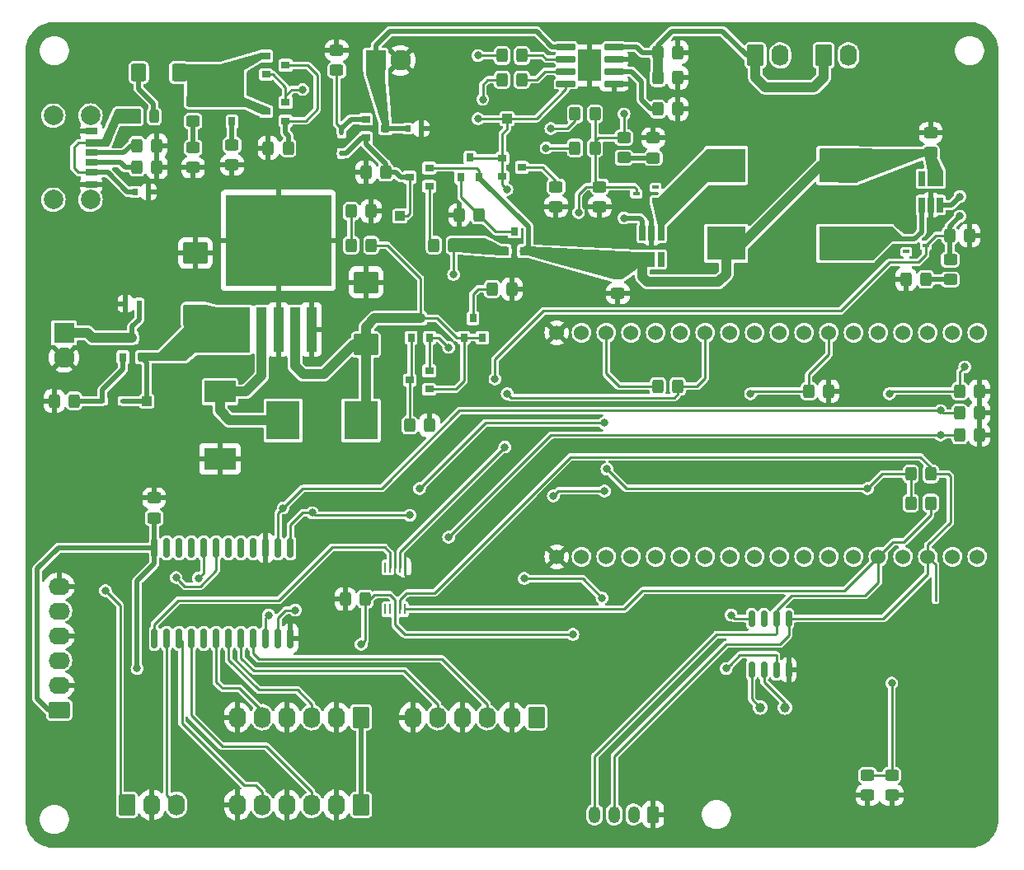
<source format=gbr>
G04 #@! TF.GenerationSoftware,KiCad,Pcbnew,7.0.2-6a45011f42~172~ubuntu22.04.1*
G04 #@! TF.CreationDate,2023-04-26T17:59:51-03:00*
G04 #@! TF.ProjectId,envcity_aqm_v2_2layers,656e7663-6974-4795-9f61-716d5f76325f,rev?*
G04 #@! TF.SameCoordinates,Original*
G04 #@! TF.FileFunction,Copper,L1,Top*
G04 #@! TF.FilePolarity,Positive*
%FSLAX46Y46*%
G04 Gerber Fmt 4.6, Leading zero omitted, Abs format (unit mm)*
G04 Created by KiCad (PCBNEW 7.0.2-6a45011f42~172~ubuntu22.04.1) date 2023-04-26 17:59:51*
%MOMM*%
%LPD*%
G01*
G04 APERTURE LIST*
G04 Aperture macros list*
%AMRoundRect*
0 Rectangle with rounded corners*
0 $1 Rounding radius*
0 $2 $3 $4 $5 $6 $7 $8 $9 X,Y pos of 4 corners*
0 Add a 4 corners polygon primitive as box body*
4,1,4,$2,$3,$4,$5,$6,$7,$8,$9,$2,$3,0*
0 Add four circle primitives for the rounded corners*
1,1,$1+$1,$2,$3*
1,1,$1+$1,$4,$5*
1,1,$1+$1,$6,$7*
1,1,$1+$1,$8,$9*
0 Add four rect primitives between the rounded corners*
20,1,$1+$1,$2,$3,$4,$5,0*
20,1,$1+$1,$4,$5,$6,$7,0*
20,1,$1+$1,$6,$7,$8,$9,0*
20,1,$1+$1,$8,$9,$2,$3,0*%
G04 Aperture macros list end*
G04 #@! TA.AperFunction,ComponentPad*
%ADD10C,1.524000*%
G04 #@! TD*
G04 #@! TA.AperFunction,SMDPad,CuDef*
%ADD11R,1.000000X1.000000*%
G04 #@! TD*
G04 #@! TA.AperFunction,SMDPad,CuDef*
%ADD12RoundRect,0.250000X0.450000X-0.325000X0.450000X0.325000X-0.450000X0.325000X-0.450000X-0.325000X0*%
G04 #@! TD*
G04 #@! TA.AperFunction,SMDPad,CuDef*
%ADD13RoundRect,0.250000X0.325000X0.450000X-0.325000X0.450000X-0.325000X-0.450000X0.325000X-0.450000X0*%
G04 #@! TD*
G04 #@! TA.AperFunction,SMDPad,CuDef*
%ADD14RoundRect,0.250000X1.025000X-0.875000X1.025000X0.875000X-1.025000X0.875000X-1.025000X-0.875000X0*%
G04 #@! TD*
G04 #@! TA.AperFunction,SMDPad,CuDef*
%ADD15RoundRect,0.250000X-0.325000X-0.450000X0.325000X-0.450000X0.325000X0.450000X-0.325000X0.450000X0*%
G04 #@! TD*
G04 #@! TA.AperFunction,SMDPad,CuDef*
%ADD16RoundRect,0.250000X-0.450000X0.325000X-0.450000X-0.325000X0.450000X-0.325000X0.450000X0.325000X0*%
G04 #@! TD*
G04 #@! TA.AperFunction,SMDPad,CuDef*
%ADD17R,0.600000X0.700000*%
G04 #@! TD*
G04 #@! TA.AperFunction,SMDPad,CuDef*
%ADD18R,0.600000X0.450000*%
G04 #@! TD*
G04 #@! TA.AperFunction,SMDPad,CuDef*
%ADD19R,0.450000X0.600000*%
G04 #@! TD*
G04 #@! TA.AperFunction,SMDPad,CuDef*
%ADD20R,3.200000X2.250000*%
G04 #@! TD*
G04 #@! TA.AperFunction,SMDPad,CuDef*
%ADD21R,0.700000X0.450000*%
G04 #@! TD*
G04 #@! TA.AperFunction,SMDPad,CuDef*
%ADD22RoundRect,0.243750X0.243750X0.456250X-0.243750X0.456250X-0.243750X-0.456250X0.243750X-0.456250X0*%
G04 #@! TD*
G04 #@! TA.AperFunction,SMDPad,CuDef*
%ADD23RoundRect,0.250000X-0.537500X-0.650000X0.537500X-0.650000X0.537500X0.650000X-0.537500X0.650000X0*%
G04 #@! TD*
G04 #@! TA.AperFunction,SMDPad,CuDef*
%ADD24RoundRect,0.150000X0.150000X-0.675000X0.150000X0.675000X-0.150000X0.675000X-0.150000X-0.675000X0*%
G04 #@! TD*
G04 #@! TA.AperFunction,SMDPad,CuDef*
%ADD25R,1.200000X0.700000*%
G04 #@! TD*
G04 #@! TA.AperFunction,SMDPad,CuDef*
%ADD26R,1.200000X0.760000*%
G04 #@! TD*
G04 #@! TA.AperFunction,SMDPad,CuDef*
%ADD27R,1.200000X0.800000*%
G04 #@! TD*
G04 #@! TA.AperFunction,ComponentPad*
%ADD28C,2.010000*%
G04 #@! TD*
G04 #@! TA.AperFunction,ComponentPad*
%ADD29R,2.100000X2.100000*%
G04 #@! TD*
G04 #@! TA.AperFunction,ComponentPad*
%ADD30C,2.100000*%
G04 #@! TD*
G04 #@! TA.AperFunction,ComponentPad*
%ADD31RoundRect,0.250000X0.620000X0.850000X-0.620000X0.850000X-0.620000X-0.850000X0.620000X-0.850000X0*%
G04 #@! TD*
G04 #@! TA.AperFunction,ComponentPad*
%ADD32O,1.740000X2.200000*%
G04 #@! TD*
G04 #@! TA.AperFunction,ComponentPad*
%ADD33RoundRect,0.250000X-0.620000X-0.850000X0.620000X-0.850000X0.620000X0.850000X-0.620000X0.850000X0*%
G04 #@! TD*
G04 #@! TA.AperFunction,ComponentPad*
%ADD34RoundRect,0.250000X0.850000X-0.620000X0.850000X0.620000X-0.850000X0.620000X-0.850000X-0.620000X0*%
G04 #@! TD*
G04 #@! TA.AperFunction,ComponentPad*
%ADD35O,2.200000X1.740000*%
G04 #@! TD*
G04 #@! TA.AperFunction,ComponentPad*
%ADD36RoundRect,0.250000X0.350000X0.625000X-0.350000X0.625000X-0.350000X-0.625000X0.350000X-0.625000X0*%
G04 #@! TD*
G04 #@! TA.AperFunction,ComponentPad*
%ADD37O,1.200000X1.750000*%
G04 #@! TD*
G04 #@! TA.AperFunction,SMDPad,CuDef*
%ADD38R,3.500000X4.000000*%
G04 #@! TD*
G04 #@! TA.AperFunction,SMDPad,CuDef*
%ADD39R,4.000000X3.500000*%
G04 #@! TD*
G04 #@! TA.AperFunction,SMDPad,CuDef*
%ADD40R,0.900000X0.800000*%
G04 #@! TD*
G04 #@! TA.AperFunction,SMDPad,CuDef*
%ADD41R,0.800000X0.900000*%
G04 #@! TD*
G04 #@! TA.AperFunction,SMDPad,CuDef*
%ADD42R,0.250000X1.100000*%
G04 #@! TD*
G04 #@! TA.AperFunction,SMDPad,CuDef*
%ADD43RoundRect,0.150000X0.150000X-0.875000X0.150000X0.875000X-0.150000X0.875000X-0.150000X-0.875000X0*%
G04 #@! TD*
G04 #@! TA.AperFunction,SMDPad,CuDef*
%ADD44R,1.100000X4.600000*%
G04 #@! TD*
G04 #@! TA.AperFunction,SMDPad,CuDef*
%ADD45R,10.800000X9.400000*%
G04 #@! TD*
G04 #@! TA.AperFunction,SMDPad,CuDef*
%ADD46RoundRect,0.042000X0.943000X0.258000X-0.943000X0.258000X-0.943000X-0.258000X0.943000X-0.258000X0*%
G04 #@! TD*
G04 #@! TA.AperFunction,SMDPad,CuDef*
%ADD47R,2.413000X3.302000*%
G04 #@! TD*
G04 #@! TA.AperFunction,SMDPad,CuDef*
%ADD48R,0.650000X1.560000*%
G04 #@! TD*
G04 #@! TA.AperFunction,ComponentPad*
%ADD49C,1.000000*%
G04 #@! TD*
G04 #@! TA.AperFunction,ViaPad*
%ADD50C,0.800000*%
G04 #@! TD*
G04 #@! TA.AperFunction,Conductor*
%ADD51C,0.250000*%
G04 #@! TD*
G04 #@! TA.AperFunction,Conductor*
%ADD52C,1.000000*%
G04 #@! TD*
G04 #@! TA.AperFunction,Conductor*
%ADD53C,0.500000*%
G04 #@! TD*
G04 APERTURE END LIST*
D10*
X176600000Y-123015000D03*
X179140000Y-123015000D03*
X181680000Y-123015000D03*
X184220000Y-123015000D03*
X186760000Y-123015000D03*
X189300000Y-123015000D03*
X191840000Y-123015000D03*
X194380000Y-123015000D03*
X196920000Y-123015000D03*
X199460000Y-123015000D03*
X202000000Y-123015000D03*
X204540000Y-123015000D03*
X207080000Y-123015000D03*
X209620000Y-123015000D03*
X212160000Y-123015000D03*
X214700000Y-123015000D03*
X217240000Y-123015000D03*
X219780000Y-123015000D03*
X219780000Y-99985000D03*
X217240000Y-99985000D03*
X214700000Y-99985000D03*
X212160000Y-99985000D03*
X209620000Y-99985000D03*
X207080000Y-99985000D03*
X204540000Y-99985000D03*
X202000000Y-99985000D03*
X199460000Y-99985000D03*
X196920000Y-99985000D03*
X194380000Y-99985000D03*
X191840000Y-99985000D03*
X189300000Y-99985000D03*
X186760000Y-99985000D03*
X184220000Y-99985000D03*
X181680000Y-99985000D03*
X179140000Y-99985000D03*
X176600000Y-99985000D03*
D11*
X160500000Y-88000000D03*
X134500000Y-107000000D03*
X171500000Y-78000000D03*
D12*
X135250000Y-119025000D03*
X135250000Y-116975000D03*
D13*
X154875000Y-127350000D03*
X156925000Y-127350000D03*
D14*
X139500000Y-91800000D03*
X139500000Y-98200000D03*
X157000000Y-101200000D03*
X157000000Y-94800000D03*
D15*
X189025000Y-73775000D03*
X186975000Y-73775000D03*
X186975000Y-71175000D03*
X189025000Y-71175000D03*
D13*
X159025000Y-83500000D03*
X156975000Y-83500000D03*
D15*
X216950000Y-90000000D03*
X219000000Y-90000000D03*
D12*
X215000000Y-79450000D03*
X215000000Y-81500000D03*
D16*
X181000000Y-87025000D03*
X181000000Y-84975000D03*
X182875000Y-93900000D03*
X182875000Y-95950000D03*
X211000000Y-145475000D03*
X211000000Y-147525000D03*
X208500000Y-147525000D03*
X208500000Y-145475000D03*
D17*
X134700000Y-85500000D03*
X133300000Y-85500000D03*
D12*
X139250000Y-80975000D03*
X139250000Y-83025000D03*
D18*
X129950000Y-107000000D03*
X132050000Y-107000000D03*
D17*
X132300000Y-97000000D03*
X133700000Y-97000000D03*
D19*
X154500000Y-81550000D03*
X154500000Y-79450000D03*
D17*
X161300000Y-79000000D03*
X162700000Y-79000000D03*
D15*
X178475000Y-77500000D03*
X180525000Y-77500000D03*
X178475000Y-81000000D03*
X180525000Y-81000000D03*
D20*
X142000000Y-106050000D03*
X142000000Y-112950000D03*
D13*
X157525000Y-87500000D03*
X155475000Y-87500000D03*
D21*
X212500000Y-90350000D03*
X212500000Y-91650000D03*
X214500000Y-91000000D03*
D15*
X212450000Y-94500000D03*
X214500000Y-94500000D03*
D21*
X186750000Y-86350000D03*
X186750000Y-85050000D03*
X184750000Y-85700000D03*
D16*
X186500000Y-82025000D03*
X186500000Y-79975000D03*
D22*
X135250000Y-77750000D03*
X133375000Y-77750000D03*
D23*
X133662500Y-73250000D03*
X137837500Y-73250000D03*
D24*
X196595000Y-134625000D03*
X197865000Y-134625000D03*
X199135000Y-134625000D03*
X200405000Y-134625000D03*
X200405000Y-129375000D03*
X199135000Y-129375000D03*
X197865000Y-129375000D03*
X196595000Y-129375000D03*
D25*
X128780000Y-81500000D03*
D26*
X128780000Y-83520000D03*
D27*
X128780000Y-84750000D03*
D25*
X128780000Y-82500000D03*
D26*
X128780000Y-80480000D03*
D27*
X128780000Y-79250000D03*
D28*
X124900000Y-77680000D03*
X124900000Y-86320000D03*
X128700000Y-77680000D03*
X128700000Y-86320000D03*
D29*
X126000000Y-100000000D03*
D30*
X126000000Y-102540000D03*
X160540000Y-72000000D03*
D29*
X158000000Y-72000000D03*
D31*
X174500000Y-139500000D03*
D32*
X171960000Y-139500000D03*
X169420000Y-139500000D03*
X166880000Y-139500000D03*
X164340000Y-139500000D03*
X161800000Y-139500000D03*
X143800000Y-139500000D03*
X146340000Y-139500000D03*
X148880000Y-139500000D03*
X151420000Y-139500000D03*
X153960000Y-139500000D03*
D31*
X156500000Y-139500000D03*
D33*
X132460000Y-148500000D03*
D32*
X135000000Y-148500000D03*
X137540000Y-148500000D03*
X143800000Y-148500000D03*
X146340000Y-148500000D03*
X148880000Y-148500000D03*
X151420000Y-148500000D03*
X153960000Y-148500000D03*
D31*
X156500000Y-148500000D03*
D34*
X125500000Y-138750000D03*
D35*
X125500000Y-136210000D03*
X125500000Y-133670000D03*
X125500000Y-131130000D03*
X125500000Y-128590000D03*
X125500000Y-126050000D03*
D36*
X186500000Y-149500000D03*
D37*
X184500000Y-149500000D03*
X182500000Y-149500000D03*
X180500000Y-149500000D03*
D32*
X199540000Y-71500000D03*
D33*
X197000000Y-71500000D03*
X204000000Y-71500000D03*
D32*
X206540000Y-71500000D03*
D38*
X148500000Y-109000000D03*
X156500000Y-109000000D03*
D39*
X205500000Y-90800000D03*
X205500000Y-82800000D03*
X194000000Y-90800000D03*
X194000000Y-82800000D03*
D40*
X146750000Y-77250000D03*
X148750000Y-76300000D03*
X148750000Y-78200000D03*
D41*
X162600000Y-98500000D03*
X163550000Y-100500000D03*
X161650000Y-100500000D03*
X143250000Y-78250000D03*
X142300000Y-76250000D03*
X144200000Y-76250000D03*
D40*
X146750000Y-71550000D03*
X146750000Y-73450000D03*
X148750000Y-72500000D03*
X161500000Y-84000000D03*
X163500000Y-83050000D03*
X163500000Y-84950000D03*
D41*
X168000000Y-98500000D03*
X168950000Y-100500000D03*
X167050000Y-100500000D03*
D40*
X163500000Y-105800000D03*
X163500000Y-103900000D03*
X161500000Y-104850000D03*
D41*
X166750000Y-84000000D03*
X168650000Y-84000000D03*
X167700000Y-82000000D03*
X132050000Y-102500000D03*
X133950000Y-102500000D03*
X133000000Y-100500000D03*
D40*
X171000000Y-82050000D03*
X171000000Y-83950000D03*
X173000000Y-83000000D03*
D41*
X172250000Y-89600000D03*
X173200000Y-91600000D03*
X171300000Y-91600000D03*
D40*
X157000000Y-78050000D03*
X157000000Y-79950000D03*
X159000000Y-79000000D03*
D16*
X139250000Y-78250000D03*
X139250000Y-76200000D03*
D15*
X189025000Y-105500000D03*
X186975000Y-105500000D03*
X133475000Y-80750000D03*
X135525000Y-80750000D03*
X135550000Y-83000000D03*
X133500000Y-83000000D03*
D13*
X166025000Y-91000000D03*
X163975000Y-91000000D03*
D16*
X143250000Y-80700000D03*
X143250000Y-82750000D03*
D13*
X146975000Y-81000000D03*
X149025000Y-81000000D03*
D15*
X172000000Y-95500000D03*
X169950000Y-95500000D03*
X161475000Y-109500000D03*
X163525000Y-109500000D03*
X202475000Y-106000000D03*
X204525000Y-106000000D03*
X220025000Y-110500000D03*
X217975000Y-110500000D03*
X217950000Y-108250000D03*
X220000000Y-108250000D03*
X220025000Y-106000000D03*
X217975000Y-106000000D03*
D13*
X127025000Y-107000000D03*
X124975000Y-107000000D03*
D16*
X176525000Y-84975000D03*
X176525000Y-87025000D03*
D13*
X166575000Y-87900000D03*
X168625000Y-87900000D03*
D12*
X154000000Y-73025000D03*
X154000000Y-70975000D03*
D15*
X215000000Y-114500000D03*
X212950000Y-114500000D03*
X212950000Y-117500000D03*
X215000000Y-117500000D03*
D13*
X155500000Y-91000000D03*
X157550000Y-91000000D03*
D15*
X170975000Y-71500000D03*
X173025000Y-71500000D03*
X173025000Y-74000000D03*
X170975000Y-74000000D03*
X186975000Y-77000000D03*
X189025000Y-77000000D03*
D16*
X217000000Y-94525000D03*
X217000000Y-92475000D03*
X183500000Y-79950000D03*
X183500000Y-82000000D03*
D42*
X161000000Y-124100000D03*
X160500000Y-124100000D03*
X160000000Y-124100000D03*
X159500000Y-124100000D03*
X159000000Y-124100000D03*
X159000000Y-128400000D03*
X159500000Y-128400000D03*
X160000000Y-128400000D03*
X160500000Y-128400000D03*
X161000000Y-128400000D03*
D43*
X135265000Y-131400000D03*
X136535000Y-131400000D03*
X137805000Y-131400000D03*
X139075000Y-131400000D03*
X140345000Y-131400000D03*
X141615000Y-131400000D03*
X142885000Y-131400000D03*
X144155000Y-131400000D03*
X145425000Y-131400000D03*
X146695000Y-131400000D03*
X147965000Y-131400000D03*
X149235000Y-131400000D03*
X149235000Y-122100000D03*
X147965000Y-122100000D03*
X146695000Y-122100000D03*
X145425000Y-122100000D03*
X144155000Y-122100000D03*
X142885000Y-122100000D03*
X141615000Y-122100000D03*
X140345000Y-122100000D03*
X139075000Y-122100000D03*
X137805000Y-122100000D03*
X136535000Y-122100000D03*
X135265000Y-122100000D03*
D44*
X144600000Y-99650000D03*
X146300000Y-99650000D03*
X148000000Y-99650000D03*
X149700000Y-99650000D03*
X151400000Y-99650000D03*
D45*
X148000000Y-90500000D03*
D46*
X182475000Y-74405000D03*
X182475000Y-73135000D03*
X182475000Y-71865000D03*
X182475000Y-70595000D03*
X177525000Y-70595000D03*
X177525000Y-71865000D03*
X177525000Y-73135000D03*
X177525000Y-74405000D03*
D47*
X180000000Y-72500000D03*
D48*
X214050000Y-86850000D03*
X215000000Y-86850000D03*
X215950000Y-86850000D03*
X215950000Y-84150000D03*
X214050000Y-84150000D03*
X215000000Y-84150000D03*
X187300000Y-89750000D03*
X186350000Y-89750000D03*
X185400000Y-89750000D03*
X185400000Y-92450000D03*
X187300000Y-92450000D03*
X186350000Y-92450000D03*
D49*
X197500000Y-138500000D03*
X200040000Y-138500000D03*
D50*
X194000006Y-134500000D03*
X173250000Y-125250000D03*
X181250000Y-127250000D03*
X125000000Y-113000000D03*
X127540000Y-113000000D03*
X130080000Y-113000000D03*
X125000000Y-115540000D03*
X127540000Y-115540000D03*
X130080000Y-115540000D03*
X125000000Y-118080000D03*
X127540000Y-118080000D03*
X130080000Y-118080000D03*
X124000000Y-95080000D03*
X126540000Y-90000000D03*
X126540000Y-95080000D03*
X129080000Y-90000000D03*
X126540000Y-92540000D03*
X124000000Y-92540000D03*
X129080000Y-95080000D03*
X129080000Y-92540000D03*
X124000000Y-90000000D03*
X178825000Y-87625000D03*
X183500000Y-77500000D03*
X194500000Y-129000000D03*
X156500000Y-132000000D03*
X133500000Y-134500000D03*
X178250000Y-131000000D03*
X211000000Y-136000000D03*
X208500000Y-116000000D03*
X181750000Y-114000000D03*
X218000000Y-88000000D03*
X170250000Y-104750000D03*
X130250000Y-126500000D03*
X176000000Y-79000000D03*
X168500000Y-71500000D03*
X175500000Y-81000000D03*
X169000000Y-76000000D03*
X137500000Y-125150000D03*
X168500000Y-78000000D03*
X165500000Y-101500000D03*
X166000000Y-94000000D03*
X150499994Y-75000000D03*
X168700002Y-91000000D03*
X171474098Y-85268448D03*
X171250000Y-111750000D03*
X171500000Y-106250000D03*
X147000000Y-129000000D03*
X196500000Y-106250000D03*
X181500000Y-109250000D03*
X162500000Y-116000000D03*
X216000000Y-110500000D03*
X165500000Y-121000000D03*
X149750000Y-128500000D03*
X148500000Y-118000000D03*
X216000000Y-108000000D03*
X151500000Y-118500000D03*
X218500000Y-103500000D03*
X210750000Y-106250000D03*
X181500000Y-116250000D03*
X176250000Y-116750000D03*
X161500000Y-118750000D03*
X183500000Y-88199998D03*
X218000000Y-86000000D03*
X139800692Y-125202578D03*
D51*
X199135000Y-134625000D02*
X199135000Y-133135000D01*
X199135000Y-133135000D02*
X199100001Y-133100001D01*
X199100001Y-133100001D02*
X195400005Y-133100001D01*
X195400005Y-133100001D02*
X194400005Y-134100001D01*
X194400005Y-134100001D02*
X194000006Y-134500000D01*
X173250000Y-125250000D02*
X179250000Y-125250000D01*
X179250000Y-125250000D02*
X181250000Y-127250000D01*
X161000000Y-124100000D02*
X161000000Y-123000000D01*
X161000000Y-124900000D02*
X161100000Y-125000000D01*
X161000000Y-124100000D02*
X161000000Y-124900000D01*
X161100000Y-125000000D02*
X162000000Y-125000000D01*
X160000000Y-124100000D02*
X160000000Y-122500000D01*
D52*
X186975000Y-71175000D02*
X186975000Y-73775000D01*
D51*
X184750000Y-85225000D02*
X184750000Y-85700000D01*
X184500000Y-84975000D02*
X184750000Y-85225000D01*
X181000000Y-84975000D02*
X184500000Y-84975000D01*
X180525000Y-77500000D02*
X180525000Y-81000000D01*
X180875000Y-79950000D02*
X180525000Y-80300000D01*
X180525000Y-80300000D02*
X180525000Y-81000000D01*
X183500000Y-79950000D02*
X180875000Y-79950000D01*
X180525000Y-84500000D02*
X181000000Y-84975000D01*
X180525000Y-81000000D02*
X180525000Y-84500000D01*
X178825000Y-87059315D02*
X178825000Y-87625000D01*
X178825000Y-85775000D02*
X178825000Y-87059315D01*
X181000000Y-84975000D02*
X179625000Y-84975000D01*
X179625000Y-84975000D02*
X178825000Y-85775000D01*
D53*
X186950000Y-71200000D02*
X186975000Y-71175000D01*
X185350000Y-71200000D02*
X186950000Y-71200000D01*
X182475000Y-70595000D02*
X184745000Y-70595000D01*
X184745000Y-70595000D02*
X185350000Y-71200000D01*
X186975000Y-70475000D02*
X186975000Y-71175000D01*
X188450000Y-69000000D02*
X186975000Y-70475000D01*
X193630000Y-69000000D02*
X188450000Y-69000000D01*
X196130000Y-71500000D02*
X193630000Y-69000000D01*
D51*
X183500000Y-79950000D02*
X183500000Y-77500000D01*
D53*
X197000000Y-71500000D02*
X196130000Y-71500000D01*
X156500000Y-140600000D02*
X156500000Y-148500000D01*
X156500000Y-139500000D02*
X156500000Y-140600000D01*
D51*
X196595000Y-129375000D02*
X194875000Y-129375000D01*
X194875000Y-129375000D02*
X194500000Y-129000000D01*
D53*
X135250000Y-122085000D02*
X135265000Y-122100000D01*
X135250000Y-119025000D02*
X135250000Y-122085000D01*
X124400000Y-138750000D02*
X123250000Y-137600000D01*
X123250000Y-124250000D02*
X125400000Y-122100000D01*
X125400000Y-122100000D02*
X135265000Y-122100000D01*
X123250000Y-137600000D02*
X123250000Y-124250000D01*
X125500000Y-138750000D02*
X124400000Y-138750000D01*
D51*
X157450000Y-127350000D02*
X156925000Y-127350000D01*
X157900000Y-126900000D02*
X157450000Y-127350000D01*
X159450000Y-126900000D02*
X157900000Y-126900000D01*
X160000000Y-128400000D02*
X160000000Y-127450000D01*
X160000000Y-127450000D02*
X159450000Y-126900000D01*
X156925000Y-131575000D02*
X156500000Y-132000000D01*
X156925000Y-127350000D02*
X156925000Y-131575000D01*
D53*
X133500000Y-134500000D02*
X133500000Y-125500000D01*
X135265000Y-123735000D02*
X135265000Y-122100000D01*
X133500000Y-125500000D02*
X135265000Y-123735000D01*
D51*
X161000000Y-131000000D02*
X178250000Y-131000000D01*
X160000000Y-128400000D02*
X160000000Y-130000000D01*
X160000000Y-130000000D02*
X161000000Y-131000000D01*
D52*
X198000000Y-74750000D02*
X203000000Y-74750000D01*
X197000000Y-71500000D02*
X197000000Y-73750000D01*
X204000000Y-73750000D02*
X204000000Y-71500000D01*
X203000000Y-74750000D02*
X204000000Y-73750000D01*
X197000000Y-73750000D02*
X198000000Y-74750000D01*
D51*
X181680000Y-99985000D02*
X181680000Y-104180000D01*
X183000000Y-105500000D02*
X186975000Y-105500000D01*
X181680000Y-104180000D02*
X183000000Y-105500000D01*
X212950000Y-114500000D02*
X212950000Y-117500000D01*
X208500000Y-145475000D02*
X211000000Y-145475000D01*
X211000000Y-145475000D02*
X211000000Y-136000000D01*
X210000000Y-114500000D02*
X208500000Y-116000000D01*
X212950000Y-114500000D02*
X210000000Y-114500000D01*
X208500000Y-116000000D02*
X183750000Y-116000000D01*
X183750000Y-116000000D02*
X181750000Y-114000000D01*
D53*
X132050000Y-107000000D02*
X134500000Y-107000000D01*
X134500000Y-103050000D02*
X133950000Y-102500000D01*
X134500000Y-107000000D02*
X134500000Y-103050000D01*
D52*
X157000000Y-108500000D02*
X156500000Y-109000000D01*
X157000000Y-101200000D02*
X157000000Y-108500000D01*
X155725000Y-101200000D02*
X152675000Y-104250000D01*
X150550000Y-104250000D02*
X149700000Y-103400000D01*
X149700000Y-103400000D02*
X149700000Y-99650000D01*
X152675000Y-104250000D02*
X150550000Y-104250000D01*
X157000000Y-101200000D02*
X155725000Y-101200000D01*
D51*
X168950000Y-100500000D02*
X167050000Y-100500000D01*
X163250000Y-98500000D02*
X162600000Y-98500000D01*
X164300000Y-98500000D02*
X163250000Y-98500000D01*
X167050000Y-100500000D02*
X166300000Y-100500000D01*
X166300000Y-100500000D02*
X164300000Y-98500000D01*
D52*
X157000000Y-99400000D02*
X157000000Y-101200000D01*
X162600000Y-98500000D02*
X157900000Y-98500000D01*
X157900000Y-98500000D02*
X157000000Y-99400000D01*
D51*
X162600000Y-94400000D02*
X162600000Y-97800000D01*
X157550000Y-91000000D02*
X159200000Y-91000000D01*
X162600000Y-97800000D02*
X162600000Y-98500000D01*
X159200000Y-91000000D02*
X162600000Y-94400000D01*
X167050000Y-101200000D02*
X167050000Y-100500000D01*
X167050000Y-104950000D02*
X167050000Y-101200000D01*
X163500000Y-105800000D02*
X166200000Y-105800000D01*
X166200000Y-105800000D02*
X167050000Y-104950000D01*
D53*
X156550000Y-79950000D02*
X157000000Y-79950000D01*
X154500000Y-81550000D02*
X154950000Y-81550000D01*
X154950000Y-81550000D02*
X156550000Y-79950000D01*
X157000000Y-80600000D02*
X157000000Y-79950000D01*
X159025000Y-83500000D02*
X159025000Y-82625000D01*
X159025000Y-82625000D02*
X157000000Y-80600000D01*
X160050000Y-83500000D02*
X159025000Y-83500000D01*
X161500000Y-84000000D02*
X160550000Y-84000000D01*
X160550000Y-84000000D02*
X160050000Y-83500000D01*
D51*
X161250000Y-88000000D02*
X160500000Y-88000000D01*
X161500000Y-87750000D02*
X161250000Y-88000000D01*
X161500000Y-84000000D02*
X161500000Y-87750000D01*
D53*
X216950000Y-92425000D02*
X217000000Y-92475000D01*
X216950000Y-90000000D02*
X216950000Y-92425000D01*
X216950000Y-89050000D02*
X216950000Y-90000000D01*
X218000000Y-88000000D02*
X216950000Y-89050000D01*
D51*
X215500000Y-90000000D02*
X216950000Y-90000000D01*
X214500000Y-91000000D02*
X215500000Y-90000000D01*
X175250000Y-97750000D02*
X170250000Y-102750000D01*
X170250000Y-102750000D02*
X170250000Y-104250000D01*
X214500000Y-92000000D02*
X213750000Y-92750000D01*
X214500000Y-91000000D02*
X214500000Y-92000000D01*
X210750000Y-92750000D02*
X205750000Y-97750000D01*
X213750000Y-92750000D02*
X210750000Y-92750000D01*
X205750000Y-97750000D02*
X175250000Y-97750000D01*
X170250000Y-104250000D02*
X170250000Y-104750000D01*
X130250000Y-126500000D02*
X131750000Y-128000000D01*
X131750000Y-147790000D02*
X132460000Y-148500000D01*
X131750000Y-128000000D02*
X131750000Y-147790000D01*
D52*
X194000000Y-90800000D02*
X194000000Y-90000000D01*
D51*
X168400000Y-83050000D02*
X168650000Y-83300000D01*
X168650000Y-83300000D02*
X168650000Y-84000000D01*
X163500000Y-83050000D02*
X168400000Y-83050000D01*
D52*
X195700000Y-90800000D02*
X194000000Y-90800000D01*
X205500000Y-82800000D02*
X203700000Y-82800000D01*
X203700000Y-82800000D02*
X195700000Y-90800000D01*
D53*
X168650000Y-84175000D02*
X168650000Y-84000000D01*
X173700000Y-89100000D02*
X168650000Y-84050000D01*
X168650000Y-84050000D02*
X168650000Y-84000000D01*
X173200000Y-91600000D02*
X173700000Y-91100000D01*
X173700000Y-91100000D02*
X173700000Y-89100000D01*
D52*
X185400000Y-94250000D02*
X185400000Y-92450000D01*
X185925000Y-94775000D02*
X185400000Y-94250000D01*
X193175000Y-94775000D02*
X185925000Y-94775000D01*
X194000000Y-90800000D02*
X194000000Y-93950000D01*
X194000000Y-93950000D02*
X193175000Y-94775000D01*
D53*
X130520000Y-83520000D02*
X128780000Y-83520000D01*
X133300000Y-85500000D02*
X132500000Y-85500000D01*
X132500000Y-85500000D02*
X130520000Y-83520000D01*
D51*
X127000000Y-83045000D02*
X127000000Y-80955000D01*
X127000000Y-80955000D02*
X127475000Y-80480000D01*
X128780000Y-83520000D02*
X127475000Y-83520000D01*
X127475000Y-80480000D02*
X128780000Y-80480000D01*
X127475000Y-83520000D02*
X127000000Y-83045000D01*
D53*
X139250000Y-78250000D02*
X139250000Y-80975000D01*
X127025000Y-107000000D02*
X129950000Y-107000000D01*
X129950000Y-105850000D02*
X129950000Y-107000000D01*
X132050000Y-102500000D02*
X132050000Y-103750000D01*
X132050000Y-103750000D02*
X129950000Y-105850000D01*
X133700000Y-98650000D02*
X133700000Y-97000000D01*
X133000000Y-100500000D02*
X133000000Y-99350000D01*
X133000000Y-99350000D02*
X133700000Y-98650000D01*
D52*
X128900000Y-100500000D02*
X133000000Y-100500000D01*
X126000000Y-100000000D02*
X128400000Y-100000000D01*
X128400000Y-100000000D02*
X128900000Y-100500000D01*
D53*
X155450000Y-78050000D02*
X157000000Y-78050000D01*
X154500000Y-79450000D02*
X154500000Y-79000000D01*
X154500000Y-79000000D02*
X155450000Y-78050000D01*
D51*
X154000000Y-78500000D02*
X154500000Y-79000000D01*
X154000000Y-73025000D02*
X154000000Y-78500000D01*
D53*
X161300000Y-79000000D02*
X159000000Y-79000000D01*
X158000000Y-70450000D02*
X158000000Y-72000000D01*
X159450000Y-69000000D02*
X158000000Y-70450000D01*
X174500000Y-69000000D02*
X159450000Y-69000000D01*
X177525000Y-70595000D02*
X176095000Y-70595000D01*
X176095000Y-70595000D02*
X174500000Y-69000000D01*
D51*
X177675000Y-79000000D02*
X176000000Y-79000000D01*
X178475000Y-78200000D02*
X177675000Y-79000000D01*
X178475000Y-77500000D02*
X178475000Y-78200000D01*
X168500000Y-71500000D02*
X170975000Y-71500000D01*
X178475000Y-81000000D02*
X175500000Y-81000000D01*
X170975000Y-74000000D02*
X169499964Y-74000000D01*
X169000000Y-76000000D02*
X169000000Y-74500000D01*
X169000000Y-74500000D02*
X169500000Y-74000000D01*
D52*
X144650000Y-106050000D02*
X142000000Y-106050000D01*
X146300000Y-99650000D02*
X146300000Y-104400000D01*
X146300000Y-104400000D02*
X144650000Y-106050000D01*
X142000000Y-108000000D02*
X142000000Y-106050000D01*
X148500000Y-109000000D02*
X143000000Y-109000000D01*
X143000000Y-109000000D02*
X142000000Y-108000000D01*
D51*
X155475000Y-90975000D02*
X155500000Y-91000000D01*
X155475000Y-87500000D02*
X155475000Y-90975000D01*
D53*
X214525000Y-94525000D02*
X214500000Y-94500000D01*
X217000000Y-94525000D02*
X214525000Y-94525000D01*
X183525000Y-82025000D02*
X183500000Y-82000000D01*
X186500000Y-82025000D02*
X183525000Y-82025000D01*
X135187500Y-76437500D02*
X135187500Y-78000000D01*
X133662500Y-73250000D02*
X133662500Y-74912500D01*
X133662500Y-74912500D02*
X135187500Y-76437500D01*
D51*
X196595000Y-137595000D02*
X197500000Y-138500000D01*
X196595000Y-134625000D02*
X196595000Y-137595000D01*
X200040000Y-138040000D02*
X200040000Y-138500000D01*
X197865000Y-134625000D02*
X197865000Y-135865000D01*
X197865000Y-135865000D02*
X200040000Y-138040000D01*
D53*
X132150000Y-81500000D02*
X129880000Y-81500000D01*
X132900000Y-80750000D02*
X132150000Y-81500000D01*
X129880000Y-81500000D02*
X128780000Y-81500000D01*
X133475000Y-80750000D02*
X132900000Y-80750000D01*
X131750000Y-82500000D02*
X128780000Y-82500000D01*
X133500000Y-83000000D02*
X132250000Y-83000000D01*
X132250000Y-83000000D02*
X131750000Y-82500000D01*
D51*
X145425000Y-132925000D02*
X145425000Y-131400000D01*
X146000000Y-133500000D02*
X145425000Y-132925000D01*
X164770000Y-133500000D02*
X146000000Y-133500000D01*
X169420000Y-139500000D02*
X169420000Y-138150000D01*
X169420000Y-138150000D02*
X164770000Y-133500000D01*
X145500000Y-134750000D02*
X144155000Y-133405000D01*
X160940000Y-134750000D02*
X145500000Y-134750000D01*
X144155000Y-133405000D02*
X144155000Y-131400000D01*
X164340000Y-139500000D02*
X164340000Y-138150000D01*
X164340000Y-138150000D02*
X160940000Y-134750000D01*
X141615000Y-135865000D02*
X141615000Y-131400000D01*
X144000000Y-136500000D02*
X142250000Y-136500000D01*
X146340000Y-139500000D02*
X146340000Y-138840000D01*
X142250000Y-136500000D02*
X141615000Y-135865000D01*
X146340000Y-138840000D02*
X144000000Y-136500000D01*
X151420000Y-138150000D02*
X151420000Y-139500000D01*
X146006805Y-136700011D02*
X149970011Y-136700011D01*
X142885000Y-131400000D02*
X142885000Y-133578206D01*
X149970011Y-136700011D02*
X151420000Y-138150000D01*
X142885000Y-133578206D02*
X146006805Y-136700011D01*
X139978600Y-126049989D02*
X138399989Y-126049989D01*
X141615000Y-122100000D02*
X141615000Y-124413589D01*
X137899999Y-125549999D02*
X137500000Y-125150000D01*
X141615000Y-124413589D02*
X139978600Y-126049989D01*
X138399989Y-126049989D02*
X137899999Y-125549999D01*
X139075000Y-133150000D02*
X139075000Y-131400000D01*
X151420000Y-147150000D02*
X146770000Y-142500000D01*
X151420000Y-148500000D02*
X151420000Y-147150000D01*
X146770000Y-142500000D02*
X142250000Y-142500000D01*
X139075000Y-139325000D02*
X139075000Y-133150000D01*
X142250000Y-142500000D02*
X139075000Y-139325000D01*
X138105000Y-131700000D02*
X138105000Y-140105000D01*
X137805000Y-131400000D02*
X138105000Y-131700000D01*
X138105000Y-140105000D02*
X144500000Y-146500000D01*
X146340000Y-147150000D02*
X146340000Y-148500000D01*
X145690000Y-146500000D02*
X146340000Y-147150000D01*
X144500000Y-146500000D02*
X145690000Y-146500000D01*
X136535000Y-147495000D02*
X137540000Y-148500000D01*
X136535000Y-131400000D02*
X136535000Y-147495000D01*
X210125000Y-129375000D02*
X200405000Y-129375000D01*
X214700000Y-123015000D02*
X214700000Y-124800000D01*
X214700000Y-124800000D02*
X210125000Y-129375000D01*
X215500000Y-123815000D02*
X214700000Y-123015000D01*
X215500000Y-127500000D02*
X215500000Y-123815000D01*
X214700000Y-123015000D02*
X214700000Y-121800000D01*
X214700000Y-121800000D02*
X217000000Y-119500000D01*
X217000000Y-119500000D02*
X217000000Y-114750000D01*
X216750000Y-114500000D02*
X215000000Y-114500000D01*
X217000000Y-114750000D02*
X216750000Y-114500000D01*
X215000000Y-113800000D02*
X215000000Y-114500000D01*
X213950000Y-112750000D02*
X215000000Y-113800000D01*
X160500000Y-127450000D02*
X161200000Y-126750000D01*
X178000000Y-112750000D02*
X213950000Y-112750000D01*
X160500000Y-128400000D02*
X160500000Y-127450000D01*
X161200000Y-126750000D02*
X164000000Y-126750000D01*
X164000000Y-126750000D02*
X178000000Y-112750000D01*
X199500000Y-132000000D02*
X200405000Y-131095000D01*
X194000000Y-132000000D02*
X199500000Y-132000000D01*
X182500000Y-149500000D02*
X182500000Y-143500000D01*
X200405000Y-131095000D02*
X200405000Y-129375000D01*
X182500000Y-143500000D02*
X194000000Y-132000000D01*
X212250000Y-121500000D02*
X211135000Y-121500000D01*
X211135000Y-121500000D02*
X209620000Y-123015000D01*
X215000000Y-117500000D02*
X215000000Y-118750000D01*
X215000000Y-118750000D02*
X212250000Y-121500000D01*
X208250000Y-127000000D02*
X200685000Y-127000000D01*
X199135000Y-128550000D02*
X199135000Y-129375000D01*
X200685000Y-127000000D02*
X199135000Y-128550000D01*
X209620000Y-123015000D02*
X209620000Y-125630000D01*
X209620000Y-125630000D02*
X208250000Y-127000000D01*
X183500000Y-128400000D02*
X161000000Y-128400000D01*
X185400000Y-126500000D02*
X183500000Y-128400000D01*
X209620000Y-123015000D02*
X206135000Y-126500000D01*
X206135000Y-126500000D02*
X185400000Y-126500000D01*
X199135000Y-130865000D02*
X199135000Y-129375000D01*
X199000000Y-131000000D02*
X199135000Y-130865000D01*
X180500000Y-149500000D02*
X180500000Y-143500000D01*
X193000000Y-131000000D02*
X199000000Y-131000000D01*
X180500000Y-143500000D02*
X193000000Y-131000000D01*
X171000000Y-82050000D02*
X171000000Y-83950000D01*
X171000000Y-79550000D02*
X171000000Y-82050000D01*
X171500000Y-78000000D02*
X171500000Y-79050000D01*
X171500000Y-79050000D02*
X171000000Y-79550000D01*
X171500000Y-78000000D02*
X168500000Y-78000000D01*
X177525000Y-74405000D02*
X177525000Y-74975000D01*
X174500000Y-78000000D02*
X171500000Y-78000000D01*
X177525000Y-74975000D02*
X174500000Y-78000000D01*
X163500000Y-100550000D02*
X163550000Y-100500000D01*
X163500000Y-103900000D02*
X163500000Y-100550000D01*
X167750000Y-82050000D02*
X167700000Y-82000000D01*
X171000000Y-82050000D02*
X167750000Y-82050000D01*
X148750000Y-74750000D02*
X148750000Y-75650000D01*
X147450000Y-73450000D02*
X148750000Y-74750000D01*
X148750000Y-75650000D02*
X148750000Y-76300000D01*
X146750000Y-73450000D02*
X147450000Y-73450000D01*
X163550000Y-100500000D02*
X164500000Y-100500000D01*
X164500000Y-100500000D02*
X165500000Y-101500000D01*
X166000000Y-91025000D02*
X166025000Y-91000000D01*
X166000000Y-94000000D02*
X166000000Y-91025000D01*
X149400000Y-75000000D02*
X149934309Y-75000000D01*
X148750000Y-75650000D02*
X149400000Y-75000000D01*
X149934309Y-75000000D02*
X150499994Y-75000000D01*
X171000000Y-84794350D02*
X171474098Y-85268448D01*
X171000000Y-83950000D02*
X171000000Y-84794350D01*
D53*
X148750000Y-79450000D02*
X148750000Y-78200000D01*
X149025000Y-81000000D02*
X149025000Y-79725000D01*
X149025000Y-79725000D02*
X148750000Y-79450000D01*
D51*
X149450000Y-72500000D02*
X148750000Y-72500000D01*
X148750000Y-78200000D02*
X150800000Y-78200000D01*
X152000000Y-77000000D02*
X152000000Y-73500000D01*
X150800000Y-78200000D02*
X152000000Y-77000000D01*
X152000000Y-73500000D02*
X151000000Y-72500000D01*
X151000000Y-72500000D02*
X149450000Y-72500000D01*
X161500000Y-109475000D02*
X161475000Y-109500000D01*
X161500000Y-104850000D02*
X161500000Y-109475000D01*
X161650000Y-104700000D02*
X161500000Y-104850000D01*
X161650000Y-100500000D02*
X161650000Y-104700000D01*
D53*
X143250000Y-78250000D02*
X143250000Y-80700000D01*
D51*
X163500000Y-90525000D02*
X163975000Y-91000000D01*
X163500000Y-84950000D02*
X163500000Y-90525000D01*
X168000000Y-97800000D02*
X168000000Y-98500000D01*
X168000000Y-96000000D02*
X168000000Y-97800000D01*
X169950000Y-95500000D02*
X168500000Y-95500000D01*
X168500000Y-95500000D02*
X168000000Y-96000000D01*
X166750000Y-86025000D02*
X168625000Y-87900000D01*
X166750000Y-84000000D02*
X166750000Y-86025000D01*
X172250000Y-89600000D02*
X170325000Y-89600000D01*
X170325000Y-89600000D02*
X168625000Y-87900000D01*
X175125000Y-83000000D02*
X173700000Y-83000000D01*
X176525000Y-84400000D02*
X175125000Y-83000000D01*
X173700000Y-83000000D02*
X173000000Y-83000000D01*
X176525000Y-84975000D02*
X176525000Y-84400000D01*
X191840000Y-104660000D02*
X191840000Y-99985000D01*
X189025000Y-105500000D02*
X191000000Y-105500000D01*
X191000000Y-105500000D02*
X191840000Y-104660000D01*
X160500000Y-124100000D02*
X160500000Y-122500000D01*
X160500000Y-122500000D02*
X171250000Y-111750000D01*
X171899999Y-106649999D02*
X188649999Y-106649999D01*
X171500000Y-106250000D02*
X171899999Y-106649999D01*
X189025000Y-106274998D02*
X189025000Y-105500000D01*
X188649999Y-106649999D02*
X189025000Y-106274998D01*
X204525000Y-100000000D02*
X204540000Y-99985000D01*
X146695000Y-131400000D02*
X146695000Y-129305000D01*
X146695000Y-129305000D02*
X147000000Y-129000000D01*
X202475000Y-104275000D02*
X202475000Y-106000000D01*
X204540000Y-99985000D02*
X204540000Y-102210000D01*
X204540000Y-102210000D02*
X202475000Y-104275000D01*
X202475000Y-106000000D02*
X196750000Y-106000000D01*
X196750000Y-106000000D02*
X196500000Y-106250000D01*
X181500000Y-109250000D02*
X169250000Y-109250000D01*
X169250000Y-109250000D02*
X162500000Y-116000000D01*
X217975000Y-110500000D02*
X216000000Y-110500000D01*
X216000000Y-110500000D02*
X176000000Y-110500000D01*
X176000000Y-110500000D02*
X165500000Y-121000000D01*
X147965000Y-129285000D02*
X147965000Y-131400000D01*
X149750000Y-128500000D02*
X148750000Y-128500000D01*
X148750000Y-128500000D02*
X147965000Y-129285000D01*
X147965000Y-122100000D02*
X147965000Y-119035000D01*
X147965000Y-119035000D02*
X147965000Y-118535000D01*
X147965000Y-118535000D02*
X148500000Y-118000000D01*
X217950000Y-108250000D02*
X216250000Y-108250000D01*
X216250000Y-108250000D02*
X216000000Y-108000000D01*
X166613190Y-108000000D02*
X158613190Y-116000000D01*
X216000000Y-108000000D02*
X166613190Y-108000000D01*
X150500000Y-116000000D02*
X148500000Y-118000000D01*
X158613190Y-116000000D02*
X150500000Y-116000000D01*
X150500000Y-118500000D02*
X151500000Y-118500000D01*
X149235000Y-122100000D02*
X149235000Y-119765000D01*
X149235000Y-119765000D02*
X150500000Y-118500000D01*
X217975000Y-106000000D02*
X217975000Y-104025000D01*
X217975000Y-104025000D02*
X218500000Y-103500000D01*
X217975000Y-106000000D02*
X211000000Y-106000000D01*
X211000000Y-106000000D02*
X210750000Y-106250000D01*
X181500000Y-116250000D02*
X176750000Y-116250000D01*
X176750000Y-116250000D02*
X176250000Y-116750000D01*
X151750000Y-118750000D02*
X151500000Y-118500000D01*
X161500000Y-118750000D02*
X151750000Y-118750000D01*
X177525000Y-71865000D02*
X175500000Y-71865000D01*
X175135000Y-71500000D02*
X173025000Y-71500000D01*
X175500000Y-71865000D02*
X175135000Y-71500000D01*
X177525000Y-73135000D02*
X175365000Y-73135000D01*
X174500000Y-74000000D02*
X173025000Y-74000000D01*
X175365000Y-73135000D02*
X174500000Y-74000000D01*
D53*
X186250000Y-77000000D02*
X186975000Y-77000000D01*
X185300000Y-74175000D02*
X185300000Y-76050000D01*
X185300000Y-76050000D02*
X186250000Y-77000000D01*
X182475000Y-73135000D02*
X184260000Y-73135000D01*
X184260000Y-73135000D02*
X185300000Y-74175000D01*
D51*
X158950000Y-122050000D02*
X159500000Y-122600000D01*
X159500000Y-122600000D02*
X159500000Y-124100000D01*
X135265000Y-129935000D02*
X137700000Y-127500000D01*
X135265000Y-131400000D02*
X135265000Y-129935000D01*
X148050000Y-127500000D02*
X153500000Y-122050000D01*
X153500000Y-122050000D02*
X158950000Y-122050000D01*
X137700000Y-127500000D02*
X148050000Y-127500000D01*
D53*
X185400000Y-88470000D02*
X185129998Y-88199998D01*
X185129998Y-88199998D02*
X184065685Y-88199998D01*
X184065685Y-88199998D02*
X183500000Y-88199998D01*
X185400000Y-89750000D02*
X185400000Y-88470000D01*
X213350000Y-90350000D02*
X212500000Y-90350000D01*
X214050000Y-89650000D02*
X213350000Y-90350000D01*
X214050000Y-86850000D02*
X214050000Y-89650000D01*
X217150000Y-86850000D02*
X215950000Y-86850000D01*
X218000000Y-86000000D02*
X217150000Y-86850000D01*
D51*
X140345000Y-124658270D02*
X139800692Y-125202578D01*
X140345000Y-122100000D02*
X140345000Y-124658270D01*
G04 #@! TA.AperFunction,Conductor*
G36*
X181577295Y-113149502D02*
G01*
X181623788Y-113203158D01*
X181633892Y-113273432D01*
X181604398Y-113338012D01*
X181544672Y-113376396D01*
X181539362Y-113377829D01*
X181516207Y-113383537D01*
X181516206Y-113383537D01*
X181516204Y-113383538D01*
X181375472Y-113457400D01*
X181256501Y-113562799D01*
X181166212Y-113693605D01*
X181109850Y-113842219D01*
X181090693Y-113999999D01*
X181109850Y-114157780D01*
X181166212Y-114306394D01*
X181166213Y-114306395D01*
X181256502Y-114437201D01*
X181375471Y-114542599D01*
X181516207Y-114616463D01*
X181670529Y-114654500D01*
X181670531Y-114654500D01*
X181815616Y-114654500D01*
X181883737Y-114674502D01*
X181904711Y-114691405D01*
X183444581Y-116231275D01*
X183460966Y-116251450D01*
X183466932Y-116260582D01*
X183492141Y-116280203D01*
X183503842Y-116290537D01*
X183503882Y-116290577D01*
X183520977Y-116302782D01*
X183525141Y-116305887D01*
X183566881Y-116338375D01*
X183573224Y-116343312D01*
X183573311Y-116343357D01*
X183581017Y-116345651D01*
X183581020Y-116345653D01*
X183631705Y-116360742D01*
X183636621Y-116362317D01*
X183686673Y-116379500D01*
X183686675Y-116379500D01*
X183694281Y-116382111D01*
X183694369Y-116382124D01*
X183702408Y-116381791D01*
X183702410Y-116381792D01*
X183755213Y-116379608D01*
X183760421Y-116379500D01*
X207900544Y-116379500D01*
X207968665Y-116399502D01*
X208004238Y-116433921D01*
X208006502Y-116437201D01*
X208125471Y-116542599D01*
X208266207Y-116616463D01*
X208420529Y-116654500D01*
X208420531Y-116654500D01*
X208579469Y-116654500D01*
X208579471Y-116654500D01*
X208733793Y-116616463D01*
X208874529Y-116542599D01*
X208993498Y-116437201D01*
X209083787Y-116306395D01*
X209140149Y-116157782D01*
X209159307Y-116000000D01*
X209153425Y-115951561D01*
X209165069Y-115881530D01*
X209189405Y-115847287D01*
X210120291Y-114916402D01*
X210182601Y-114882379D01*
X210209384Y-114879500D01*
X211994890Y-114879500D01*
X212063011Y-114899502D01*
X212109504Y-114953158D01*
X212120501Y-114997913D01*
X212120501Y-114998254D01*
X212120862Y-115001610D01*
X212120863Y-115001624D01*
X212126959Y-115058338D01*
X212177658Y-115194268D01*
X212264595Y-115310404D01*
X212380731Y-115397341D01*
X212380732Y-115397341D01*
X212380733Y-115397342D01*
X212488533Y-115437549D01*
X212545367Y-115480096D01*
X212570178Y-115546617D01*
X212570499Y-115555605D01*
X212570499Y-116444394D01*
X212550497Y-116512515D01*
X212496841Y-116559008D01*
X212488533Y-116562449D01*
X212380733Y-116602657D01*
X212264595Y-116689595D01*
X212177658Y-116805731D01*
X212126959Y-116941660D01*
X212120859Y-116998396D01*
X212120857Y-116998415D01*
X212120500Y-117001745D01*
X212120500Y-117005111D01*
X212120500Y-117005112D01*
X212120500Y-117994883D01*
X212120500Y-117994901D01*
X212120501Y-117998254D01*
X212120860Y-118001596D01*
X212120861Y-118001610D01*
X212126959Y-118058338D01*
X212126959Y-118058340D01*
X212126960Y-118058342D01*
X212154537Y-118132278D01*
X212177658Y-118194268D01*
X212264595Y-118310404D01*
X212380731Y-118397341D01*
X212380732Y-118397341D01*
X212380733Y-118397342D01*
X212516658Y-118448040D01*
X212562076Y-118452923D01*
X212573377Y-118454138D01*
X212576745Y-118454500D01*
X213323254Y-118454499D01*
X213383342Y-118448040D01*
X213519267Y-118397342D01*
X213635404Y-118310404D01*
X213722342Y-118194267D01*
X213773040Y-118058342D01*
X213779500Y-117998255D01*
X213779499Y-117001746D01*
X213773040Y-116941658D01*
X213722342Y-116805733D01*
X213722341Y-116805731D01*
X213635404Y-116689595D01*
X213519265Y-116602656D01*
X213411466Y-116562449D01*
X213354630Y-116519902D01*
X213329820Y-116453382D01*
X213329499Y-116444394D01*
X213329499Y-116000000D01*
X213329499Y-115555601D01*
X213349501Y-115487484D01*
X213403157Y-115440991D01*
X213411447Y-115437556D01*
X213519267Y-115397342D01*
X213635404Y-115310404D01*
X213722342Y-115194267D01*
X213773040Y-115058342D01*
X213779500Y-114998255D01*
X213779499Y-114001746D01*
X213773040Y-113941658D01*
X213722342Y-113805733D01*
X213684431Y-113755089D01*
X213635404Y-113689595D01*
X213519268Y-113602658D01*
X213383339Y-113551959D01*
X213326603Y-113545859D01*
X213326585Y-113545858D01*
X213323255Y-113545500D01*
X213319887Y-113545500D01*
X212580116Y-113545500D01*
X212580097Y-113545500D01*
X212576746Y-113545501D01*
X212573404Y-113545860D01*
X212573389Y-113545861D01*
X212516661Y-113551959D01*
X212380731Y-113602658D01*
X212264595Y-113689595D01*
X212177658Y-113805731D01*
X212126959Y-113941660D01*
X212120860Y-113998392D01*
X212120500Y-114001745D01*
X212120500Y-114001838D01*
X212097083Y-114068203D01*
X212041013Y-114111754D01*
X211994888Y-114120500D01*
X210052421Y-114120500D01*
X210026564Y-114117818D01*
X210024389Y-114117362D01*
X210015899Y-114115581D01*
X209984211Y-114119532D01*
X209968625Y-114120500D01*
X209968553Y-114120500D01*
X209947825Y-114123958D01*
X209942677Y-114124708D01*
X209882252Y-114132239D01*
X209882132Y-114132278D01*
X209828567Y-114161265D01*
X209823942Y-114163646D01*
X209769222Y-114190398D01*
X209769126Y-114190469D01*
X209727868Y-114235285D01*
X209724265Y-114239039D01*
X208654710Y-115308595D01*
X208592398Y-115342620D01*
X208565615Y-115345500D01*
X208420529Y-115345500D01*
X208266207Y-115383537D01*
X208266206Y-115383537D01*
X208266204Y-115383538D01*
X208125472Y-115457400D01*
X208024768Y-115546617D01*
X208006502Y-115562799D01*
X208004238Y-115566078D01*
X207949081Y-115610776D01*
X207900544Y-115620500D01*
X183959384Y-115620500D01*
X183891263Y-115600498D01*
X183870289Y-115583595D01*
X182439411Y-114152717D01*
X182405385Y-114090405D01*
X182403425Y-114048439D01*
X182409307Y-114000000D01*
X182390149Y-113842218D01*
X182333787Y-113693605D01*
X182243498Y-113562799D01*
X182124529Y-113457401D01*
X181983793Y-113383537D01*
X181960669Y-113377837D01*
X181899318Y-113342115D01*
X181867017Y-113278892D01*
X181874024Y-113208243D01*
X181918115Y-113152597D01*
X181985292Y-113129622D01*
X181990826Y-113129500D01*
X213740616Y-113129500D01*
X213808737Y-113149502D01*
X213829711Y-113166405D01*
X214253793Y-113590487D01*
X214287819Y-113652799D01*
X214282754Y-113723614D01*
X214265568Y-113755089D01*
X214227658Y-113805731D01*
X214176959Y-113941660D01*
X214170859Y-113998396D01*
X214170857Y-113998415D01*
X214170500Y-114001745D01*
X214170500Y-114005111D01*
X214170500Y-114005112D01*
X214170500Y-114994883D01*
X214170500Y-114994901D01*
X214170501Y-114998254D01*
X214170860Y-115001596D01*
X214170861Y-115001610D01*
X214176959Y-115058338D01*
X214227658Y-115194268D01*
X214314595Y-115310404D01*
X214430731Y-115397341D01*
X214430732Y-115397341D01*
X214430733Y-115397342D01*
X214566658Y-115448040D01*
X214612076Y-115452923D01*
X214623377Y-115454138D01*
X214626745Y-115454500D01*
X215373254Y-115454499D01*
X215433342Y-115448040D01*
X215569267Y-115397342D01*
X215685404Y-115310404D01*
X215772342Y-115194267D01*
X215823040Y-115058342D01*
X215829500Y-114998255D01*
X215829500Y-114998161D01*
X215852917Y-114931797D01*
X215908987Y-114888246D01*
X215955112Y-114879500D01*
X216494500Y-114879500D01*
X216562621Y-114899502D01*
X216609114Y-114953158D01*
X216620500Y-115005500D01*
X216620500Y-119290615D01*
X216600498Y-119358736D01*
X216583595Y-119379710D01*
X214468724Y-121494580D01*
X214448550Y-121510964D01*
X214439419Y-121516930D01*
X214419792Y-121542146D01*
X214409463Y-121553842D01*
X214409418Y-121553886D01*
X214397212Y-121570981D01*
X214394105Y-121575148D01*
X214356691Y-121623218D01*
X214356638Y-121623322D01*
X214339259Y-121681695D01*
X214337672Y-121686650D01*
X214317889Y-121744278D01*
X214317875Y-121744373D01*
X214320392Y-121805213D01*
X214320500Y-121810420D01*
X214320500Y-121989728D01*
X214300498Y-122057849D01*
X214253897Y-122100850D01*
X214132530Y-122165722D01*
X213977747Y-122292747D01*
X213850721Y-122447532D01*
X213756332Y-122624121D01*
X213698207Y-122815730D01*
X213678581Y-123014999D01*
X213698207Y-123214269D01*
X213748937Y-123381499D01*
X213756333Y-123405880D01*
X213850722Y-123582469D01*
X213858078Y-123591432D01*
X213977747Y-123737252D01*
X214121118Y-123854912D01*
X214132531Y-123864278D01*
X214253898Y-123929150D01*
X214304544Y-123978900D01*
X214320500Y-124040270D01*
X214320500Y-124590616D01*
X214300498Y-124658737D01*
X214283595Y-124679711D01*
X210004711Y-128958595D01*
X209942399Y-128992621D01*
X209915616Y-128995500D01*
X201085500Y-128995500D01*
X201017379Y-128975498D01*
X200970886Y-128921842D01*
X200959500Y-128869500D01*
X200959500Y-128668167D01*
X200955633Y-128643750D01*
X200944498Y-128573445D01*
X200886326Y-128459277D01*
X200886325Y-128459276D01*
X200886324Y-128459274D01*
X200795725Y-128368675D01*
X200681555Y-128310502D01*
X200678430Y-128310007D01*
X200586834Y-128295500D01*
X200230383Y-128295500D01*
X200162262Y-128275498D01*
X200115769Y-128221842D01*
X200105665Y-128151568D01*
X200135159Y-128086988D01*
X200141269Y-128080424D01*
X200805291Y-127416402D01*
X200867601Y-127382379D01*
X200894384Y-127379500D01*
X208197574Y-127379500D01*
X208223431Y-127382181D01*
X208234100Y-127384419D01*
X208265796Y-127380468D01*
X208281382Y-127379500D01*
X208281440Y-127379500D01*
X208281443Y-127379500D01*
X208302194Y-127376036D01*
X208307243Y-127375300D01*
X208359783Y-127368752D01*
X208359788Y-127368749D01*
X208367782Y-127367753D01*
X208367842Y-127367734D01*
X208374926Y-127363900D01*
X208374927Y-127363900D01*
X208421411Y-127338742D01*
X208426043Y-127336359D01*
X208473568Y-127313126D01*
X208473568Y-127313125D01*
X208480807Y-127309587D01*
X208480854Y-127309552D01*
X208505869Y-127282379D01*
X208522130Y-127264713D01*
X208525713Y-127260979D01*
X209851276Y-125935416D01*
X209871457Y-125919029D01*
X209880582Y-125913068D01*
X209900202Y-125887858D01*
X209910553Y-125876141D01*
X209910553Y-125876140D01*
X209910581Y-125876113D01*
X209922811Y-125858982D01*
X209925871Y-125854879D01*
X209958375Y-125813119D01*
X209958376Y-125813114D01*
X209963327Y-125806754D01*
X209963351Y-125806709D01*
X209965651Y-125798981D01*
X209965653Y-125798979D01*
X209980750Y-125748265D01*
X209982305Y-125743409D01*
X209999500Y-125693327D01*
X209999500Y-125693324D01*
X210002113Y-125685714D01*
X210002124Y-125685633D01*
X210001791Y-125677591D01*
X210001792Y-125677590D01*
X209999608Y-125624775D01*
X209999500Y-125619569D01*
X209999500Y-124040270D01*
X210019502Y-123972149D01*
X210066101Y-123929150D01*
X210187469Y-123864278D01*
X210342252Y-123737252D01*
X210469278Y-123582469D01*
X210563667Y-123405880D01*
X210621792Y-123214269D01*
X210641418Y-123015000D01*
X210636823Y-122968342D01*
X210621792Y-122815730D01*
X210581844Y-122684041D01*
X210581210Y-122613048D01*
X210613321Y-122558371D01*
X211255289Y-121916404D01*
X211317602Y-121882379D01*
X211344385Y-121879500D01*
X211624994Y-121879500D01*
X211693115Y-121899502D01*
X211739608Y-121953158D01*
X211749712Y-122023432D01*
X211720218Y-122088012D01*
X211684392Y-122116621D01*
X211592531Y-122165722D01*
X211592529Y-122165723D01*
X211592530Y-122165723D01*
X211437747Y-122292747D01*
X211310721Y-122447532D01*
X211216332Y-122624121D01*
X211158207Y-122815730D01*
X211138581Y-123014999D01*
X211158207Y-123214269D01*
X211208937Y-123381499D01*
X211216333Y-123405880D01*
X211310722Y-123582469D01*
X211318078Y-123591432D01*
X211437747Y-123737252D01*
X211506224Y-123793448D01*
X211592531Y-123864278D01*
X211769120Y-123958667D01*
X211835819Y-123978900D01*
X211960730Y-124016792D01*
X212160000Y-124036418D01*
X212359269Y-124016792D01*
X212550880Y-123958667D01*
X212727469Y-123864278D01*
X212882252Y-123737252D01*
X213009278Y-123582469D01*
X213103667Y-123405880D01*
X213161792Y-123214269D01*
X213181418Y-123015000D01*
X213176823Y-122968342D01*
X213161792Y-122815730D01*
X213108288Y-122639354D01*
X213103667Y-122624120D01*
X213009278Y-122447531D01*
X212909639Y-122326119D01*
X212882252Y-122292747D01*
X212762633Y-122194580D01*
X212727469Y-122165722D01*
X212550880Y-122071333D01*
X212550879Y-122071332D01*
X212550878Y-122071332D01*
X212483906Y-122051016D01*
X212424525Y-122012101D01*
X212395609Y-121947260D01*
X212406340Y-121877079D01*
X212453310Y-121823840D01*
X212465145Y-121817244D01*
X212480807Y-121809587D01*
X212480854Y-121809552D01*
X212499390Y-121789417D01*
X212522130Y-121764713D01*
X212525713Y-121760979D01*
X215231276Y-119055416D01*
X215251457Y-119039029D01*
X215260582Y-119033068D01*
X215280201Y-119007859D01*
X215290546Y-118996147D01*
X215290580Y-118996114D01*
X215302774Y-118979033D01*
X215305880Y-118974867D01*
X215338375Y-118933119D01*
X215338375Y-118933116D01*
X215343321Y-118926763D01*
X215343355Y-118926698D01*
X215345653Y-118918980D01*
X215360746Y-118868276D01*
X215362312Y-118863388D01*
X215379500Y-118813327D01*
X215379500Y-118813326D01*
X215382112Y-118805719D01*
X215382123Y-118805637D01*
X215381790Y-118797592D01*
X215381791Y-118797591D01*
X215379608Y-118744800D01*
X215379500Y-118739594D01*
X215379500Y-118555605D01*
X215399502Y-118487484D01*
X215453158Y-118440991D01*
X215461447Y-118437556D01*
X215569267Y-118397342D01*
X215685404Y-118310404D01*
X215772342Y-118194267D01*
X215823040Y-118058342D01*
X215829500Y-117998255D01*
X215829499Y-117001746D01*
X215823040Y-116941658D01*
X215772342Y-116805733D01*
X215772341Y-116805731D01*
X215685404Y-116689595D01*
X215569268Y-116602658D01*
X215452238Y-116559008D01*
X215433342Y-116551960D01*
X215433341Y-116551959D01*
X215433339Y-116551959D01*
X215376603Y-116545859D01*
X215376585Y-116545858D01*
X215373255Y-116545500D01*
X215369887Y-116545500D01*
X214630116Y-116545500D01*
X214630097Y-116545500D01*
X214626746Y-116545501D01*
X214623404Y-116545860D01*
X214623389Y-116545861D01*
X214566661Y-116551959D01*
X214566658Y-116551959D01*
X214566658Y-116551960D01*
X214547966Y-116558931D01*
X214430731Y-116602658D01*
X214314595Y-116689595D01*
X214227658Y-116805731D01*
X214176959Y-116941660D01*
X214170859Y-116998396D01*
X214170857Y-116998415D01*
X214170500Y-117001745D01*
X214170500Y-117005111D01*
X214170500Y-117005112D01*
X214170500Y-117994883D01*
X214170500Y-117994901D01*
X214170501Y-117998254D01*
X214170860Y-118001596D01*
X214170861Y-118001610D01*
X214176959Y-118058338D01*
X214176959Y-118058340D01*
X214176960Y-118058342D01*
X214204537Y-118132278D01*
X214227658Y-118194268D01*
X214314595Y-118310404D01*
X214430731Y-118397341D01*
X214430732Y-118397341D01*
X214430733Y-118397342D01*
X214527616Y-118433478D01*
X214584450Y-118476024D01*
X214609261Y-118542545D01*
X214594169Y-118611919D01*
X214572677Y-118640628D01*
X212129711Y-121083595D01*
X212067399Y-121117620D01*
X212040616Y-121120500D01*
X211187426Y-121120500D01*
X211161568Y-121117818D01*
X211150899Y-121115580D01*
X211119204Y-121119532D01*
X211103618Y-121120500D01*
X211103557Y-121120500D01*
X211082850Y-121123954D01*
X211077708Y-121124703D01*
X211017247Y-121132241D01*
X211017137Y-121132276D01*
X210963583Y-121161258D01*
X210958955Y-121163641D01*
X210904217Y-121190401D01*
X210904127Y-121190468D01*
X210862868Y-121235285D01*
X210859265Y-121239039D01*
X210076629Y-122021675D01*
X210014317Y-122055701D01*
X209950959Y-122053155D01*
X209819266Y-122013207D01*
X209620000Y-121993581D01*
X209420730Y-122013207D01*
X209229121Y-122071332D01*
X209052532Y-122165721D01*
X208897747Y-122292747D01*
X208770721Y-122447532D01*
X208676332Y-122624121D01*
X208618207Y-122815730D01*
X208598581Y-123015000D01*
X208618207Y-123214266D01*
X208658155Y-123345959D01*
X208658788Y-123416953D01*
X208626675Y-123471629D01*
X206014711Y-126083595D01*
X205952399Y-126117620D01*
X205925616Y-126120500D01*
X185452426Y-126120500D01*
X185426568Y-126117818D01*
X185415899Y-126115580D01*
X185384204Y-126119532D01*
X185368618Y-126120500D01*
X185368557Y-126120500D01*
X185347850Y-126123954D01*
X185342708Y-126124703D01*
X185282247Y-126132241D01*
X185282137Y-126132276D01*
X185228583Y-126161258D01*
X185223955Y-126163641D01*
X185169217Y-126190401D01*
X185169127Y-126190468D01*
X185127868Y-126235285D01*
X185124265Y-126239039D01*
X183379709Y-127983596D01*
X183317399Y-128017620D01*
X183290616Y-128020500D01*
X181699516Y-128020500D01*
X181631395Y-128000498D01*
X181584902Y-127946842D01*
X181574798Y-127876568D01*
X181604292Y-127811988D01*
X181615962Y-127800188D01*
X181624526Y-127792600D01*
X181624529Y-127792599D01*
X181743498Y-127687201D01*
X181833787Y-127556395D01*
X181890149Y-127407782D01*
X181909307Y-127250000D01*
X181890149Y-127092218D01*
X181833787Y-126943605D01*
X181743498Y-126812799D01*
X181624529Y-126707401D01*
X181483793Y-126633537D01*
X181329471Y-126595500D01*
X181184384Y-126595500D01*
X181116263Y-126575498D01*
X181095289Y-126558595D01*
X179555418Y-125018724D01*
X179539030Y-124998544D01*
X179533067Y-124989417D01*
X179507855Y-124969793D01*
X179496153Y-124959458D01*
X179496117Y-124959422D01*
X179479032Y-124947223D01*
X179474863Y-124944114D01*
X179449660Y-124924499D01*
X179433119Y-124911625D01*
X179433117Y-124911624D01*
X179426767Y-124906682D01*
X179426692Y-124906643D01*
X179368311Y-124889262D01*
X179363353Y-124887673D01*
X179305722Y-124867888D01*
X179305630Y-124867875D01*
X179244786Y-124870392D01*
X179239579Y-124870500D01*
X173849456Y-124870500D01*
X173781335Y-124850498D01*
X173745761Y-124816078D01*
X173743498Y-124812799D01*
X173624529Y-124707401D01*
X173483793Y-124633537D01*
X173329471Y-124595500D01*
X173170529Y-124595500D01*
X173016207Y-124633537D01*
X173016206Y-124633537D01*
X173016204Y-124633538D01*
X172875472Y-124707400D01*
X172756501Y-124812799D01*
X172666212Y-124943605D01*
X172609850Y-125092219D01*
X172590693Y-125249999D01*
X172609850Y-125407780D01*
X172666212Y-125556394D01*
X172755476Y-125685714D01*
X172756502Y-125687201D01*
X172875471Y-125792599D01*
X173016207Y-125866463D01*
X173170529Y-125904500D01*
X173170531Y-125904500D01*
X173329469Y-125904500D01*
X173329471Y-125904500D01*
X173483793Y-125866463D01*
X173624529Y-125792599D01*
X173743498Y-125687201D01*
X173745761Y-125683921D01*
X173800919Y-125639224D01*
X173849456Y-125629500D01*
X179040616Y-125629500D01*
X179108737Y-125649502D01*
X179129711Y-125666405D01*
X180560587Y-127097281D01*
X180594613Y-127159593D01*
X180596574Y-127201561D01*
X180590693Y-127250001D01*
X180609850Y-127407780D01*
X180666212Y-127556394D01*
X180753684Y-127683118D01*
X180756502Y-127687201D01*
X180875471Y-127792599D01*
X180875472Y-127792600D01*
X180884038Y-127800188D01*
X180921763Y-127860332D01*
X180920983Y-127931324D01*
X180881945Y-127990625D01*
X180817045Y-128019407D01*
X180800484Y-128020500D01*
X161505499Y-128020500D01*
X161437378Y-128000498D01*
X161390885Y-127946842D01*
X161379499Y-127894500D01*
X161379499Y-127824931D01*
X161364734Y-127750699D01*
X161308484Y-127666515D01*
X161224301Y-127610266D01*
X161165341Y-127598538D01*
X161102432Y-127565630D01*
X161067301Y-127503934D01*
X161071102Y-127433040D01*
X161100828Y-127385865D01*
X161320289Y-127166404D01*
X161382602Y-127132379D01*
X161409385Y-127129500D01*
X163947574Y-127129500D01*
X163973431Y-127132181D01*
X163984100Y-127134419D01*
X164015796Y-127130468D01*
X164031382Y-127129500D01*
X164031440Y-127129500D01*
X164031443Y-127129500D01*
X164052194Y-127126036D01*
X164057243Y-127125300D01*
X164109783Y-127118752D01*
X164109788Y-127118749D01*
X164117782Y-127117753D01*
X164117842Y-127117734D01*
X164124926Y-127113900D01*
X164124927Y-127113900D01*
X164171411Y-127088742D01*
X164176043Y-127086359D01*
X164230807Y-127059587D01*
X164230854Y-127059552D01*
X164241072Y-127048453D01*
X164272130Y-127014713D01*
X164275713Y-127010979D01*
X168271692Y-123015000D01*
X175325149Y-123015000D01*
X175344517Y-123236376D01*
X175402031Y-123451024D01*
X175495947Y-123652426D01*
X175540184Y-123715603D01*
X175540185Y-123715603D01*
X176155155Y-123100633D01*
X176156327Y-123116265D01*
X176205887Y-123242541D01*
X176290465Y-123348599D01*
X176402547Y-123425016D01*
X176514623Y-123459586D01*
X175899395Y-124074813D01*
X175899395Y-124074814D01*
X175962573Y-124119052D01*
X176163975Y-124212968D01*
X176378623Y-124270482D01*
X176599999Y-124289850D01*
X176821376Y-124270482D01*
X177036024Y-124212968D01*
X177237427Y-124119052D01*
X177300603Y-124074814D01*
X177300603Y-124074812D01*
X176683316Y-123457525D01*
X176734138Y-123449865D01*
X176856357Y-123391007D01*
X176955798Y-123298740D01*
X177023625Y-123181260D01*
X177042550Y-123098341D01*
X177659812Y-123715603D01*
X177659814Y-123715603D01*
X177704052Y-123652427D01*
X177797968Y-123451024D01*
X177855482Y-123236376D01*
X177871407Y-123054347D01*
X177886827Y-123014926D01*
X178107015Y-123014926D01*
X178120458Y-123040501D01*
X178122321Y-123052977D01*
X178138207Y-123214269D01*
X178188937Y-123381499D01*
X178196333Y-123405880D01*
X178290722Y-123582469D01*
X178298078Y-123591432D01*
X178417747Y-123737252D01*
X178486224Y-123793448D01*
X178572531Y-123864278D01*
X178749120Y-123958667D01*
X178815819Y-123978900D01*
X178940730Y-124016792D01*
X179139999Y-124036418D01*
X179139999Y-124036417D01*
X179140000Y-124036418D01*
X179339269Y-124016792D01*
X179530880Y-123958667D01*
X179707469Y-123864278D01*
X179862252Y-123737252D01*
X179989278Y-123582469D01*
X180083667Y-123405880D01*
X180141792Y-123214269D01*
X180161418Y-123015000D01*
X180161418Y-123014999D01*
X180658581Y-123014999D01*
X180678207Y-123214269D01*
X180728937Y-123381499D01*
X180736333Y-123405880D01*
X180830722Y-123582469D01*
X180838078Y-123591432D01*
X180957747Y-123737252D01*
X181026224Y-123793448D01*
X181112531Y-123864278D01*
X181289120Y-123958667D01*
X181355819Y-123978900D01*
X181480730Y-124016792D01*
X181680000Y-124036418D01*
X181879269Y-124016792D01*
X182070880Y-123958667D01*
X182247469Y-123864278D01*
X182402252Y-123737252D01*
X182529278Y-123582469D01*
X182623667Y-123405880D01*
X182681792Y-123214269D01*
X182701418Y-123015000D01*
X183198581Y-123015000D01*
X183218207Y-123214269D01*
X183268937Y-123381499D01*
X183276333Y-123405880D01*
X183370722Y-123582469D01*
X183378078Y-123591432D01*
X183497747Y-123737252D01*
X183566224Y-123793448D01*
X183652531Y-123864278D01*
X183829120Y-123958667D01*
X183895819Y-123978900D01*
X184020730Y-124016792D01*
X184220000Y-124036418D01*
X184419269Y-124016792D01*
X184610880Y-123958667D01*
X184787469Y-123864278D01*
X184942252Y-123737252D01*
X185069278Y-123582469D01*
X185163667Y-123405880D01*
X185221792Y-123214269D01*
X185241418Y-123015000D01*
X185738581Y-123015000D01*
X185758207Y-123214269D01*
X185808937Y-123381499D01*
X185816333Y-123405880D01*
X185910722Y-123582469D01*
X185918078Y-123591432D01*
X186037747Y-123737252D01*
X186106224Y-123793448D01*
X186192531Y-123864278D01*
X186369120Y-123958667D01*
X186435819Y-123978900D01*
X186560730Y-124016792D01*
X186760000Y-124036418D01*
X186959269Y-124016792D01*
X187150880Y-123958667D01*
X187327469Y-123864278D01*
X187482252Y-123737252D01*
X187609278Y-123582469D01*
X187703667Y-123405880D01*
X187761792Y-123214269D01*
X187781418Y-123015000D01*
X187781418Y-123014999D01*
X188278581Y-123014999D01*
X188298207Y-123214269D01*
X188348937Y-123381499D01*
X188356333Y-123405880D01*
X188450722Y-123582469D01*
X188458078Y-123591432D01*
X188577747Y-123737252D01*
X188646224Y-123793448D01*
X188732531Y-123864278D01*
X188909120Y-123958667D01*
X188975819Y-123978900D01*
X189100730Y-124016792D01*
X189299999Y-124036418D01*
X189299999Y-124036417D01*
X189300000Y-124036418D01*
X189499269Y-124016792D01*
X189690880Y-123958667D01*
X189867469Y-123864278D01*
X190022252Y-123737252D01*
X190149278Y-123582469D01*
X190243667Y-123405880D01*
X190301792Y-123214269D01*
X190321418Y-123015000D01*
X190321418Y-123014999D01*
X190818581Y-123014999D01*
X190838207Y-123214269D01*
X190888937Y-123381499D01*
X190896333Y-123405880D01*
X190990722Y-123582469D01*
X190998078Y-123591432D01*
X191117747Y-123737252D01*
X191186224Y-123793448D01*
X191272531Y-123864278D01*
X191449120Y-123958667D01*
X191515819Y-123978900D01*
X191640730Y-124016792D01*
X191839999Y-124036418D01*
X191839999Y-124036417D01*
X191840000Y-124036418D01*
X192039269Y-124016792D01*
X192230880Y-123958667D01*
X192407469Y-123864278D01*
X192562252Y-123737252D01*
X192689278Y-123582469D01*
X192783667Y-123405880D01*
X192841792Y-123214269D01*
X192861418Y-123015000D01*
X193358581Y-123015000D01*
X193378207Y-123214269D01*
X193428937Y-123381499D01*
X193436333Y-123405880D01*
X193530722Y-123582469D01*
X193538078Y-123591432D01*
X193657747Y-123737252D01*
X193726224Y-123793448D01*
X193812531Y-123864278D01*
X193989120Y-123958667D01*
X194055819Y-123978900D01*
X194180730Y-124016792D01*
X194379999Y-124036418D01*
X194379999Y-124036417D01*
X194380000Y-124036418D01*
X194579269Y-124016792D01*
X194770880Y-123958667D01*
X194947469Y-123864278D01*
X195102252Y-123737252D01*
X195229278Y-123582469D01*
X195323667Y-123405880D01*
X195381792Y-123214269D01*
X195401418Y-123015000D01*
X195898581Y-123015000D01*
X195918207Y-123214269D01*
X195968937Y-123381499D01*
X195976333Y-123405880D01*
X196070722Y-123582469D01*
X196078078Y-123591432D01*
X196197747Y-123737252D01*
X196266224Y-123793448D01*
X196352531Y-123864278D01*
X196529120Y-123958667D01*
X196595819Y-123978900D01*
X196720730Y-124016792D01*
X196920000Y-124036418D01*
X197119269Y-124016792D01*
X197310880Y-123958667D01*
X197487469Y-123864278D01*
X197642252Y-123737252D01*
X197769278Y-123582469D01*
X197863667Y-123405880D01*
X197921792Y-123214269D01*
X197941418Y-123015000D01*
X198438581Y-123015000D01*
X198458207Y-123214269D01*
X198508937Y-123381499D01*
X198516333Y-123405880D01*
X198610722Y-123582469D01*
X198618078Y-123591432D01*
X198737747Y-123737252D01*
X198806224Y-123793448D01*
X198892531Y-123864278D01*
X199069120Y-123958667D01*
X199135819Y-123978900D01*
X199260730Y-124016792D01*
X199460000Y-124036418D01*
X199659269Y-124016792D01*
X199850880Y-123958667D01*
X200027469Y-123864278D01*
X200182252Y-123737252D01*
X200309278Y-123582469D01*
X200403667Y-123405880D01*
X200461792Y-123214269D01*
X200481418Y-123015000D01*
X200481418Y-123014999D01*
X200978581Y-123014999D01*
X200998207Y-123214269D01*
X201048937Y-123381499D01*
X201056333Y-123405880D01*
X201150722Y-123582469D01*
X201158078Y-123591432D01*
X201277747Y-123737252D01*
X201346224Y-123793448D01*
X201432531Y-123864278D01*
X201609120Y-123958667D01*
X201675819Y-123978900D01*
X201800730Y-124016792D01*
X202000000Y-124036418D01*
X202199269Y-124016792D01*
X202390880Y-123958667D01*
X202567469Y-123864278D01*
X202722252Y-123737252D01*
X202849278Y-123582469D01*
X202943667Y-123405880D01*
X203001792Y-123214269D01*
X203021418Y-123015000D01*
X203518581Y-123015000D01*
X203538207Y-123214269D01*
X203588937Y-123381499D01*
X203596333Y-123405880D01*
X203690722Y-123582469D01*
X203698078Y-123591432D01*
X203817747Y-123737252D01*
X203886224Y-123793448D01*
X203972531Y-123864278D01*
X204149120Y-123958667D01*
X204215819Y-123978900D01*
X204340730Y-124016792D01*
X204540000Y-124036418D01*
X204739269Y-124016792D01*
X204930880Y-123958667D01*
X205107469Y-123864278D01*
X205262252Y-123737252D01*
X205389278Y-123582469D01*
X205483667Y-123405880D01*
X205541792Y-123214269D01*
X205561418Y-123015000D01*
X206058581Y-123015000D01*
X206078207Y-123214269D01*
X206128937Y-123381499D01*
X206136333Y-123405880D01*
X206230722Y-123582469D01*
X206238078Y-123591432D01*
X206357747Y-123737252D01*
X206426224Y-123793448D01*
X206512531Y-123864278D01*
X206689120Y-123958667D01*
X206755819Y-123978900D01*
X206880730Y-124016792D01*
X207079999Y-124036418D01*
X207079999Y-124036417D01*
X207080000Y-124036418D01*
X207279269Y-124016792D01*
X207470880Y-123958667D01*
X207647469Y-123864278D01*
X207802252Y-123737252D01*
X207929278Y-123582469D01*
X208023667Y-123405880D01*
X208081792Y-123214269D01*
X208101418Y-123015000D01*
X208101410Y-123014913D01*
X208081792Y-122815730D01*
X208028288Y-122639354D01*
X208023667Y-122624120D01*
X207929278Y-122447531D01*
X207829639Y-122326119D01*
X207802252Y-122292747D01*
X207682633Y-122194580D01*
X207647469Y-122165722D01*
X207470880Y-122071333D01*
X207470879Y-122071332D01*
X207470878Y-122071332D01*
X207279269Y-122013207D01*
X207080000Y-121993581D01*
X206880730Y-122013207D01*
X206689121Y-122071332D01*
X206512532Y-122165721D01*
X206357747Y-122292747D01*
X206230721Y-122447532D01*
X206136332Y-122624121D01*
X206078207Y-122815730D01*
X206058581Y-123015000D01*
X205561418Y-123015000D01*
X205561410Y-123014913D01*
X205541792Y-122815730D01*
X205488288Y-122639354D01*
X205483667Y-122624120D01*
X205389278Y-122447531D01*
X205289639Y-122326119D01*
X205262252Y-122292747D01*
X205142633Y-122194580D01*
X205107469Y-122165722D01*
X204930880Y-122071333D01*
X204930879Y-122071332D01*
X204930878Y-122071332D01*
X204739269Y-122013207D01*
X204540000Y-121993581D01*
X204340730Y-122013207D01*
X204149121Y-122071332D01*
X203972532Y-122165721D01*
X203817747Y-122292747D01*
X203690721Y-122447532D01*
X203596332Y-122624121D01*
X203538207Y-122815730D01*
X203518581Y-123015000D01*
X203021418Y-123015000D01*
X203016823Y-122968342D01*
X203001792Y-122815730D01*
X202948288Y-122639354D01*
X202943667Y-122624120D01*
X202849278Y-122447531D01*
X202749639Y-122326119D01*
X202722252Y-122292747D01*
X202602633Y-122194580D01*
X202567469Y-122165722D01*
X202390880Y-122071333D01*
X202390879Y-122071332D01*
X202390878Y-122071332D01*
X202199269Y-122013207D01*
X202000000Y-121993581D01*
X201800730Y-122013207D01*
X201609121Y-122071332D01*
X201432532Y-122165721D01*
X201277747Y-122292747D01*
X201150721Y-122447532D01*
X201056332Y-122624121D01*
X200998207Y-122815730D01*
X200978581Y-123014999D01*
X200481418Y-123014999D01*
X200476823Y-122968342D01*
X200461792Y-122815730D01*
X200408288Y-122639354D01*
X200403667Y-122624120D01*
X200309278Y-122447531D01*
X200209639Y-122326119D01*
X200182252Y-122292747D01*
X200062633Y-122194580D01*
X200027469Y-122165722D01*
X199850880Y-122071333D01*
X199850879Y-122071332D01*
X199850878Y-122071332D01*
X199659269Y-122013207D01*
X199459999Y-121993581D01*
X199260730Y-122013207D01*
X199069121Y-122071332D01*
X198892532Y-122165721D01*
X198737747Y-122292747D01*
X198610721Y-122447532D01*
X198516332Y-122624121D01*
X198458207Y-122815730D01*
X198438581Y-123015000D01*
X197941418Y-123015000D01*
X197936823Y-122968342D01*
X197921792Y-122815730D01*
X197868288Y-122639354D01*
X197863667Y-122624120D01*
X197769278Y-122447531D01*
X197669639Y-122326119D01*
X197642252Y-122292747D01*
X197522633Y-122194580D01*
X197487469Y-122165722D01*
X197310880Y-122071333D01*
X197310879Y-122071332D01*
X197310878Y-122071332D01*
X197119269Y-122013207D01*
X196920000Y-121993581D01*
X196720730Y-122013207D01*
X196529121Y-122071332D01*
X196352532Y-122165721D01*
X196197747Y-122292747D01*
X196070721Y-122447532D01*
X195976332Y-122624121D01*
X195918207Y-122815730D01*
X195898581Y-123015000D01*
X195401418Y-123015000D01*
X195401410Y-123014913D01*
X195381792Y-122815730D01*
X195328288Y-122639354D01*
X195323667Y-122624120D01*
X195229278Y-122447531D01*
X195129639Y-122326119D01*
X195102252Y-122292747D01*
X194982633Y-122194580D01*
X194947469Y-122165722D01*
X194770880Y-122071333D01*
X194770879Y-122071332D01*
X194770878Y-122071332D01*
X194579269Y-122013207D01*
X194380000Y-121993581D01*
X194180730Y-122013207D01*
X193989121Y-122071332D01*
X193812532Y-122165721D01*
X193657747Y-122292747D01*
X193530721Y-122447532D01*
X193436332Y-122624121D01*
X193378207Y-122815730D01*
X193358581Y-123015000D01*
X192861418Y-123015000D01*
X192861410Y-123014913D01*
X192841792Y-122815730D01*
X192788288Y-122639354D01*
X192783667Y-122624120D01*
X192689278Y-122447531D01*
X192589639Y-122326119D01*
X192562252Y-122292747D01*
X192442633Y-122194580D01*
X192407469Y-122165722D01*
X192230880Y-122071333D01*
X192230879Y-122071332D01*
X192230878Y-122071332D01*
X192039269Y-122013207D01*
X191840000Y-121993581D01*
X191640730Y-122013207D01*
X191449121Y-122071332D01*
X191272532Y-122165721D01*
X191117747Y-122292747D01*
X190990721Y-122447532D01*
X190896332Y-122624121D01*
X190838207Y-122815730D01*
X190818581Y-123014999D01*
X190321418Y-123014999D01*
X190316823Y-122968342D01*
X190301792Y-122815730D01*
X190248288Y-122639354D01*
X190243667Y-122624120D01*
X190149278Y-122447531D01*
X190049639Y-122326119D01*
X190022252Y-122292747D01*
X189902633Y-122194580D01*
X189867469Y-122165722D01*
X189690880Y-122071333D01*
X189690879Y-122071332D01*
X189690878Y-122071332D01*
X189499269Y-122013207D01*
X189299999Y-121993581D01*
X189100730Y-122013207D01*
X188909121Y-122071332D01*
X188732532Y-122165721D01*
X188577747Y-122292747D01*
X188450721Y-122447532D01*
X188356332Y-122624121D01*
X188298207Y-122815730D01*
X188278581Y-123014999D01*
X187781418Y-123014999D01*
X187776823Y-122968342D01*
X187761792Y-122815730D01*
X187708288Y-122639354D01*
X187703667Y-122624120D01*
X187609278Y-122447531D01*
X187509639Y-122326119D01*
X187482252Y-122292747D01*
X187362633Y-122194580D01*
X187327469Y-122165722D01*
X187150880Y-122071333D01*
X187150879Y-122071332D01*
X187150878Y-122071332D01*
X186959269Y-122013207D01*
X186760000Y-121993581D01*
X186560730Y-122013207D01*
X186369121Y-122071332D01*
X186192532Y-122165721D01*
X186037747Y-122292747D01*
X185910721Y-122447532D01*
X185816332Y-122624121D01*
X185758207Y-122815730D01*
X185738581Y-123015000D01*
X185241418Y-123015000D01*
X185241410Y-123014913D01*
X185221792Y-122815730D01*
X185168288Y-122639354D01*
X185163667Y-122624120D01*
X185069278Y-122447531D01*
X184969639Y-122326119D01*
X184942252Y-122292747D01*
X184822633Y-122194580D01*
X184787469Y-122165722D01*
X184610880Y-122071333D01*
X184610879Y-122071332D01*
X184610878Y-122071332D01*
X184419269Y-122013207D01*
X184219999Y-121993581D01*
X184020730Y-122013207D01*
X183829121Y-122071332D01*
X183652532Y-122165721D01*
X183497747Y-122292747D01*
X183370721Y-122447532D01*
X183276332Y-122624121D01*
X183218207Y-122815730D01*
X183198581Y-123015000D01*
X182701418Y-123015000D01*
X182701410Y-123014913D01*
X182681792Y-122815730D01*
X182628288Y-122639354D01*
X182623667Y-122624120D01*
X182529278Y-122447531D01*
X182429639Y-122326119D01*
X182402252Y-122292747D01*
X182282633Y-122194580D01*
X182247469Y-122165722D01*
X182070880Y-122071333D01*
X182070879Y-122071332D01*
X182070878Y-122071332D01*
X181879269Y-122013207D01*
X181679999Y-121993581D01*
X181480730Y-122013207D01*
X181289121Y-122071332D01*
X181112532Y-122165721D01*
X180957747Y-122292747D01*
X180830721Y-122447532D01*
X180736332Y-122624121D01*
X180678207Y-122815730D01*
X180658581Y-123014999D01*
X180161418Y-123014999D01*
X180156823Y-122968342D01*
X180141792Y-122815730D01*
X180088288Y-122639354D01*
X180083667Y-122624120D01*
X179989278Y-122447531D01*
X179889639Y-122326119D01*
X179862252Y-122292747D01*
X179742633Y-122194580D01*
X179707469Y-122165722D01*
X179530880Y-122071333D01*
X179530879Y-122071332D01*
X179530878Y-122071332D01*
X179339269Y-122013207D01*
X179140000Y-121993581D01*
X178940730Y-122013207D01*
X178749121Y-122071332D01*
X178572532Y-122165721D01*
X178417747Y-122292747D01*
X178290721Y-122447532D01*
X178196332Y-122624121D01*
X178138207Y-122815730D01*
X178122321Y-122977022D01*
X178107015Y-123014926D01*
X177886827Y-123014926D01*
X177886832Y-123014913D01*
X177873134Y-122988148D01*
X177871407Y-122975652D01*
X177855482Y-122793623D01*
X177797968Y-122578975D01*
X177704051Y-122377571D01*
X177659815Y-122314395D01*
X177659813Y-122314395D01*
X177044844Y-122929364D01*
X177043673Y-122913735D01*
X176994113Y-122787459D01*
X176909535Y-122681401D01*
X176797453Y-122604984D01*
X176685376Y-122570413D01*
X177300603Y-121955185D01*
X177300603Y-121955184D01*
X177237426Y-121910947D01*
X177036024Y-121817031D01*
X176821376Y-121759517D01*
X176599999Y-121740149D01*
X176378623Y-121759517D01*
X176163975Y-121817031D01*
X175962572Y-121910948D01*
X175899394Y-121955185D01*
X176516683Y-122572474D01*
X176465862Y-122580135D01*
X176343643Y-122638993D01*
X176244202Y-122731260D01*
X176176375Y-122848740D01*
X176157449Y-122931658D01*
X175540185Y-122314394D01*
X175495948Y-122377572D01*
X175402031Y-122578975D01*
X175344517Y-122793623D01*
X175325149Y-123015000D01*
X168271692Y-123015000D01*
X174536693Y-116750000D01*
X175590693Y-116750000D01*
X175609850Y-116907780D01*
X175666212Y-117056394D01*
X175666213Y-117056395D01*
X175756502Y-117187201D01*
X175875471Y-117292599D01*
X176016207Y-117366463D01*
X176170529Y-117404500D01*
X176170531Y-117404500D01*
X176329469Y-117404500D01*
X176329471Y-117404500D01*
X176483793Y-117366463D01*
X176624529Y-117292599D01*
X176743498Y-117187201D01*
X176833787Y-117056395D01*
X176890149Y-116907782D01*
X176909307Y-116750000D01*
X176909306Y-116749999D01*
X176910483Y-116740313D01*
X176938550Y-116675100D01*
X176997418Y-116635413D01*
X177035564Y-116629500D01*
X180900544Y-116629500D01*
X180968665Y-116649502D01*
X181004238Y-116683921D01*
X181006502Y-116687201D01*
X181125471Y-116792599D01*
X181266207Y-116866463D01*
X181420529Y-116904500D01*
X181420531Y-116904500D01*
X181579469Y-116904500D01*
X181579471Y-116904500D01*
X181733793Y-116866463D01*
X181874529Y-116792599D01*
X181993498Y-116687201D01*
X182083787Y-116556395D01*
X182140149Y-116407782D01*
X182159307Y-116250000D01*
X182140149Y-116092218D01*
X182083787Y-115943605D01*
X181993498Y-115812799D01*
X181874529Y-115707401D01*
X181733793Y-115633537D01*
X181579471Y-115595500D01*
X181420529Y-115595500D01*
X181266207Y-115633537D01*
X181266206Y-115633537D01*
X181266204Y-115633538D01*
X181125472Y-115707400D01*
X181125470Y-115707401D01*
X181125471Y-115707401D01*
X181006502Y-115812799D01*
X181004238Y-115816078D01*
X180949081Y-115860776D01*
X180900544Y-115870500D01*
X176802426Y-115870500D01*
X176776568Y-115867818D01*
X176765899Y-115865580D01*
X176734204Y-115869532D01*
X176718618Y-115870500D01*
X176718557Y-115870500D01*
X176697850Y-115873954D01*
X176692708Y-115874703D01*
X176632247Y-115882241D01*
X176632137Y-115882276D01*
X176578583Y-115911258D01*
X176573955Y-115913641D01*
X176519217Y-115940401D01*
X176519127Y-115940468D01*
X176477868Y-115985285D01*
X176474266Y-115989039D01*
X176404708Y-116058596D01*
X176342399Y-116092620D01*
X176315615Y-116095500D01*
X176170529Y-116095500D01*
X176016207Y-116133537D01*
X176016206Y-116133537D01*
X176016204Y-116133538D01*
X175875472Y-116207400D01*
X175756501Y-116312799D01*
X175666212Y-116443605D01*
X175609850Y-116592219D01*
X175590693Y-116750000D01*
X174536693Y-116750000D01*
X178120288Y-113166405D01*
X178182601Y-113132379D01*
X178209384Y-113129500D01*
X181509174Y-113129500D01*
X181577295Y-113149502D01*
G37*
G04 #@! TD.AperFunction*
G04 #@! TA.AperFunction,Conductor*
G36*
X138693012Y-139433546D02*
G01*
X138721314Y-139468801D01*
X138736255Y-139496410D01*
X138738638Y-139501039D01*
X138765406Y-139555793D01*
X138765461Y-139555866D01*
X138810284Y-139597130D01*
X138814041Y-139600735D01*
X141944580Y-142731275D01*
X141960967Y-142751453D01*
X141966931Y-142760582D01*
X141992137Y-142780200D01*
X142003848Y-142790543D01*
X142003886Y-142790581D01*
X142020996Y-142802797D01*
X142025134Y-142805882D01*
X142066881Y-142838375D01*
X142066883Y-142838375D01*
X142073237Y-142843321D01*
X142073296Y-142843352D01*
X142081017Y-142845650D01*
X142081021Y-142845653D01*
X142131743Y-142860752D01*
X142136607Y-142862311D01*
X142186673Y-142879500D01*
X142186675Y-142879500D01*
X142194280Y-142882111D01*
X142194369Y-142882124D01*
X142202408Y-142881791D01*
X142202410Y-142881792D01*
X142255213Y-142879608D01*
X142260421Y-142879500D01*
X146560616Y-142879500D01*
X146628737Y-142899502D01*
X146649711Y-142916405D01*
X150849062Y-147115757D01*
X150883088Y-147178069D01*
X150878023Y-147248885D01*
X150835476Y-147305720D01*
X150833054Y-147307489D01*
X150680259Y-147416293D01*
X150532062Y-147571719D01*
X150415957Y-147752380D01*
X150404867Y-147780083D01*
X150360979Y-147835889D01*
X150293887Y-147859109D01*
X150224892Y-147842371D01*
X150175899Y-147790988D01*
X150173078Y-147785151D01*
X150087362Y-147595526D01*
X149956007Y-147401180D01*
X149793705Y-147231837D01*
X149605103Y-147092348D01*
X149395655Y-146986745D01*
X149171365Y-146918058D01*
X149134000Y-146913273D01*
X149134000Y-147955775D01*
X149036631Y-147915444D01*
X148919323Y-147900000D01*
X148840677Y-147900000D01*
X148723369Y-147915444D01*
X148626000Y-147955775D01*
X148626000Y-146915102D01*
X148475029Y-146947640D01*
X148257374Y-147035100D01*
X148057633Y-147158085D01*
X147881546Y-147313062D01*
X147734187Y-147495562D01*
X147619784Y-147700352D01*
X147591563Y-147780227D01*
X147550010Y-147837793D01*
X147483930Y-147863755D01*
X147414305Y-147849870D01*
X147363239Y-147800547D01*
X147360768Y-147795987D01*
X147311463Y-147700349D01*
X147290293Y-147659284D01*
X147157541Y-147490476D01*
X147054488Y-147401180D01*
X146995240Y-147349842D01*
X146809256Y-147242464D01*
X146804682Y-147240881D01*
X146746852Y-147199697D01*
X146720865Y-147137390D01*
X146720465Y-147134183D01*
X146719500Y-147118618D01*
X146719500Y-147118558D01*
X146719500Y-147118557D01*
X146716040Y-147097823D01*
X146715294Y-147092700D01*
X146707756Y-147032228D01*
X146707732Y-147032155D01*
X146703900Y-147025074D01*
X146703900Y-147025073D01*
X146678746Y-146978593D01*
X146676362Y-146973961D01*
X146649593Y-146919204D01*
X146649545Y-146919140D01*
X146643619Y-146913685D01*
X146643619Y-146913684D01*
X146604713Y-146877868D01*
X146600957Y-146874263D01*
X145995418Y-146268724D01*
X145979030Y-146248544D01*
X145973067Y-146239417D01*
X145947855Y-146219793D01*
X145936153Y-146209458D01*
X145936117Y-146209422D01*
X145919032Y-146197223D01*
X145914863Y-146194114D01*
X145889981Y-146174749D01*
X145873119Y-146161625D01*
X145873117Y-146161624D01*
X145866767Y-146156682D01*
X145866692Y-146156643D01*
X145808311Y-146139262D01*
X145803353Y-146137673D01*
X145745722Y-146117888D01*
X145745630Y-146117875D01*
X145684786Y-146120392D01*
X145679579Y-146120500D01*
X144709384Y-146120500D01*
X144641263Y-146100498D01*
X144620289Y-146083595D01*
X138521405Y-139984711D01*
X138487379Y-139922399D01*
X138484500Y-139895616D01*
X138484500Y-139528770D01*
X138504502Y-139460649D01*
X138558158Y-139414156D01*
X138628432Y-139404052D01*
X138693012Y-139433546D01*
G37*
G04 #@! TD.AperFunction*
G04 #@! TA.AperFunction,Conductor*
G36*
X141052598Y-132388677D02*
G01*
X141092265Y-132434455D01*
X141112870Y-132474893D01*
X141133675Y-132515725D01*
X141198595Y-132580645D01*
X141232621Y-132642957D01*
X141235500Y-132669740D01*
X141235500Y-135812574D01*
X141232818Y-135838431D01*
X141230581Y-135849099D01*
X141234532Y-135880793D01*
X141235500Y-135896380D01*
X141235500Y-135896448D01*
X141238955Y-135917159D01*
X141239705Y-135922304D01*
X141247241Y-135982751D01*
X141247276Y-135982861D01*
X141276255Y-136036410D01*
X141278638Y-136041039D01*
X141305406Y-136095793D01*
X141305461Y-136095866D01*
X141350284Y-136137130D01*
X141354041Y-136140735D01*
X141944581Y-136731275D01*
X141960966Y-136751450D01*
X141966932Y-136760582D01*
X141992141Y-136780203D01*
X142003842Y-136790537D01*
X142003881Y-136790576D01*
X142003884Y-136790578D01*
X142003887Y-136790581D01*
X142020999Y-136802799D01*
X142025142Y-136805889D01*
X142073234Y-136843320D01*
X142073296Y-136843352D01*
X142081017Y-136845650D01*
X142081021Y-136845653D01*
X142131743Y-136860752D01*
X142136607Y-136862311D01*
X142186673Y-136879500D01*
X142186675Y-136879500D01*
X142194280Y-136882111D01*
X142194369Y-136882124D01*
X142202408Y-136881791D01*
X142202410Y-136881792D01*
X142252002Y-136879741D01*
X142255225Y-136879608D01*
X142260431Y-136879500D01*
X143790616Y-136879500D01*
X143858737Y-136899502D01*
X143879711Y-136916405D01*
X145412722Y-138449416D01*
X145446748Y-138511728D01*
X145441683Y-138582543D01*
X145429625Y-138606632D01*
X145335957Y-138752380D01*
X145324867Y-138780083D01*
X145280979Y-138835889D01*
X145213887Y-138859109D01*
X145144892Y-138842371D01*
X145095899Y-138790988D01*
X145093078Y-138785151D01*
X145007362Y-138595526D01*
X144876007Y-138401180D01*
X144713705Y-138231837D01*
X144525103Y-138092348D01*
X144315655Y-137986745D01*
X144091365Y-137918058D01*
X144054000Y-137913273D01*
X144054000Y-138955775D01*
X143956631Y-138915444D01*
X143839323Y-138900000D01*
X143760677Y-138900000D01*
X143643369Y-138915444D01*
X143546000Y-138955775D01*
X143546000Y-137915102D01*
X143395029Y-137947640D01*
X143177374Y-138035100D01*
X142977633Y-138158085D01*
X142801546Y-138313062D01*
X142654187Y-138495562D01*
X142539786Y-138700349D01*
X142461643Y-138921518D01*
X142422000Y-139152717D01*
X142422000Y-139246000D01*
X143255775Y-139246000D01*
X143215444Y-139343369D01*
X143194823Y-139500000D01*
X143215444Y-139656631D01*
X143255775Y-139754000D01*
X142422000Y-139754000D01*
X142422000Y-139785869D01*
X142422226Y-139791192D01*
X142436910Y-139963726D01*
X142496015Y-140190721D01*
X142592638Y-140404475D01*
X142723992Y-140598819D01*
X142886294Y-140768162D01*
X143074896Y-140907651D01*
X143284344Y-141013254D01*
X143508632Y-141081940D01*
X143545999Y-141086725D01*
X143546000Y-141086725D01*
X143546000Y-140044224D01*
X143643369Y-140084556D01*
X143760677Y-140100000D01*
X143839323Y-140100000D01*
X143956631Y-140084556D01*
X144054000Y-140044224D01*
X144054000Y-141084896D01*
X144204968Y-141052361D01*
X144422624Y-140964899D01*
X144622366Y-140841914D01*
X144798453Y-140686937D01*
X144945812Y-140504437D01*
X145060213Y-140299651D01*
X145088435Y-140219773D01*
X145129988Y-140162207D01*
X145196067Y-140136244D01*
X145265693Y-140150128D01*
X145316760Y-140199450D01*
X145319231Y-140204011D01*
X145328892Y-140222751D01*
X145389707Y-140340716D01*
X145522459Y-140509524D01*
X145684759Y-140650157D01*
X145870741Y-140757534D01*
X146073683Y-140827773D01*
X146172035Y-140841914D01*
X146286249Y-140858336D01*
X146286250Y-140858335D01*
X146286251Y-140858336D01*
X146500761Y-140848117D01*
X146709461Y-140797487D01*
X146904807Y-140708275D01*
X147079741Y-140583706D01*
X147227937Y-140428282D01*
X147344042Y-140247620D01*
X147355131Y-140219918D01*
X147399017Y-140164112D01*
X147466108Y-140140890D01*
X147535104Y-140157626D01*
X147584098Y-140209008D01*
X147586921Y-140214847D01*
X147672638Y-140404475D01*
X147803992Y-140598819D01*
X147966294Y-140768162D01*
X148154896Y-140907651D01*
X148364344Y-141013254D01*
X148588632Y-141081940D01*
X148625999Y-141086725D01*
X148626000Y-141086724D01*
X148626000Y-140044224D01*
X148723369Y-140084556D01*
X148840677Y-140100000D01*
X148919323Y-140100000D01*
X149036631Y-140084556D01*
X149134000Y-140044224D01*
X149134000Y-141084896D01*
X149284968Y-141052361D01*
X149502624Y-140964899D01*
X149702366Y-140841914D01*
X149878453Y-140686937D01*
X150025812Y-140504437D01*
X150140213Y-140299651D01*
X150168435Y-140219773D01*
X150209988Y-140162207D01*
X150276067Y-140136244D01*
X150345693Y-140150128D01*
X150396760Y-140199450D01*
X150399231Y-140204011D01*
X150408892Y-140222751D01*
X150469707Y-140340716D01*
X150602459Y-140509524D01*
X150764759Y-140650157D01*
X150950741Y-140757534D01*
X151153683Y-140827773D01*
X151252035Y-140841914D01*
X151366249Y-140858336D01*
X151366250Y-140858335D01*
X151366251Y-140858336D01*
X151580761Y-140848117D01*
X151789461Y-140797487D01*
X151984807Y-140708275D01*
X152159741Y-140583706D01*
X152307937Y-140428282D01*
X152424042Y-140247620D01*
X152435131Y-140219918D01*
X152479017Y-140164112D01*
X152546108Y-140140890D01*
X152615104Y-140157626D01*
X152664098Y-140209008D01*
X152666921Y-140214847D01*
X152752638Y-140404475D01*
X152883992Y-140598819D01*
X153046294Y-140768162D01*
X153234896Y-140907651D01*
X153444344Y-141013254D01*
X153668632Y-141081940D01*
X153705999Y-141086725D01*
X153706000Y-141086724D01*
X153706000Y-140044224D01*
X153803369Y-140084556D01*
X153920677Y-140100000D01*
X153999323Y-140100000D01*
X154116631Y-140084556D01*
X154214000Y-140044224D01*
X154214000Y-141084896D01*
X154364968Y-141052361D01*
X154582624Y-140964899D01*
X154782366Y-140841914D01*
X154958453Y-140686937D01*
X155105813Y-140504435D01*
X155148855Y-140427388D01*
X155199539Y-140377672D01*
X155269055Y-140363251D01*
X155335333Y-140388702D01*
X155376911Y-140444804D01*
X155432658Y-140594268D01*
X155519595Y-140710404D01*
X155635731Y-140797341D01*
X155635732Y-140797341D01*
X155635733Y-140797342D01*
X155771658Y-140848040D01*
X155831745Y-140854500D01*
X155869499Y-140854499D01*
X155937618Y-140874499D01*
X155984112Y-140928154D01*
X155995500Y-140980499D01*
X155995500Y-147019500D01*
X155975498Y-147087621D01*
X155921842Y-147134114D01*
X155869503Y-147145500D01*
X155835117Y-147145500D01*
X155835098Y-147145500D01*
X155831746Y-147145501D01*
X155828404Y-147145860D01*
X155828389Y-147145861D01*
X155771661Y-147151959D01*
X155635731Y-147202658D01*
X155519595Y-147289595D01*
X155432658Y-147405731D01*
X155414043Y-147455640D01*
X155401051Y-147490475D01*
X155378180Y-147551794D01*
X155335633Y-147608629D01*
X155269112Y-147633440D01*
X155199738Y-147618348D01*
X155155732Y-147578318D01*
X155036007Y-147401180D01*
X154873705Y-147231837D01*
X154685103Y-147092348D01*
X154475655Y-146986745D01*
X154251365Y-146918058D01*
X154214000Y-146913273D01*
X154214000Y-147955775D01*
X154116631Y-147915444D01*
X153999323Y-147900000D01*
X153920677Y-147900000D01*
X153803369Y-147915444D01*
X153706000Y-147955775D01*
X153706000Y-146915102D01*
X153555029Y-146947640D01*
X153337374Y-147035100D01*
X153137633Y-147158085D01*
X152961546Y-147313062D01*
X152814187Y-147495562D01*
X152699784Y-147700352D01*
X152671563Y-147780227D01*
X152630010Y-147837793D01*
X152563930Y-147863755D01*
X152494305Y-147849870D01*
X152443239Y-147800547D01*
X152440768Y-147795987D01*
X152391463Y-147700349D01*
X152370293Y-147659284D01*
X152237541Y-147490476D01*
X152134488Y-147401180D01*
X152075240Y-147349842D01*
X151889256Y-147242464D01*
X151884682Y-147240881D01*
X151826852Y-147199697D01*
X151800865Y-147137390D01*
X151800465Y-147134183D01*
X151799500Y-147118618D01*
X151799500Y-147118555D01*
X151798223Y-147110909D01*
X151796040Y-147097824D01*
X151795302Y-147092768D01*
X151788752Y-147040217D01*
X151788750Y-147040212D01*
X151787755Y-147032230D01*
X151787730Y-147032150D01*
X151758734Y-146978568D01*
X151756351Y-146973939D01*
X151729592Y-146919203D01*
X151729545Y-146919140D01*
X151723619Y-146913685D01*
X151723619Y-146913684D01*
X151684713Y-146877868D01*
X151680957Y-146874263D01*
X147075418Y-142268724D01*
X147059030Y-142248544D01*
X147053067Y-142239417D01*
X147027855Y-142219793D01*
X147016153Y-142209458D01*
X147016117Y-142209422D01*
X146999032Y-142197223D01*
X146994863Y-142194114D01*
X146969981Y-142174749D01*
X146953119Y-142161625D01*
X146953117Y-142161624D01*
X146946767Y-142156682D01*
X146946692Y-142156643D01*
X146888311Y-142139262D01*
X146883353Y-142137673D01*
X146825722Y-142117888D01*
X146825630Y-142117875D01*
X146764786Y-142120392D01*
X146759579Y-142120500D01*
X142459384Y-142120500D01*
X142391263Y-142100498D01*
X142370289Y-142083595D01*
X139491405Y-139204711D01*
X139457379Y-139142399D01*
X139454500Y-139115616D01*
X139454500Y-132669740D01*
X139474502Y-132601619D01*
X139491405Y-132580645D01*
X139556324Y-132515725D01*
X139556326Y-132515723D01*
X139597733Y-132434455D01*
X139646481Y-132382842D01*
X139715396Y-132365776D01*
X139782598Y-132388677D01*
X139822265Y-132434455D01*
X139842870Y-132474893D01*
X139863675Y-132515725D01*
X139954274Y-132606324D01*
X139954276Y-132606325D01*
X139954277Y-132606326D01*
X140068445Y-132664498D01*
X140163166Y-132679500D01*
X140163167Y-132679500D01*
X140526833Y-132679500D01*
X140526834Y-132679500D01*
X140621555Y-132664498D01*
X140735723Y-132606326D01*
X140826326Y-132515723D01*
X140867733Y-132434455D01*
X140916481Y-132382842D01*
X140985396Y-132365776D01*
X141052598Y-132388677D01*
G37*
G04 #@! TD.AperFunction*
G04 #@! TA.AperFunction,Conductor*
G36*
X142322598Y-132388677D02*
G01*
X142362265Y-132434455D01*
X142403674Y-132515723D01*
X142468596Y-132580645D01*
X142502620Y-132642955D01*
X142505500Y-132669739D01*
X142505500Y-133525780D01*
X142502818Y-133551637D01*
X142500581Y-133562305D01*
X142504532Y-133593999D01*
X142505500Y-133609586D01*
X142505500Y-133609654D01*
X142508955Y-133630365D01*
X142509705Y-133635510D01*
X142517241Y-133695957D01*
X142517276Y-133696067D01*
X142546255Y-133749616D01*
X142548638Y-133754245D01*
X142575406Y-133808999D01*
X142575461Y-133809072D01*
X142620284Y-133850336D01*
X142624041Y-133853941D01*
X145701386Y-136931286D01*
X145717771Y-136951461D01*
X145723737Y-136960593D01*
X145748946Y-136980214D01*
X145760647Y-136990548D01*
X145760686Y-136990587D01*
X145760689Y-136990589D01*
X145760692Y-136990592D01*
X145777804Y-137002810D01*
X145781947Y-137005900D01*
X145830039Y-137043331D01*
X145830101Y-137043363D01*
X145837822Y-137045661D01*
X145837826Y-137045664D01*
X145888548Y-137060763D01*
X145893412Y-137062322D01*
X145943478Y-137079511D01*
X145943480Y-137079511D01*
X145951085Y-137082122D01*
X145951174Y-137082135D01*
X145959213Y-137081802D01*
X145959215Y-137081803D01*
X146012018Y-137079619D01*
X146017226Y-137079511D01*
X149760627Y-137079511D01*
X149828748Y-137099513D01*
X149849722Y-137116416D01*
X150849062Y-138115757D01*
X150883088Y-138178069D01*
X150878023Y-138248885D01*
X150835476Y-138305720D01*
X150833054Y-138307489D01*
X150680259Y-138416293D01*
X150532062Y-138571719D01*
X150415957Y-138752380D01*
X150404867Y-138780083D01*
X150360979Y-138835889D01*
X150293887Y-138859109D01*
X150224892Y-138842371D01*
X150175899Y-138790988D01*
X150173078Y-138785151D01*
X150087362Y-138595526D01*
X149956007Y-138401180D01*
X149793705Y-138231837D01*
X149605103Y-138092348D01*
X149395655Y-137986745D01*
X149171365Y-137918058D01*
X149134000Y-137913273D01*
X149134000Y-138955775D01*
X149036631Y-138915444D01*
X148919323Y-138900000D01*
X148840677Y-138900000D01*
X148723369Y-138915444D01*
X148626000Y-138955775D01*
X148626000Y-137915102D01*
X148475029Y-137947640D01*
X148257374Y-138035100D01*
X148057633Y-138158085D01*
X147881546Y-138313062D01*
X147734187Y-138495562D01*
X147619784Y-138700352D01*
X147591563Y-138780227D01*
X147550010Y-138837793D01*
X147483930Y-138863755D01*
X147414305Y-138849870D01*
X147363239Y-138800547D01*
X147360768Y-138795987D01*
X147295278Y-138668954D01*
X147290293Y-138659284D01*
X147157541Y-138490476D01*
X147054488Y-138401180D01*
X146995240Y-138349842D01*
X146809259Y-138242466D01*
X146606314Y-138172226D01*
X146393749Y-138141663D01*
X146243827Y-138148805D01*
X146174832Y-138132067D01*
X146148737Y-138112043D01*
X144305418Y-136268724D01*
X144289030Y-136248544D01*
X144283067Y-136239417D01*
X144257855Y-136219793D01*
X144246153Y-136209458D01*
X144246117Y-136209422D01*
X144229032Y-136197223D01*
X144224863Y-136194114D01*
X144199981Y-136174749D01*
X144183119Y-136161625D01*
X144183117Y-136161624D01*
X144176767Y-136156682D01*
X144176692Y-136156643D01*
X144118311Y-136139262D01*
X144113353Y-136137673D01*
X144055722Y-136117888D01*
X144055630Y-136117875D01*
X143994786Y-136120392D01*
X143989579Y-136120500D01*
X142459384Y-136120500D01*
X142391263Y-136100498D01*
X142370289Y-136083595D01*
X142031405Y-135744711D01*
X141997379Y-135682399D01*
X141994500Y-135655616D01*
X141994500Y-132669740D01*
X142014502Y-132601619D01*
X142031405Y-132580645D01*
X142096324Y-132515725D01*
X142096324Y-132515724D01*
X142096326Y-132515723D01*
X142137733Y-132434455D01*
X142186481Y-132382842D01*
X142255396Y-132365776D01*
X142322598Y-132388677D01*
G37*
G04 #@! TD.AperFunction*
G04 #@! TA.AperFunction,Conductor*
G36*
X144862598Y-132388677D02*
G01*
X144902265Y-132434455D01*
X144922870Y-132474893D01*
X144943675Y-132515725D01*
X145008594Y-132580644D01*
X145042620Y-132642956D01*
X145045499Y-132669738D01*
X145045500Y-132872573D01*
X145042818Y-132898431D01*
X145040581Y-132909099D01*
X145044532Y-132940793D01*
X145045500Y-132956380D01*
X145045500Y-132956448D01*
X145048955Y-132977159D01*
X145049705Y-132982304D01*
X145057241Y-133042751D01*
X145057276Y-133042861D01*
X145086255Y-133096410D01*
X145088638Y-133101039D01*
X145115406Y-133155793D01*
X145115461Y-133155866D01*
X145160284Y-133197130D01*
X145164041Y-133200735D01*
X145694581Y-133731275D01*
X145710966Y-133751450D01*
X145716932Y-133760582D01*
X145742141Y-133780203D01*
X145753842Y-133790537D01*
X145753881Y-133790576D01*
X145753884Y-133790578D01*
X145753887Y-133790581D01*
X145770999Y-133802799D01*
X145775142Y-133805889D01*
X145823234Y-133843320D01*
X145823296Y-133843352D01*
X145831017Y-133845650D01*
X145831021Y-133845653D01*
X145881743Y-133860752D01*
X145886607Y-133862311D01*
X145936673Y-133879500D01*
X145936675Y-133879500D01*
X145944280Y-133882111D01*
X145944369Y-133882124D01*
X145952408Y-133881791D01*
X145952410Y-133881792D01*
X146002002Y-133879741D01*
X146005225Y-133879608D01*
X146010431Y-133879500D01*
X164560616Y-133879500D01*
X164628737Y-133899502D01*
X164649711Y-133916405D01*
X168849062Y-138115757D01*
X168883088Y-138178069D01*
X168878023Y-138248885D01*
X168835476Y-138305720D01*
X168833054Y-138307489D01*
X168680259Y-138416293D01*
X168532062Y-138571719D01*
X168415957Y-138752380D01*
X168404867Y-138780083D01*
X168360979Y-138835889D01*
X168293887Y-138859109D01*
X168224892Y-138842371D01*
X168175899Y-138790988D01*
X168173078Y-138785151D01*
X168087362Y-138595526D01*
X167956007Y-138401180D01*
X167793705Y-138231837D01*
X167605103Y-138092348D01*
X167395655Y-137986745D01*
X167171365Y-137918058D01*
X167134000Y-137913273D01*
X167133999Y-138955775D01*
X167036631Y-138915444D01*
X166919323Y-138900000D01*
X166840677Y-138900000D01*
X166723369Y-138915444D01*
X166626000Y-138955775D01*
X166626000Y-137915102D01*
X166475029Y-137947640D01*
X166257374Y-138035100D01*
X166057633Y-138158085D01*
X165881546Y-138313062D01*
X165734187Y-138495562D01*
X165619784Y-138700352D01*
X165591563Y-138780227D01*
X165550010Y-138837793D01*
X165483930Y-138863755D01*
X165414305Y-138849870D01*
X165363239Y-138800547D01*
X165360768Y-138795987D01*
X165295278Y-138668954D01*
X165290293Y-138659284D01*
X165157541Y-138490476D01*
X165054488Y-138401180D01*
X164995240Y-138349842D01*
X164809256Y-138242464D01*
X164804682Y-138240881D01*
X164746852Y-138199697D01*
X164720865Y-138137390D01*
X164720465Y-138134183D01*
X164719500Y-138118618D01*
X164719500Y-138118555D01*
X164718223Y-138110909D01*
X164716040Y-138097824D01*
X164715302Y-138092768D01*
X164708752Y-138040217D01*
X164708750Y-138040212D01*
X164707755Y-138032230D01*
X164707730Y-138032150D01*
X164678734Y-137978568D01*
X164676351Y-137973939D01*
X164649592Y-137919203D01*
X164649545Y-137919140D01*
X164643619Y-137913685D01*
X164643619Y-137913684D01*
X164604713Y-137877868D01*
X164600957Y-137874263D01*
X161245418Y-134518724D01*
X161229030Y-134498544D01*
X161223067Y-134489417D01*
X161197855Y-134469793D01*
X161186153Y-134459458D01*
X161186117Y-134459422D01*
X161175114Y-134451566D01*
X161169031Y-134447222D01*
X161164863Y-134444114D01*
X161139981Y-134424749D01*
X161123119Y-134411625D01*
X161123117Y-134411624D01*
X161116767Y-134406682D01*
X161116692Y-134406643D01*
X161058311Y-134389262D01*
X161053353Y-134387673D01*
X160995722Y-134367888D01*
X160995630Y-134367875D01*
X160934786Y-134370392D01*
X160929579Y-134370500D01*
X145709384Y-134370500D01*
X145641263Y-134350498D01*
X145620289Y-134333595D01*
X144571405Y-133284711D01*
X144537379Y-133222399D01*
X144534500Y-133195616D01*
X144534500Y-132669740D01*
X144554502Y-132601619D01*
X144571405Y-132580645D01*
X144636324Y-132515725D01*
X144636326Y-132515723D01*
X144677733Y-132434455D01*
X144726481Y-132382842D01*
X144795396Y-132365776D01*
X144862598Y-132388677D01*
G37*
G04 #@! TD.AperFunction*
G04 #@! TA.AperFunction,Conductor*
G36*
X219003525Y-68050697D02*
G01*
X219323176Y-68068649D01*
X219337212Y-68070230D01*
X219649357Y-68123266D01*
X219663115Y-68126406D01*
X219967362Y-68214058D01*
X219980696Y-68218724D01*
X220273202Y-68339884D01*
X220285933Y-68346015D01*
X220563032Y-68499162D01*
X220574996Y-68506679D01*
X220833213Y-68689894D01*
X220844260Y-68698704D01*
X221080334Y-68909674D01*
X221090325Y-68919665D01*
X221301295Y-69155739D01*
X221310105Y-69166786D01*
X221493320Y-69425003D01*
X221500837Y-69436967D01*
X221653984Y-69714066D01*
X221660115Y-69726797D01*
X221781275Y-70019303D01*
X221785942Y-70032640D01*
X221873591Y-70336876D01*
X221876735Y-70350651D01*
X221929768Y-70662785D01*
X221931350Y-70676826D01*
X221949302Y-70996474D01*
X221949500Y-71003539D01*
X221949500Y-149996460D01*
X221949302Y-150003525D01*
X221931350Y-150323173D01*
X221929768Y-150337214D01*
X221876735Y-150649348D01*
X221873591Y-150663123D01*
X221785942Y-150967359D01*
X221781275Y-150980696D01*
X221660115Y-151273202D01*
X221653984Y-151285933D01*
X221500837Y-151563032D01*
X221493320Y-151574996D01*
X221310105Y-151833213D01*
X221301295Y-151844260D01*
X221090325Y-152080334D01*
X221080334Y-152090325D01*
X220844260Y-152301295D01*
X220833213Y-152310105D01*
X220574996Y-152493320D01*
X220563032Y-152500837D01*
X220285933Y-152653984D01*
X220273202Y-152660115D01*
X219980696Y-152781275D01*
X219967359Y-152785942D01*
X219663123Y-152873591D01*
X219649348Y-152876735D01*
X219337214Y-152929768D01*
X219323173Y-152931350D01*
X219003526Y-152949302D01*
X218996461Y-152949500D01*
X125003539Y-152949500D01*
X124996474Y-152949302D01*
X124676826Y-152931350D01*
X124662785Y-152929768D01*
X124350651Y-152876735D01*
X124336876Y-152873591D01*
X124032640Y-152785942D01*
X124019303Y-152781275D01*
X123726797Y-152660115D01*
X123714066Y-152653984D01*
X123436967Y-152500837D01*
X123425003Y-152493320D01*
X123166786Y-152310105D01*
X123155739Y-152301295D01*
X122919665Y-152090325D01*
X122909674Y-152080334D01*
X122698704Y-151844260D01*
X122689894Y-151833213D01*
X122506679Y-151574996D01*
X122499162Y-151563032D01*
X122346015Y-151285933D01*
X122339884Y-151273202D01*
X122218724Y-150980696D01*
X122214057Y-150967359D01*
X122172806Y-150824173D01*
X122126406Y-150663115D01*
X122123266Y-150649357D01*
X122070230Y-150337212D01*
X122068649Y-150323173D01*
X122067076Y-150295171D01*
X122057482Y-150124335D01*
X123499500Y-150124335D01*
X123540429Y-150369614D01*
X123540430Y-150369616D01*
X123621170Y-150604806D01*
X123621171Y-150604809D01*
X123621172Y-150604810D01*
X123739526Y-150823509D01*
X123817791Y-150924064D01*
X123892262Y-151019744D01*
X124075217Y-151188166D01*
X124283389Y-151324171D01*
X124283391Y-151324172D01*
X124283393Y-151324173D01*
X124511119Y-151424063D01*
X124752179Y-151485108D01*
X124937933Y-151500500D01*
X124940547Y-151500500D01*
X125059453Y-151500500D01*
X125062067Y-151500500D01*
X125247821Y-151485108D01*
X125488881Y-151424063D01*
X125716607Y-151324173D01*
X125924785Y-151188164D01*
X126107738Y-151019744D01*
X126260474Y-150823509D01*
X126378828Y-150604810D01*
X126459571Y-150369614D01*
X126500500Y-150124335D01*
X126500500Y-149875665D01*
X126459571Y-149630386D01*
X126378828Y-149395190D01*
X126260474Y-149176491D01*
X126107738Y-148980256D01*
X126075470Y-148950551D01*
X125924782Y-148811833D01*
X125716610Y-148675828D01*
X125488876Y-148575935D01*
X125247826Y-148514893D01*
X125247824Y-148514892D01*
X125247821Y-148514892D01*
X125123361Y-148504578D01*
X125064665Y-148499715D01*
X125064658Y-148499714D01*
X125062067Y-148499500D01*
X124937933Y-148499500D01*
X124935342Y-148499714D01*
X124935334Y-148499715D01*
X124859028Y-148506038D01*
X124752179Y-148514892D01*
X124752176Y-148514892D01*
X124752173Y-148514893D01*
X124511123Y-148575935D01*
X124283389Y-148675828D01*
X124075217Y-148811833D01*
X123892262Y-148980255D01*
X123739527Y-149176489D01*
X123621170Y-149395193D01*
X123556454Y-149583706D01*
X123540429Y-149630386D01*
X123499500Y-149875665D01*
X123499500Y-150124335D01*
X122057482Y-150124335D01*
X122050698Y-150003525D01*
X122050500Y-149996460D01*
X122050500Y-137563635D01*
X122741610Y-137563635D01*
X122745179Y-137613528D01*
X122745500Y-137622516D01*
X122745500Y-137636086D01*
X122747429Y-137649508D01*
X122748390Y-137658441D01*
X122750123Y-137682658D01*
X122751960Y-137708342D01*
X122753604Y-137712751D01*
X122753621Y-137712795D01*
X122760282Y-137738895D01*
X122760957Y-137743595D01*
X122781736Y-137789095D01*
X122785170Y-137797385D01*
X122789266Y-137808365D01*
X122802657Y-137844268D01*
X122805503Y-137848069D01*
X122819244Y-137871227D01*
X122821220Y-137875555D01*
X122830038Y-137885731D01*
X122853976Y-137913357D01*
X122859608Y-137920346D01*
X122867749Y-137931220D01*
X122877335Y-137940806D01*
X122883464Y-137947388D01*
X122916225Y-137985196D01*
X122920223Y-137987765D01*
X122941197Y-138004668D01*
X123995332Y-139058803D01*
X124012230Y-139079770D01*
X124014804Y-139083775D01*
X124052619Y-139116542D01*
X124059173Y-139122644D01*
X124068779Y-139132250D01*
X124079645Y-139140384D01*
X124086635Y-139146017D01*
X124098483Y-139156284D01*
X124102015Y-139159344D01*
X124140397Y-139219071D01*
X124145500Y-139254565D01*
X124145500Y-139414884D01*
X124145500Y-139414902D01*
X124145501Y-139418254D01*
X124145860Y-139421596D01*
X124145861Y-139421610D01*
X124151959Y-139478338D01*
X124202658Y-139614268D01*
X124289595Y-139730404D01*
X124405731Y-139817341D01*
X124405732Y-139817341D01*
X124405733Y-139817342D01*
X124541658Y-139868040D01*
X124587076Y-139872923D01*
X124598377Y-139874138D01*
X124601745Y-139874500D01*
X126398254Y-139874499D01*
X126458342Y-139868040D01*
X126594267Y-139817342D01*
X126710404Y-139730404D01*
X126797342Y-139614267D01*
X126848040Y-139478342D01*
X126854500Y-139418255D01*
X126854499Y-138081746D01*
X126848040Y-138021658D01*
X126797342Y-137885733D01*
X126797341Y-137885731D01*
X126710404Y-137769595D01*
X126594268Y-137682658D01*
X126529339Y-137658441D01*
X126458342Y-137631960D01*
X126458338Y-137631959D01*
X126448205Y-137628180D01*
X126391370Y-137585633D01*
X126366559Y-137519113D01*
X126381650Y-137449739D01*
X126421681Y-137405732D01*
X126598819Y-137286007D01*
X126768162Y-137123705D01*
X126907651Y-136935103D01*
X127013254Y-136725655D01*
X127081941Y-136501365D01*
X127086726Y-136464000D01*
X126044225Y-136464000D01*
X126084556Y-136366631D01*
X126105177Y-136210000D01*
X126084556Y-136053369D01*
X126044225Y-135956000D01*
X127084897Y-135956000D01*
X127052361Y-135805031D01*
X126964899Y-135587375D01*
X126841914Y-135387633D01*
X126686937Y-135211546D01*
X126504437Y-135064187D01*
X126299647Y-134949784D01*
X126219772Y-134921563D01*
X126162206Y-134880010D01*
X126136244Y-134813931D01*
X126150129Y-134744305D01*
X126199451Y-134693239D01*
X126203970Y-134690789D01*
X126340716Y-134620293D01*
X126509524Y-134487541D01*
X126650157Y-134325241D01*
X126757534Y-134139259D01*
X126827773Y-133936317D01*
X126858336Y-133723749D01*
X126848117Y-133509239D01*
X126822509Y-133403683D01*
X126797488Y-133300543D01*
X126797487Y-133300542D01*
X126797487Y-133300539D01*
X126708275Y-133105193D01*
X126707153Y-133103618D01*
X126583706Y-132930259D01*
X126550591Y-132898684D01*
X126428282Y-132782063D01*
X126315038Y-132709285D01*
X126247616Y-132665955D01*
X126219918Y-132654867D01*
X126164110Y-132610980D01*
X126140890Y-132543888D01*
X126157628Y-132474893D01*
X126209010Y-132425900D01*
X126214848Y-132423078D01*
X126404473Y-132337362D01*
X126598819Y-132206007D01*
X126768162Y-132043705D01*
X126907651Y-131855103D01*
X127013254Y-131645655D01*
X127081941Y-131421365D01*
X127086726Y-131384000D01*
X126044225Y-131384000D01*
X126084556Y-131286631D01*
X126105177Y-131130000D01*
X126084556Y-130973369D01*
X126044225Y-130876000D01*
X127084897Y-130876000D01*
X127052361Y-130725031D01*
X126964899Y-130507375D01*
X126841914Y-130307633D01*
X126686937Y-130131546D01*
X126504437Y-129984187D01*
X126299647Y-129869784D01*
X126219772Y-129841563D01*
X126162206Y-129800010D01*
X126136244Y-129733931D01*
X126150129Y-129664305D01*
X126199451Y-129613239D01*
X126203970Y-129610789D01*
X126340716Y-129540293D01*
X126509524Y-129407541D01*
X126650157Y-129245241D01*
X126757534Y-129059259D01*
X126827773Y-128856317D01*
X126858336Y-128643749D01*
X126848117Y-128429239D01*
X126797487Y-128220539D01*
X126708275Y-128025193D01*
X126704933Y-128020500D01*
X126583706Y-127850259D01*
X126541050Y-127809587D01*
X126428282Y-127702063D01*
X126322975Y-127634386D01*
X126247616Y-127585955D01*
X126219918Y-127574867D01*
X126164110Y-127530980D01*
X126140890Y-127463888D01*
X126157628Y-127394893D01*
X126209010Y-127345900D01*
X126214848Y-127343078D01*
X126404473Y-127257362D01*
X126598819Y-127126007D01*
X126768162Y-126963705D01*
X126907651Y-126775103D01*
X127013254Y-126565655D01*
X127033360Y-126500000D01*
X129590693Y-126500000D01*
X129609850Y-126657780D01*
X129666212Y-126806394D01*
X129711750Y-126872366D01*
X129756502Y-126937201D01*
X129875471Y-127042599D01*
X130016207Y-127116463D01*
X130170529Y-127154500D01*
X130170531Y-127154500D01*
X130315616Y-127154500D01*
X130383737Y-127174502D01*
X130404705Y-127191399D01*
X131333597Y-128120291D01*
X131367620Y-128182600D01*
X131370500Y-128209383D01*
X131370500Y-147442406D01*
X131362556Y-147486438D01*
X131341960Y-147541658D01*
X131335859Y-147598396D01*
X131335857Y-147598415D01*
X131335500Y-147601745D01*
X131335500Y-147605111D01*
X131335500Y-147605112D01*
X131335500Y-149394883D01*
X131335500Y-149394901D01*
X131335501Y-149398254D01*
X131335860Y-149401596D01*
X131335861Y-149401610D01*
X131341959Y-149458338D01*
X131392658Y-149594268D01*
X131479595Y-149710404D01*
X131595731Y-149797341D01*
X131595732Y-149797341D01*
X131595733Y-149797342D01*
X131731658Y-149848040D01*
X131777076Y-149852923D01*
X131788377Y-149854138D01*
X131791745Y-149854500D01*
X133128254Y-149854499D01*
X133188342Y-149848040D01*
X133324267Y-149797342D01*
X133440404Y-149710404D01*
X133527342Y-149594267D01*
X133578040Y-149458342D01*
X133578040Y-149458336D01*
X133581819Y-149448206D01*
X133624366Y-149391370D01*
X133690886Y-149366559D01*
X133760260Y-149381650D01*
X133804267Y-149421681D01*
X133923992Y-149598819D01*
X134086294Y-149768162D01*
X134274896Y-149907651D01*
X134484344Y-150013254D01*
X134708632Y-150081940D01*
X134745999Y-150086725D01*
X134746000Y-150086724D01*
X134746000Y-149044224D01*
X134843369Y-149084556D01*
X134960677Y-149100000D01*
X135039323Y-149100000D01*
X135156631Y-149084556D01*
X135254000Y-149044224D01*
X135254000Y-150084896D01*
X135404968Y-150052361D01*
X135622624Y-149964899D01*
X135822366Y-149841914D01*
X135998453Y-149686937D01*
X136145812Y-149504437D01*
X136260213Y-149299651D01*
X136288435Y-149219773D01*
X136329988Y-149162207D01*
X136396067Y-149136244D01*
X136465693Y-149150128D01*
X136516760Y-149199450D01*
X136519231Y-149204011D01*
X136540878Y-149246000D01*
X136589707Y-149340716D01*
X136722459Y-149509524D01*
X136884759Y-149650157D01*
X137070741Y-149757534D01*
X137273683Y-149827773D01*
X137372035Y-149841914D01*
X137486249Y-149858336D01*
X137486250Y-149858335D01*
X137486251Y-149858336D01*
X137700761Y-149848117D01*
X137909461Y-149797487D01*
X138104807Y-149708275D01*
X138279741Y-149583706D01*
X138427937Y-149428282D01*
X138544042Y-149247620D01*
X138555132Y-149219920D01*
X138623857Y-149048251D01*
X138623856Y-149048251D01*
X138623858Y-149048249D01*
X138664500Y-148837377D01*
X138664500Y-148216434D01*
X138649201Y-148056219D01*
X138629033Y-147987534D01*
X138588698Y-147850163D01*
X138511463Y-147700349D01*
X138490293Y-147659284D01*
X138357541Y-147490476D01*
X138254488Y-147401180D01*
X138195240Y-147349842D01*
X138009259Y-147242466D01*
X137894241Y-147202658D01*
X137806317Y-147172227D01*
X137806316Y-147172226D01*
X137806314Y-147172226D01*
X137593750Y-147141663D01*
X137379239Y-147151882D01*
X137170540Y-147202512D01*
X137092842Y-147237996D01*
X137022568Y-147248100D01*
X136957988Y-147218606D01*
X136919604Y-147158880D01*
X136914500Y-147123382D01*
X136914500Y-132669740D01*
X136934502Y-132601619D01*
X136951405Y-132580645D01*
X137016324Y-132515725D01*
X137016324Y-132515724D01*
X137016326Y-132515723D01*
X137057733Y-132434455D01*
X137106481Y-132382842D01*
X137175396Y-132365776D01*
X137242598Y-132388677D01*
X137282265Y-132434455D01*
X137302870Y-132474893D01*
X137323675Y-132515725D01*
X137414274Y-132606324D01*
X137414276Y-132606325D01*
X137414277Y-132606326D01*
X137528445Y-132664498D01*
X137619211Y-132678873D01*
X137683363Y-132709285D01*
X137720890Y-132769553D01*
X137725500Y-132803322D01*
X137725500Y-140052574D01*
X137722818Y-140078431D01*
X137720581Y-140089099D01*
X137724532Y-140120793D01*
X137725500Y-140136380D01*
X137725500Y-140136448D01*
X137728955Y-140157159D01*
X137729705Y-140162304D01*
X137737241Y-140222751D01*
X137737276Y-140222861D01*
X137766255Y-140276410D01*
X137768638Y-140281039D01*
X137795406Y-140335793D01*
X137795461Y-140335866D01*
X137840284Y-140377130D01*
X137844041Y-140380735D01*
X144163005Y-146699699D01*
X144197031Y-146762011D01*
X144191966Y-146832826D01*
X144149419Y-146889662D01*
X144082899Y-146914473D01*
X144057907Y-146913774D01*
X144054000Y-146913273D01*
X144054000Y-147955775D01*
X143956631Y-147915444D01*
X143839323Y-147900000D01*
X143760677Y-147900000D01*
X143643369Y-147915444D01*
X143546000Y-147955775D01*
X143546000Y-146915102D01*
X143395029Y-146947640D01*
X143177374Y-147035100D01*
X142977633Y-147158085D01*
X142801546Y-147313062D01*
X142654187Y-147495562D01*
X142539786Y-147700349D01*
X142461643Y-147921518D01*
X142422000Y-148152717D01*
X142422000Y-148246000D01*
X143255775Y-148246000D01*
X143215444Y-148343369D01*
X143194823Y-148500000D01*
X143215444Y-148656631D01*
X143255775Y-148754000D01*
X142422000Y-148754000D01*
X142422000Y-148785869D01*
X142422226Y-148791192D01*
X142436910Y-148963726D01*
X142496015Y-149190721D01*
X142592638Y-149404475D01*
X142723992Y-149598819D01*
X142886294Y-149768162D01*
X143074896Y-149907651D01*
X143284344Y-150013254D01*
X143508632Y-150081940D01*
X143545999Y-150086725D01*
X143546000Y-150086725D01*
X143546000Y-149044224D01*
X143643369Y-149084556D01*
X143760677Y-149100000D01*
X143839323Y-149100000D01*
X143956631Y-149084556D01*
X144054000Y-149044224D01*
X144054000Y-150084896D01*
X144204968Y-150052361D01*
X144422624Y-149964899D01*
X144622366Y-149841914D01*
X144798453Y-149686937D01*
X144945812Y-149504437D01*
X145060213Y-149299651D01*
X145088435Y-149219773D01*
X145129988Y-149162207D01*
X145196067Y-149136244D01*
X145265693Y-149150128D01*
X145316760Y-149199450D01*
X145319231Y-149204011D01*
X145340878Y-149246000D01*
X145389707Y-149340716D01*
X145522459Y-149509524D01*
X145684759Y-149650157D01*
X145870741Y-149757534D01*
X146073683Y-149827773D01*
X146172035Y-149841914D01*
X146286249Y-149858336D01*
X146286250Y-149858335D01*
X146286251Y-149858336D01*
X146500761Y-149848117D01*
X146709461Y-149797487D01*
X146904807Y-149708275D01*
X147079741Y-149583706D01*
X147227937Y-149428282D01*
X147344042Y-149247620D01*
X147355131Y-149219918D01*
X147399017Y-149164112D01*
X147466108Y-149140890D01*
X147535104Y-149157626D01*
X147584098Y-149209008D01*
X147586921Y-149214847D01*
X147672638Y-149404475D01*
X147803992Y-149598819D01*
X147966294Y-149768162D01*
X148154896Y-149907651D01*
X148364344Y-150013254D01*
X148588632Y-150081940D01*
X148625999Y-150086725D01*
X148626000Y-150086724D01*
X148626000Y-149044224D01*
X148723369Y-149084556D01*
X148840677Y-149100000D01*
X148919323Y-149100000D01*
X149036631Y-149084556D01*
X149134000Y-149044224D01*
X149134000Y-150084896D01*
X149284968Y-150052361D01*
X149502624Y-149964899D01*
X149702366Y-149841914D01*
X149878453Y-149686937D01*
X150025812Y-149504437D01*
X150140213Y-149299651D01*
X150168435Y-149219773D01*
X150209988Y-149162207D01*
X150276067Y-149136244D01*
X150345693Y-149150128D01*
X150396760Y-149199450D01*
X150399231Y-149204011D01*
X150420878Y-149246000D01*
X150469707Y-149340716D01*
X150602459Y-149509524D01*
X150764759Y-149650157D01*
X150950741Y-149757534D01*
X151153683Y-149827773D01*
X151252035Y-149841914D01*
X151366249Y-149858336D01*
X151366250Y-149858335D01*
X151366251Y-149858336D01*
X151580761Y-149848117D01*
X151789461Y-149797487D01*
X151984807Y-149708275D01*
X152159741Y-149583706D01*
X152307937Y-149428282D01*
X152424042Y-149247620D01*
X152435131Y-149219918D01*
X152479017Y-149164112D01*
X152546108Y-149140890D01*
X152615104Y-149157626D01*
X152664098Y-149209008D01*
X152666921Y-149214847D01*
X152752638Y-149404475D01*
X152883992Y-149598819D01*
X153046294Y-149768162D01*
X153234896Y-149907651D01*
X153444344Y-150013254D01*
X153668632Y-150081940D01*
X153705999Y-150086725D01*
X153706000Y-150086724D01*
X153706000Y-149044224D01*
X153803369Y-149084556D01*
X153920677Y-149100000D01*
X153999323Y-149100000D01*
X154116631Y-149084556D01*
X154214000Y-149044224D01*
X154214000Y-150084896D01*
X154364968Y-150052361D01*
X154582624Y-149964899D01*
X154782366Y-149841914D01*
X154958453Y-149686937D01*
X155105813Y-149504435D01*
X155148855Y-149427388D01*
X155199539Y-149377672D01*
X155269055Y-149363251D01*
X155335333Y-149388702D01*
X155376911Y-149444804D01*
X155432658Y-149594268D01*
X155519595Y-149710404D01*
X155635731Y-149797341D01*
X155635732Y-149797341D01*
X155635733Y-149797342D01*
X155771658Y-149848040D01*
X155817076Y-149852923D01*
X155828377Y-149854138D01*
X155831745Y-149854500D01*
X157168254Y-149854499D01*
X157228342Y-149848040D01*
X157364267Y-149797342D01*
X157480404Y-149710404D01*
X157567342Y-149594267D01*
X157618040Y-149458342D01*
X157624500Y-149398255D01*
X157624499Y-147601746D01*
X157618040Y-147541658D01*
X157567342Y-147405733D01*
X157525504Y-147349843D01*
X157480404Y-147289595D01*
X157364268Y-147202658D01*
X157246895Y-147158880D01*
X157228342Y-147151960D01*
X157228341Y-147151959D01*
X157228339Y-147151959D01*
X157171603Y-147145859D01*
X157171585Y-147145858D01*
X157168255Y-147145500D01*
X157164888Y-147145500D01*
X157130500Y-147145500D01*
X157062379Y-147125498D01*
X157015886Y-147071842D01*
X157004500Y-147019500D01*
X157004500Y-140980499D01*
X157024502Y-140912378D01*
X157078158Y-140865885D01*
X157130500Y-140854499D01*
X157164884Y-140854499D01*
X157168254Y-140854499D01*
X157228342Y-140848040D01*
X157364267Y-140797342D01*
X157480404Y-140710404D01*
X157567342Y-140594267D01*
X157618040Y-140458342D01*
X157624500Y-140398255D01*
X157624499Y-138601746D01*
X157618040Y-138541658D01*
X157567342Y-138405733D01*
X157525504Y-138349843D01*
X157480404Y-138289595D01*
X157364268Y-138202658D01*
X157261207Y-138164218D01*
X157228342Y-138151960D01*
X157228341Y-138151959D01*
X157228339Y-138151959D01*
X157171603Y-138145859D01*
X157171585Y-138145858D01*
X157168255Y-138145500D01*
X157164887Y-138145500D01*
X155835116Y-138145500D01*
X155835097Y-138145500D01*
X155831746Y-138145501D01*
X155828404Y-138145860D01*
X155828389Y-138145861D01*
X155771661Y-138151959D01*
X155635731Y-138202658D01*
X155519595Y-138289595D01*
X155432658Y-138405731D01*
X155416365Y-138449416D01*
X155393124Y-138511728D01*
X155378180Y-138551794D01*
X155335633Y-138608629D01*
X155269112Y-138633440D01*
X155199738Y-138618348D01*
X155155732Y-138578318D01*
X155036007Y-138401180D01*
X154873705Y-138231837D01*
X154685103Y-138092348D01*
X154475655Y-137986745D01*
X154251365Y-137918058D01*
X154214000Y-137913273D01*
X154214000Y-138955775D01*
X154116631Y-138915444D01*
X153999323Y-138900000D01*
X153920677Y-138900000D01*
X153803369Y-138915444D01*
X153706000Y-138955775D01*
X153706000Y-137915102D01*
X153555029Y-137947640D01*
X153337374Y-138035100D01*
X153137633Y-138158085D01*
X152961546Y-138313062D01*
X152814187Y-138495562D01*
X152699784Y-138700352D01*
X152671563Y-138780227D01*
X152630010Y-138837793D01*
X152563930Y-138863755D01*
X152494305Y-138849870D01*
X152443239Y-138800547D01*
X152440768Y-138795987D01*
X152375278Y-138668954D01*
X152370293Y-138659284D01*
X152237541Y-138490476D01*
X152134488Y-138401180D01*
X152075240Y-138349842D01*
X151889256Y-138242464D01*
X151884682Y-138240881D01*
X151826852Y-138199697D01*
X151800865Y-138137390D01*
X151800465Y-138134183D01*
X151799500Y-138118618D01*
X151799500Y-138118555D01*
X151798223Y-138110909D01*
X151796040Y-138097824D01*
X151795302Y-138092768D01*
X151788752Y-138040217D01*
X151788750Y-138040212D01*
X151787755Y-138032230D01*
X151787730Y-138032150D01*
X151758734Y-137978568D01*
X151756351Y-137973939D01*
X151729592Y-137919203D01*
X151729545Y-137919140D01*
X151723619Y-137913685D01*
X151723619Y-137913684D01*
X151684713Y-137877868D01*
X151680957Y-137874263D01*
X150275429Y-136468735D01*
X150259041Y-136448555D01*
X150253078Y-136439428D01*
X150227866Y-136419804D01*
X150216164Y-136409469D01*
X150216128Y-136409433D01*
X150199043Y-136397234D01*
X150194874Y-136394125D01*
X150169992Y-136374760D01*
X150153130Y-136361636D01*
X150153128Y-136361635D01*
X150146778Y-136356693D01*
X150146703Y-136356654D01*
X150088322Y-136339273D01*
X150083364Y-136337684D01*
X150025733Y-136317899D01*
X150025641Y-136317886D01*
X149964797Y-136320403D01*
X149959590Y-136320511D01*
X146216189Y-136320511D01*
X146148068Y-136300509D01*
X146127094Y-136283606D01*
X143301405Y-133457916D01*
X143267379Y-133395604D01*
X143264500Y-133368821D01*
X143264500Y-132669739D01*
X143284502Y-132601618D01*
X143301400Y-132580648D01*
X143366326Y-132515723D01*
X143407733Y-132434455D01*
X143456481Y-132382842D01*
X143525396Y-132365776D01*
X143592598Y-132388677D01*
X143632265Y-132434455D01*
X143652870Y-132474893D01*
X143673675Y-132515725D01*
X143738595Y-132580645D01*
X143772621Y-132642957D01*
X143775500Y-132669740D01*
X143775500Y-133352574D01*
X143772818Y-133378431D01*
X143770581Y-133389099D01*
X143774532Y-133420793D01*
X143775500Y-133436380D01*
X143775500Y-133436448D01*
X143778955Y-133457159D01*
X143779705Y-133462304D01*
X143787241Y-133522751D01*
X143787276Y-133522861D01*
X143816255Y-133576410D01*
X143818638Y-133581039D01*
X143845406Y-133635793D01*
X143845461Y-133635866D01*
X143890284Y-133677130D01*
X143894041Y-133680735D01*
X145194581Y-134981275D01*
X145210966Y-135001450D01*
X145216932Y-135010582D01*
X145242141Y-135030203D01*
X145253842Y-135040537D01*
X145253882Y-135040577D01*
X145270977Y-135052782D01*
X145275141Y-135055887D01*
X145285805Y-135064187D01*
X145323224Y-135093312D01*
X145323311Y-135093357D01*
X145331017Y-135095651D01*
X145331020Y-135095653D01*
X145381708Y-135110743D01*
X145386624Y-135112318D01*
X145436673Y-135129500D01*
X145436674Y-135129500D01*
X145444282Y-135132112D01*
X145444368Y-135132124D01*
X145452407Y-135131791D01*
X145452409Y-135131792D01*
X145505212Y-135129608D01*
X145510420Y-135129500D01*
X160730616Y-135129500D01*
X160798737Y-135149502D01*
X160819711Y-135166405D01*
X163769062Y-138115757D01*
X163803088Y-138178069D01*
X163798023Y-138248885D01*
X163755476Y-138305720D01*
X163753054Y-138307489D01*
X163600259Y-138416293D01*
X163452062Y-138571719D01*
X163335957Y-138752380D01*
X163324867Y-138780083D01*
X163280979Y-138835889D01*
X163213887Y-138859109D01*
X163144892Y-138842371D01*
X163095899Y-138790988D01*
X163093078Y-138785151D01*
X163007362Y-138595526D01*
X162876007Y-138401180D01*
X162713705Y-138231837D01*
X162525103Y-138092348D01*
X162315655Y-137986745D01*
X162091365Y-137918058D01*
X162054000Y-137913273D01*
X162054000Y-138955775D01*
X161956631Y-138915444D01*
X161839323Y-138900000D01*
X161760677Y-138900000D01*
X161643369Y-138915444D01*
X161546000Y-138955775D01*
X161546000Y-137915102D01*
X161395029Y-137947640D01*
X161177374Y-138035100D01*
X160977633Y-138158085D01*
X160801546Y-138313062D01*
X160654187Y-138495562D01*
X160539786Y-138700349D01*
X160461643Y-138921518D01*
X160422000Y-139152717D01*
X160422000Y-139246000D01*
X161255775Y-139246000D01*
X161215444Y-139343369D01*
X161194823Y-139500000D01*
X161215444Y-139656631D01*
X161255775Y-139754000D01*
X160422000Y-139754000D01*
X160422000Y-139785869D01*
X160422226Y-139791192D01*
X160436910Y-139963726D01*
X160496015Y-140190721D01*
X160592638Y-140404475D01*
X160723992Y-140598819D01*
X160886294Y-140768162D01*
X161074896Y-140907651D01*
X161284344Y-141013254D01*
X161508632Y-141081940D01*
X161546000Y-141086725D01*
X161546000Y-140044224D01*
X161643369Y-140084556D01*
X161760677Y-140100000D01*
X161839323Y-140100000D01*
X161956631Y-140084556D01*
X162054000Y-140044224D01*
X162054000Y-141084897D01*
X162204968Y-141052361D01*
X162422624Y-140964899D01*
X162622366Y-140841914D01*
X162798453Y-140686937D01*
X162945812Y-140504437D01*
X163060213Y-140299651D01*
X163088435Y-140219773D01*
X163129988Y-140162207D01*
X163196067Y-140136244D01*
X163265693Y-140150128D01*
X163316760Y-140199450D01*
X163319231Y-140204011D01*
X163328892Y-140222751D01*
X163389707Y-140340716D01*
X163522459Y-140509524D01*
X163684759Y-140650157D01*
X163870741Y-140757534D01*
X164073683Y-140827773D01*
X164172035Y-140841914D01*
X164286249Y-140858336D01*
X164286250Y-140858335D01*
X164286251Y-140858336D01*
X164500761Y-140848117D01*
X164709461Y-140797487D01*
X164904807Y-140708275D01*
X165079741Y-140583706D01*
X165227937Y-140428282D01*
X165344042Y-140247620D01*
X165355131Y-140219918D01*
X165399017Y-140164112D01*
X165466108Y-140140890D01*
X165535104Y-140157626D01*
X165584098Y-140209008D01*
X165586921Y-140214847D01*
X165672638Y-140404475D01*
X165803992Y-140598819D01*
X165966294Y-140768162D01*
X166154896Y-140907651D01*
X166364344Y-141013254D01*
X166588632Y-141081940D01*
X166625999Y-141086725D01*
X166626000Y-141086724D01*
X166626000Y-140044224D01*
X166723369Y-140084556D01*
X166840677Y-140100000D01*
X166919323Y-140100000D01*
X167036631Y-140084556D01*
X167133999Y-140044224D01*
X167134000Y-141084897D01*
X167284968Y-141052361D01*
X167502624Y-140964899D01*
X167702366Y-140841914D01*
X167878453Y-140686937D01*
X168025812Y-140504437D01*
X168140213Y-140299651D01*
X168168435Y-140219773D01*
X168209988Y-140162207D01*
X168276067Y-140136244D01*
X168345693Y-140150128D01*
X168396760Y-140199450D01*
X168399231Y-140204011D01*
X168408892Y-140222751D01*
X168469707Y-140340716D01*
X168602459Y-140509524D01*
X168764759Y-140650157D01*
X168950741Y-140757534D01*
X169153683Y-140827773D01*
X169252035Y-140841914D01*
X169366249Y-140858336D01*
X169366250Y-140858335D01*
X169366251Y-140858336D01*
X169580761Y-140848117D01*
X169789461Y-140797487D01*
X169984807Y-140708275D01*
X170159741Y-140583706D01*
X170307937Y-140428282D01*
X170424042Y-140247620D01*
X170435131Y-140219918D01*
X170479017Y-140164112D01*
X170546108Y-140140890D01*
X170615104Y-140157626D01*
X170664098Y-140209008D01*
X170666921Y-140214847D01*
X170752638Y-140404475D01*
X170883992Y-140598819D01*
X171046294Y-140768162D01*
X171234896Y-140907651D01*
X171444344Y-141013254D01*
X171668632Y-141081940D01*
X171705999Y-141086725D01*
X171706000Y-141086725D01*
X171706000Y-140044224D01*
X171803369Y-140084556D01*
X171920677Y-140100000D01*
X171999323Y-140100000D01*
X172116631Y-140084556D01*
X172214000Y-140044224D01*
X172214000Y-141084896D01*
X172364968Y-141052361D01*
X172582624Y-140964899D01*
X172782366Y-140841914D01*
X172958453Y-140686937D01*
X173105813Y-140504435D01*
X173148855Y-140427388D01*
X173199539Y-140377672D01*
X173269055Y-140363251D01*
X173335333Y-140388702D01*
X173376911Y-140444804D01*
X173432658Y-140594268D01*
X173519595Y-140710404D01*
X173635731Y-140797341D01*
X173635732Y-140797341D01*
X173635733Y-140797342D01*
X173771658Y-140848040D01*
X173817076Y-140852923D01*
X173828377Y-140854138D01*
X173831745Y-140854500D01*
X175168254Y-140854499D01*
X175228342Y-140848040D01*
X175364267Y-140797342D01*
X175480404Y-140710404D01*
X175567342Y-140594267D01*
X175618040Y-140458342D01*
X175624500Y-140398255D01*
X175624499Y-138601746D01*
X175618040Y-138541658D01*
X175567342Y-138405733D01*
X175525504Y-138349843D01*
X175480404Y-138289595D01*
X175364268Y-138202658D01*
X175261207Y-138164218D01*
X175228342Y-138151960D01*
X175228341Y-138151959D01*
X175228339Y-138151959D01*
X175171603Y-138145859D01*
X175171585Y-138145858D01*
X175168255Y-138145500D01*
X175164887Y-138145500D01*
X173835116Y-138145500D01*
X173835097Y-138145500D01*
X173831746Y-138145501D01*
X173828404Y-138145860D01*
X173828389Y-138145861D01*
X173771661Y-138151959D01*
X173635731Y-138202658D01*
X173519595Y-138289595D01*
X173432658Y-138405731D01*
X173416365Y-138449416D01*
X173393124Y-138511728D01*
X173378180Y-138551794D01*
X173335633Y-138608629D01*
X173269112Y-138633440D01*
X173199738Y-138618348D01*
X173155732Y-138578318D01*
X173036007Y-138401180D01*
X172873705Y-138231837D01*
X172685103Y-138092348D01*
X172475655Y-137986745D01*
X172251365Y-137918058D01*
X172214000Y-137913273D01*
X172214000Y-138955775D01*
X172116631Y-138915444D01*
X171999323Y-138900000D01*
X171920677Y-138900000D01*
X171803369Y-138915444D01*
X171706000Y-138955775D01*
X171706000Y-137915102D01*
X171555029Y-137947640D01*
X171337374Y-138035100D01*
X171137633Y-138158085D01*
X170961546Y-138313062D01*
X170814187Y-138495562D01*
X170699784Y-138700352D01*
X170671563Y-138780227D01*
X170630010Y-138837793D01*
X170563930Y-138863755D01*
X170494305Y-138849870D01*
X170443239Y-138800547D01*
X170440768Y-138795987D01*
X170375278Y-138668954D01*
X170370293Y-138659284D01*
X170237541Y-138490476D01*
X170134488Y-138401180D01*
X170075240Y-138349842D01*
X169889256Y-138242464D01*
X169884682Y-138240881D01*
X169826852Y-138199697D01*
X169800865Y-138137390D01*
X169800465Y-138134183D01*
X169799500Y-138118618D01*
X169799500Y-138118555D01*
X169798223Y-138110909D01*
X169796040Y-138097824D01*
X169795302Y-138092768D01*
X169788752Y-138040217D01*
X169788750Y-138040212D01*
X169787755Y-138032230D01*
X169787730Y-138032150D01*
X169758734Y-137978568D01*
X169756351Y-137973939D01*
X169729592Y-137919203D01*
X169729545Y-137919140D01*
X169723619Y-137913685D01*
X169723619Y-137913684D01*
X169684713Y-137877868D01*
X169680957Y-137874263D01*
X165075418Y-133268724D01*
X165059030Y-133248544D01*
X165053067Y-133239417D01*
X165027855Y-133219793D01*
X165016153Y-133209458D01*
X165016117Y-133209422D01*
X164999032Y-133197223D01*
X164994863Y-133194114D01*
X164969480Y-133174359D01*
X164953119Y-133161625D01*
X164953117Y-133161624D01*
X164946767Y-133156682D01*
X164946692Y-133156643D01*
X164888311Y-133139262D01*
X164883353Y-133137673D01*
X164825722Y-133117888D01*
X164825630Y-133117875D01*
X164764786Y-133120392D01*
X164759579Y-133120500D01*
X149708541Y-133120500D01*
X149640420Y-133100498D01*
X149593927Y-133046842D01*
X149583823Y-132976568D01*
X149613317Y-132911988D01*
X149644402Y-132886046D01*
X149791501Y-132799052D01*
X149909052Y-132681501D01*
X149993681Y-132538399D01*
X150040064Y-132378752D01*
X150042806Y-132343915D01*
X150043000Y-132338986D01*
X150043000Y-131654000D01*
X149107000Y-131654000D01*
X149038879Y-131633998D01*
X148992386Y-131580342D01*
X148981000Y-131528000D01*
X148981000Y-129870007D01*
X149489000Y-129870007D01*
X149489000Y-131146000D01*
X150042999Y-131146000D01*
X150042999Y-130461016D01*
X150042805Y-130456082D01*
X150040064Y-130421247D01*
X149993682Y-130261601D01*
X149909052Y-130118498D01*
X149791501Y-130000947D01*
X149648399Y-129916318D01*
X149489000Y-129870007D01*
X148981000Y-129870007D01*
X148821600Y-129916318D01*
X148678498Y-130000947D01*
X148559595Y-130119851D01*
X148497283Y-130153877D01*
X148426468Y-130148812D01*
X148369632Y-130106265D01*
X148344821Y-130039745D01*
X148344500Y-130030756D01*
X148344500Y-129494384D01*
X148364502Y-129426263D01*
X148381405Y-129405288D01*
X148870290Y-128916404D01*
X148932602Y-128882379D01*
X148959385Y-128879500D01*
X149150544Y-128879500D01*
X149218665Y-128899502D01*
X149254238Y-128933921D01*
X149256502Y-128937201D01*
X149375471Y-129042599D01*
X149516207Y-129116463D01*
X149670529Y-129154500D01*
X149670531Y-129154500D01*
X149829469Y-129154500D01*
X149829471Y-129154500D01*
X149983793Y-129116463D01*
X150124529Y-129042599D01*
X150243498Y-128937201D01*
X150333787Y-128806395D01*
X150390149Y-128657782D01*
X150409307Y-128500000D01*
X150390149Y-128342218D01*
X150333787Y-128193605D01*
X150243498Y-128062799D01*
X150124529Y-127957401D01*
X149983793Y-127883537D01*
X149829471Y-127845500D01*
X149670529Y-127845500D01*
X149516207Y-127883537D01*
X149516206Y-127883537D01*
X149516204Y-127883538D01*
X149375472Y-127957400D01*
X149353166Y-127977162D01*
X149256502Y-128062799D01*
X149254238Y-128066078D01*
X149199081Y-128110776D01*
X149150544Y-128120500D01*
X148802426Y-128120500D01*
X148776568Y-128117818D01*
X148765899Y-128115580D01*
X148734204Y-128119532D01*
X148718618Y-128120500D01*
X148718557Y-128120500D01*
X148697850Y-128123954D01*
X148692708Y-128124703D01*
X148632247Y-128132241D01*
X148632137Y-128132276D01*
X148578583Y-128161258D01*
X148573955Y-128163641D01*
X148519217Y-128190401D01*
X148519127Y-128190468D01*
X148477868Y-128235285D01*
X148474265Y-128239039D01*
X147841450Y-128871854D01*
X147779138Y-128905880D01*
X147708323Y-128900815D01*
X147651487Y-128858268D01*
X147634546Y-128827444D01*
X147583787Y-128693605D01*
X147493498Y-128562799D01*
X147374529Y-128457401D01*
X147233793Y-128383537D01*
X147079471Y-128345500D01*
X146920529Y-128345500D01*
X146766207Y-128383537D01*
X146766206Y-128383537D01*
X146766204Y-128383538D01*
X146625472Y-128457400D01*
X146506501Y-128562799D01*
X146416212Y-128693605D01*
X146359850Y-128842219D01*
X146340693Y-129000000D01*
X146351771Y-129091246D01*
X146347451Y-129142387D01*
X146334259Y-129186695D01*
X146332672Y-129191650D01*
X146312888Y-129249281D01*
X146312875Y-129249370D01*
X146315392Y-129310213D01*
X146315500Y-129315420D01*
X146315500Y-130130260D01*
X146295498Y-130198381D01*
X146278595Y-130219355D01*
X146213675Y-130284274D01*
X146172267Y-130365542D01*
X146123518Y-130417157D01*
X146054603Y-130434223D01*
X145987402Y-130411322D01*
X145947733Y-130365542D01*
X145937521Y-130345500D01*
X145906326Y-130284277D01*
X145906325Y-130284276D01*
X145906324Y-130284274D01*
X145815725Y-130193675D01*
X145701555Y-130135502D01*
X145676577Y-130131546D01*
X145606834Y-130120500D01*
X145243166Y-130120500D01*
X145195805Y-130128001D01*
X145148444Y-130135502D01*
X145034274Y-130193675D01*
X144943675Y-130284274D01*
X144902267Y-130365542D01*
X144853518Y-130417157D01*
X144784603Y-130434223D01*
X144717402Y-130411322D01*
X144677733Y-130365542D01*
X144667521Y-130345500D01*
X144636326Y-130284277D01*
X144636325Y-130284276D01*
X144636324Y-130284274D01*
X144545725Y-130193675D01*
X144431555Y-130135502D01*
X144406577Y-130131546D01*
X144336834Y-130120500D01*
X143973166Y-130120500D01*
X143925805Y-130128001D01*
X143878444Y-130135502D01*
X143764274Y-130193675D01*
X143673675Y-130284274D01*
X143632267Y-130365542D01*
X143583518Y-130417157D01*
X143514603Y-130434223D01*
X143447402Y-130411322D01*
X143407733Y-130365542D01*
X143397521Y-130345500D01*
X143366326Y-130284277D01*
X143366325Y-130284276D01*
X143366324Y-130284274D01*
X143275725Y-130193675D01*
X143161555Y-130135502D01*
X143136577Y-130131546D01*
X143066834Y-130120500D01*
X142703166Y-130120500D01*
X142655805Y-130128001D01*
X142608444Y-130135502D01*
X142494274Y-130193675D01*
X142403675Y-130284274D01*
X142362267Y-130365542D01*
X142313518Y-130417157D01*
X142244603Y-130434223D01*
X142177402Y-130411322D01*
X142137733Y-130365542D01*
X142127521Y-130345500D01*
X142096326Y-130284277D01*
X142096325Y-130284276D01*
X142096324Y-130284274D01*
X142005725Y-130193675D01*
X141891555Y-130135502D01*
X141866577Y-130131546D01*
X141796834Y-130120500D01*
X141433166Y-130120500D01*
X141385805Y-130128001D01*
X141338444Y-130135502D01*
X141224274Y-130193675D01*
X141133675Y-130284274D01*
X141092267Y-130365542D01*
X141043518Y-130417157D01*
X140974603Y-130434223D01*
X140907402Y-130411322D01*
X140867733Y-130365542D01*
X140857521Y-130345500D01*
X140826326Y-130284277D01*
X140826325Y-130284276D01*
X140826324Y-130284274D01*
X140735725Y-130193675D01*
X140621555Y-130135502D01*
X140596577Y-130131546D01*
X140526834Y-130120500D01*
X140163166Y-130120500D01*
X140115805Y-130128001D01*
X140068444Y-130135502D01*
X139954274Y-130193675D01*
X139863675Y-130284274D01*
X139822267Y-130365542D01*
X139773518Y-130417157D01*
X139704603Y-130434223D01*
X139637402Y-130411322D01*
X139597733Y-130365542D01*
X139587521Y-130345500D01*
X139556326Y-130284277D01*
X139556325Y-130284276D01*
X139556324Y-130284274D01*
X139465725Y-130193675D01*
X139351555Y-130135502D01*
X139326577Y-130131546D01*
X139256834Y-130120500D01*
X138893166Y-130120500D01*
X138845805Y-130128001D01*
X138798444Y-130135502D01*
X138684274Y-130193675D01*
X138593675Y-130284274D01*
X138552267Y-130365542D01*
X138503518Y-130417157D01*
X138434603Y-130434223D01*
X138367402Y-130411322D01*
X138327733Y-130365542D01*
X138317521Y-130345500D01*
X138286326Y-130284277D01*
X138286325Y-130284276D01*
X138286324Y-130284274D01*
X138195725Y-130193675D01*
X138081555Y-130135502D01*
X138056577Y-130131546D01*
X137986834Y-130120500D01*
X137623166Y-130120500D01*
X137575805Y-130128001D01*
X137528444Y-130135502D01*
X137414274Y-130193675D01*
X137323675Y-130284274D01*
X137282267Y-130365542D01*
X137233518Y-130417157D01*
X137164603Y-130434223D01*
X137097402Y-130411322D01*
X137057733Y-130365542D01*
X137047521Y-130345500D01*
X137016326Y-130284277D01*
X137016325Y-130284276D01*
X137016324Y-130284274D01*
X136925725Y-130193675D01*
X136811555Y-130135502D01*
X136786577Y-130131546D01*
X136716834Y-130120500D01*
X136353166Y-130120500D01*
X136305805Y-130128001D01*
X136258444Y-130135502D01*
X136144274Y-130193675D01*
X136053675Y-130284274D01*
X136012267Y-130365542D01*
X135963518Y-130417157D01*
X135894603Y-130434223D01*
X135827402Y-130411322D01*
X135787733Y-130365542D01*
X135777521Y-130345500D01*
X135746326Y-130284277D01*
X135746325Y-130284276D01*
X135746324Y-130284274D01*
X135688467Y-130226417D01*
X135654441Y-130164105D01*
X135659506Y-130093290D01*
X135688467Y-130048227D01*
X137820289Y-127916405D01*
X137882601Y-127882379D01*
X137909384Y-127879500D01*
X147997574Y-127879500D01*
X148023431Y-127882181D01*
X148034100Y-127884419D01*
X148065796Y-127880468D01*
X148081382Y-127879500D01*
X148081440Y-127879500D01*
X148081443Y-127879500D01*
X148102194Y-127876036D01*
X148107243Y-127875300D01*
X148159783Y-127868752D01*
X148159788Y-127868749D01*
X148167782Y-127867753D01*
X148167842Y-127867734D01*
X148174926Y-127863900D01*
X148174927Y-127863900D01*
X148221411Y-127838742D01*
X148226043Y-127836359D01*
X148280807Y-127809587D01*
X148280854Y-127809552D01*
X148322130Y-127764714D01*
X148325713Y-127760979D01*
X148482692Y-127604000D01*
X153792000Y-127604000D01*
X153792000Y-127847302D01*
X153792325Y-127853692D01*
X153802606Y-127954327D01*
X153858340Y-128122522D01*
X153951367Y-128273342D01*
X154076657Y-128398632D01*
X154227477Y-128491659D01*
X154395672Y-128547393D01*
X154496307Y-128557674D01*
X154502697Y-128558000D01*
X154621000Y-128558000D01*
X155129000Y-128558000D01*
X155247303Y-128558000D01*
X155253692Y-128557674D01*
X155354327Y-128547393D01*
X155522522Y-128491659D01*
X155673342Y-128398632D01*
X155798632Y-128273342D01*
X155891657Y-128122525D01*
X155915597Y-128050277D01*
X155956010Y-127991905D01*
X156021566Y-127964649D01*
X156091452Y-127977162D01*
X156143478Y-128025471D01*
X156152180Y-128043629D01*
X156239595Y-128160404D01*
X156355731Y-128247341D01*
X156355732Y-128247341D01*
X156355733Y-128247342D01*
X156463535Y-128287550D01*
X156520368Y-128330096D01*
X156545179Y-128396616D01*
X156545500Y-128405605D01*
X156545500Y-131219500D01*
X156525498Y-131287621D01*
X156471842Y-131334114D01*
X156428277Y-131343590D01*
X156358722Y-131360734D01*
X156266207Y-131383537D01*
X156266206Y-131383537D01*
X156266204Y-131383538D01*
X156125472Y-131457400D01*
X156006501Y-131562799D01*
X155916212Y-131693605D01*
X155859850Y-131842219D01*
X155840693Y-132000000D01*
X155859850Y-132157780D01*
X155916212Y-132306394D01*
X155996754Y-132423078D01*
X156006502Y-132437201D01*
X156125471Y-132542599D01*
X156266207Y-132616463D01*
X156420529Y-132654500D01*
X156420531Y-132654500D01*
X156579469Y-132654500D01*
X156579471Y-132654500D01*
X156733793Y-132616463D01*
X156874529Y-132542599D01*
X156993498Y-132437201D01*
X157083787Y-132306395D01*
X157140149Y-132157782D01*
X157159307Y-132000000D01*
X157154207Y-131958001D01*
X157165851Y-131887969D01*
X157179854Y-131865427D01*
X157185580Y-131858068D01*
X157185582Y-131858068D01*
X157205201Y-131832859D01*
X157215553Y-131821141D01*
X157215553Y-131821140D01*
X157215581Y-131821113D01*
X157227811Y-131803982D01*
X157230871Y-131799879D01*
X157263375Y-131758119D01*
X157263376Y-131758114D01*
X157268327Y-131751754D01*
X157268351Y-131751709D01*
X157270651Y-131743981D01*
X157270653Y-131743979D01*
X157285750Y-131693265D01*
X157287305Y-131688409D01*
X157304500Y-131638327D01*
X157304500Y-131638324D01*
X157307113Y-131630714D01*
X157307124Y-131630633D01*
X157306791Y-131622591D01*
X157306792Y-131622590D01*
X157304608Y-131569775D01*
X157304500Y-131564569D01*
X157304500Y-128405605D01*
X157324502Y-128337484D01*
X157378158Y-128290991D01*
X157386447Y-128287556D01*
X157494267Y-128247342D01*
X157610404Y-128160404D01*
X157697342Y-128044267D01*
X157748040Y-127908342D01*
X157754500Y-127848255D01*
X157754499Y-127634385D01*
X157774501Y-127566265D01*
X157791404Y-127545289D01*
X157830552Y-127506142D01*
X157961403Y-127375291D01*
X158020291Y-127316404D01*
X158082603Y-127282379D01*
X158109386Y-127279500D01*
X159240616Y-127279500D01*
X159308737Y-127299502D01*
X159329711Y-127316405D01*
X159399171Y-127385865D01*
X159433197Y-127448177D01*
X159428132Y-127518992D01*
X159385585Y-127575828D01*
X159334656Y-127598539D01*
X159274581Y-127610488D01*
X159225420Y-127610488D01*
X159150067Y-127595500D01*
X158849931Y-127595500D01*
X158775699Y-127610265D01*
X158691515Y-127666515D01*
X158635266Y-127750698D01*
X158620500Y-127824933D01*
X158620500Y-128975068D01*
X158635265Y-129049300D01*
X158691515Y-129133484D01*
X158723429Y-129154808D01*
X158775699Y-129189734D01*
X158849933Y-129204500D01*
X159150066Y-129204499D01*
X159224301Y-129189734D01*
X159224301Y-129189733D01*
X159225420Y-129189511D01*
X159274582Y-129189511D01*
X159275697Y-129189732D01*
X159275699Y-129189734D01*
X159349933Y-129204500D01*
X159494500Y-129204499D01*
X159562620Y-129224501D01*
X159609113Y-129278156D01*
X159620500Y-129330499D01*
X159620500Y-129947574D01*
X159617818Y-129973431D01*
X159615581Y-129984099D01*
X159619532Y-130015793D01*
X159620500Y-130031380D01*
X159620500Y-130031448D01*
X159623955Y-130052159D01*
X159624705Y-130057304D01*
X159632241Y-130117751D01*
X159632276Y-130117861D01*
X159661255Y-130171410D01*
X159663638Y-130176039D01*
X159690406Y-130230793D01*
X159690461Y-130230866D01*
X159735284Y-130272130D01*
X159739041Y-130275735D01*
X160694581Y-131231275D01*
X160710966Y-131251450D01*
X160716932Y-131260582D01*
X160742141Y-131280203D01*
X160753842Y-131290537D01*
X160753881Y-131290576D01*
X160753884Y-131290578D01*
X160753887Y-131290581D01*
X160770999Y-131302799D01*
X160775142Y-131305889D01*
X160823234Y-131343320D01*
X160823296Y-131343352D01*
X160831017Y-131345650D01*
X160831021Y-131345653D01*
X160881743Y-131360752D01*
X160886607Y-131362311D01*
X160936673Y-131379500D01*
X160936675Y-131379500D01*
X160944280Y-131382111D01*
X160944369Y-131382124D01*
X160952408Y-131381791D01*
X160952410Y-131381792D01*
X161002002Y-131379741D01*
X161005225Y-131379608D01*
X161010431Y-131379500D01*
X177650544Y-131379500D01*
X177718665Y-131399502D01*
X177754238Y-131433921D01*
X177756502Y-131437201D01*
X177875471Y-131542599D01*
X178016207Y-131616463D01*
X178170529Y-131654500D01*
X178170531Y-131654500D01*
X178329469Y-131654500D01*
X178329471Y-131654500D01*
X178483793Y-131616463D01*
X178624529Y-131542599D01*
X178743498Y-131437201D01*
X178833787Y-131306395D01*
X178890149Y-131157782D01*
X178909307Y-131000000D01*
X178890149Y-130842218D01*
X178833787Y-130693605D01*
X178743498Y-130562799D01*
X178624529Y-130457401D01*
X178483793Y-130383537D01*
X178329471Y-130345500D01*
X178170529Y-130345500D01*
X178016207Y-130383537D01*
X178016206Y-130383537D01*
X178016204Y-130383538D01*
X177875472Y-130457400D01*
X177774514Y-130546842D01*
X177756502Y-130562799D01*
X177754238Y-130566078D01*
X177699081Y-130610776D01*
X177650544Y-130620500D01*
X161209384Y-130620500D01*
X161141263Y-130600498D01*
X161120289Y-130583595D01*
X160416405Y-129879711D01*
X160382379Y-129817399D01*
X160379500Y-129790616D01*
X160379500Y-129330499D01*
X160399502Y-129262378D01*
X160453158Y-129215885D01*
X160505500Y-129204499D01*
X160650067Y-129204499D01*
X160673671Y-129199804D01*
X160724301Y-129189734D01*
X160724301Y-129189733D01*
X160725420Y-129189511D01*
X160774582Y-129189511D01*
X160775697Y-129189732D01*
X160775699Y-129189734D01*
X160849933Y-129204500D01*
X161150066Y-129204499D01*
X161150068Y-129204499D01*
X161199556Y-129194655D01*
X161224301Y-129189734D01*
X161308484Y-129133484D01*
X161364734Y-129049301D01*
X161379500Y-128975067D01*
X161379500Y-128905500D01*
X161399502Y-128837379D01*
X161453158Y-128790886D01*
X161505500Y-128779500D01*
X183447574Y-128779500D01*
X183473431Y-128782181D01*
X183484100Y-128784419D01*
X183515796Y-128780468D01*
X183531382Y-128779500D01*
X183531440Y-128779500D01*
X183531443Y-128779500D01*
X183552194Y-128776036D01*
X183557243Y-128775300D01*
X183609783Y-128768752D01*
X183609788Y-128768749D01*
X183617782Y-128767753D01*
X183617842Y-128767734D01*
X183624926Y-128763900D01*
X183624927Y-128763900D01*
X183671411Y-128738742D01*
X183676043Y-128736359D01*
X183730807Y-128709587D01*
X183730854Y-128709552D01*
X183772130Y-128664714D01*
X183775689Y-128661003D01*
X185520291Y-126916402D01*
X185582601Y-126882379D01*
X185609384Y-126879500D01*
X199964616Y-126879500D01*
X200032737Y-126899502D01*
X200079230Y-126953158D01*
X200089334Y-127023432D01*
X200059840Y-127088012D01*
X200053726Y-127094579D01*
X199190905Y-127957400D01*
X198903724Y-128244581D01*
X198883550Y-128260964D01*
X198874419Y-128266930D01*
X198854792Y-128292146D01*
X198844463Y-128303842D01*
X198837040Y-128311266D01*
X198835781Y-128310007D01*
X198801532Y-128339500D01*
X198744274Y-128368675D01*
X198653673Y-128459276D01*
X198612265Y-128540543D01*
X198563516Y-128592158D01*
X198494601Y-128609223D01*
X198427400Y-128586321D01*
X198387732Y-128540541D01*
X198385546Y-128536251D01*
X198346326Y-128459277D01*
X198346325Y-128459275D01*
X198255725Y-128368675D01*
X198141555Y-128310502D01*
X198138430Y-128310007D01*
X198046834Y-128295500D01*
X197683166Y-128295500D01*
X197667129Y-128298040D01*
X197588444Y-128310502D01*
X197474274Y-128368675D01*
X197383675Y-128459274D01*
X197342267Y-128540542D01*
X197293518Y-128592157D01*
X197224603Y-128609223D01*
X197157402Y-128586322D01*
X197117733Y-128540542D01*
X197113090Y-128531430D01*
X197076326Y-128459277D01*
X197076325Y-128459276D01*
X197076324Y-128459274D01*
X196985725Y-128368675D01*
X196871555Y-128310502D01*
X196868430Y-128310007D01*
X196776834Y-128295500D01*
X196413166Y-128295500D01*
X196397129Y-128298040D01*
X196318444Y-128310502D01*
X196204274Y-128368675D01*
X196113675Y-128459274D01*
X196055502Y-128573444D01*
X196040500Y-128668167D01*
X196040500Y-128869500D01*
X196020498Y-128937621D01*
X195966842Y-128984114D01*
X195914500Y-128995500D01*
X195270387Y-128995500D01*
X195202266Y-128975498D01*
X195155773Y-128921842D01*
X195145306Y-128884688D01*
X195140149Y-128842219D01*
X195140149Y-128842218D01*
X195083787Y-128693605D01*
X194993498Y-128562799D01*
X194874529Y-128457401D01*
X194733793Y-128383537D01*
X194579471Y-128345500D01*
X194420529Y-128345500D01*
X194266207Y-128383537D01*
X194266206Y-128383537D01*
X194266204Y-128383538D01*
X194125472Y-128457400D01*
X194006501Y-128562799D01*
X193916212Y-128693605D01*
X193859850Y-128842219D01*
X193840693Y-128999999D01*
X193859850Y-129157780D01*
X193916212Y-129306394D01*
X193932328Y-129329741D01*
X194006502Y-129437201D01*
X194125471Y-129542599D01*
X194266207Y-129616463D01*
X194420529Y-129654500D01*
X194420531Y-129654500D01*
X194572984Y-129654500D01*
X194641105Y-129674502D01*
X194650362Y-129681059D01*
X194691881Y-129713375D01*
X194698237Y-129718322D01*
X194698296Y-129718352D01*
X194706017Y-129720650D01*
X194706021Y-129720653D01*
X194756743Y-129735752D01*
X194761607Y-129737311D01*
X194811673Y-129754500D01*
X194811675Y-129754500D01*
X194819280Y-129757111D01*
X194819369Y-129757124D01*
X194827408Y-129756791D01*
X194827410Y-129756792D01*
X194880213Y-129754608D01*
X194885421Y-129754500D01*
X195914500Y-129754500D01*
X195982621Y-129774502D01*
X196029114Y-129828158D01*
X196040500Y-129880499D01*
X196040500Y-130081834D01*
X196049000Y-130135502D01*
X196055502Y-130176555D01*
X196113675Y-130290725D01*
X196204276Y-130381326D01*
X196206058Y-130382234D01*
X196257673Y-130430982D01*
X196274738Y-130499897D01*
X196251837Y-130567099D01*
X196196239Y-130611250D01*
X196148854Y-130620500D01*
X193052426Y-130620500D01*
X193026568Y-130617818D01*
X193015899Y-130615580D01*
X192984204Y-130619532D01*
X192968618Y-130620500D01*
X192968557Y-130620500D01*
X192947850Y-130623954D01*
X192942708Y-130624703D01*
X192882247Y-130632241D01*
X192882137Y-130632276D01*
X192828583Y-130661258D01*
X192823955Y-130663641D01*
X192769217Y-130690401D01*
X192769127Y-130690468D01*
X192727868Y-130735285D01*
X192724265Y-130739039D01*
X180268724Y-143194580D01*
X180248550Y-143210964D01*
X180239419Y-143216930D01*
X180219792Y-143242146D01*
X180209463Y-143253842D01*
X180209418Y-143253886D01*
X180197212Y-143270981D01*
X180194105Y-143275148D01*
X180156691Y-143323218D01*
X180156638Y-143323322D01*
X180139259Y-143381695D01*
X180137672Y-143386650D01*
X180117889Y-143444278D01*
X180117875Y-143444373D01*
X180120392Y-143505213D01*
X180120500Y-143510420D01*
X180120500Y-148383223D01*
X180100498Y-148451344D01*
X180053521Y-148494544D01*
X180017638Y-148513569D01*
X180016079Y-148514893D01*
X179875979Y-148633894D01*
X179763498Y-148781860D01*
X179685454Y-148950551D01*
X179645870Y-149130386D01*
X179645500Y-149132067D01*
X179645500Y-149821332D01*
X179645868Y-149824719D01*
X179645869Y-149824730D01*
X179660556Y-149959774D01*
X179719902Y-150135909D01*
X179775447Y-150228225D01*
X179815727Y-150295171D01*
X179886245Y-150369616D01*
X179943547Y-150430109D01*
X180097383Y-150534412D01*
X180097384Y-150534412D01*
X180097385Y-150534413D01*
X180270049Y-150603209D01*
X180361756Y-150618243D01*
X180453464Y-150633278D01*
X180453464Y-150633277D01*
X180453465Y-150633278D01*
X180639058Y-150623216D01*
X180818148Y-150573492D01*
X180982362Y-150486431D01*
X181124021Y-150366105D01*
X181236502Y-150218139D01*
X181314545Y-150049452D01*
X181354500Y-149867933D01*
X181354500Y-149178668D01*
X181339443Y-149040225D01*
X181313668Y-148963726D01*
X181280097Y-148864090D01*
X181187115Y-148709553D01*
X181184273Y-148704829D01*
X181056454Y-148569892D01*
X181056453Y-148569891D01*
X181056452Y-148569890D01*
X180934791Y-148487402D01*
X180889633Y-148432618D01*
X180879500Y-148383113D01*
X180879500Y-143709383D01*
X180899502Y-143641262D01*
X180916405Y-143620288D01*
X193120289Y-131416405D01*
X193182601Y-131382379D01*
X193209384Y-131379500D01*
X193880374Y-131379500D01*
X193948495Y-131399502D01*
X193994988Y-131453158D01*
X194005092Y-131523432D01*
X193975598Y-131588012D01*
X193915872Y-131626396D01*
X193895962Y-131630531D01*
X193892151Y-131631006D01*
X193882250Y-131632241D01*
X193882130Y-131632279D01*
X193828567Y-131661265D01*
X193823942Y-131663646D01*
X193769222Y-131690398D01*
X193769126Y-131690469D01*
X193727868Y-131735285D01*
X193724265Y-131739039D01*
X182268724Y-143194580D01*
X182248550Y-143210964D01*
X182239419Y-143216930D01*
X182219792Y-143242146D01*
X182209463Y-143253842D01*
X182209418Y-143253886D01*
X182197212Y-143270981D01*
X182194105Y-143275148D01*
X182156691Y-143323218D01*
X182156638Y-143323322D01*
X182139259Y-143381695D01*
X182137672Y-143386650D01*
X182117889Y-143444278D01*
X182117875Y-143444373D01*
X182120392Y-143505213D01*
X182120500Y-143510420D01*
X182120500Y-148383223D01*
X182100498Y-148451344D01*
X182053521Y-148494544D01*
X182017638Y-148513569D01*
X182016079Y-148514893D01*
X181875979Y-148633894D01*
X181763498Y-148781860D01*
X181685454Y-148950551D01*
X181645870Y-149130386D01*
X181645500Y-149132067D01*
X181645500Y-149821332D01*
X181645868Y-149824719D01*
X181645869Y-149824730D01*
X181660556Y-149959774D01*
X181719902Y-150135909D01*
X181775447Y-150228225D01*
X181815727Y-150295171D01*
X181886245Y-150369616D01*
X181943547Y-150430109D01*
X182097383Y-150534412D01*
X182097384Y-150534412D01*
X182097385Y-150534413D01*
X182270049Y-150603209D01*
X182361756Y-150618243D01*
X182453464Y-150633278D01*
X182453464Y-150633277D01*
X182453465Y-150633278D01*
X182639058Y-150623216D01*
X182818148Y-150573492D01*
X182982362Y-150486431D01*
X183124021Y-150366105D01*
X183236502Y-150218139D01*
X183314545Y-150049452D01*
X183354500Y-149867933D01*
X183354500Y-149821332D01*
X183645500Y-149821332D01*
X183645868Y-149824719D01*
X183645869Y-149824730D01*
X183660556Y-149959774D01*
X183719902Y-150135909D01*
X183775447Y-150228225D01*
X183815727Y-150295171D01*
X183886245Y-150369616D01*
X183943547Y-150430109D01*
X184097383Y-150534412D01*
X184097384Y-150534412D01*
X184097385Y-150534413D01*
X184270049Y-150603209D01*
X184361756Y-150618243D01*
X184453464Y-150633278D01*
X184453464Y-150633277D01*
X184453465Y-150633278D01*
X184639058Y-150623216D01*
X184818148Y-150573492D01*
X184982362Y-150486431D01*
X185124021Y-150366105D01*
X185193359Y-150274891D01*
X185250508Y-150232766D01*
X185321359Y-150228225D01*
X185383418Y-150262709D01*
X185413271Y-150311511D01*
X185458340Y-150447522D01*
X185551367Y-150598342D01*
X185676657Y-150723632D01*
X185827477Y-150816659D01*
X185995672Y-150872393D01*
X186096307Y-150882674D01*
X186102697Y-150883000D01*
X186246000Y-150883000D01*
X186246000Y-149777503D01*
X186319052Y-149834363D01*
X186437424Y-149875000D01*
X186531073Y-149875000D01*
X186623446Y-149859586D01*
X186733514Y-149800019D01*
X186754000Y-149777765D01*
X186754000Y-150883000D01*
X186897303Y-150883000D01*
X186903692Y-150882674D01*
X187004327Y-150872393D01*
X187172522Y-150816659D01*
X187323342Y-150723632D01*
X187448632Y-150598342D01*
X187541659Y-150447522D01*
X187597393Y-150279327D01*
X187607674Y-150178692D01*
X187608000Y-150172302D01*
X187608000Y-149754000D01*
X186775878Y-149754000D01*
X186818278Y-149707941D01*
X186854951Y-149624335D01*
X191499500Y-149624335D01*
X191540429Y-149869614D01*
X191553487Y-149907651D01*
X191621170Y-150104806D01*
X191621171Y-150104809D01*
X191621172Y-150104810D01*
X191739526Y-150323509D01*
X191822496Y-150430109D01*
X191892262Y-150519744D01*
X192075217Y-150688166D01*
X192283389Y-150824171D01*
X192283391Y-150824172D01*
X192283393Y-150824173D01*
X192511119Y-150924063D01*
X192752179Y-150985108D01*
X192937933Y-151000500D01*
X192940547Y-151000500D01*
X193059453Y-151000500D01*
X193062067Y-151000500D01*
X193247821Y-150985108D01*
X193488881Y-150924063D01*
X193716607Y-150824173D01*
X193924785Y-150688164D01*
X194107738Y-150519744D01*
X194260474Y-150323509D01*
X194378828Y-150104810D01*
X194459571Y-149869614D01*
X194500500Y-149624335D01*
X194500500Y-149375665D01*
X194459571Y-149130386D01*
X194378828Y-148895190D01*
X194260474Y-148676491D01*
X194107738Y-148480256D01*
X194084685Y-148459034D01*
X193924782Y-148311833D01*
X193716610Y-148175828D01*
X193488876Y-148075935D01*
X193247826Y-148014893D01*
X193247824Y-148014892D01*
X193247821Y-148014892D01*
X193120320Y-148004327D01*
X193064665Y-147999715D01*
X193064658Y-147999714D01*
X193062067Y-147999500D01*
X192937933Y-147999500D01*
X192935342Y-147999714D01*
X192935334Y-147999715D01*
X192859028Y-148006038D01*
X192752179Y-148014892D01*
X192752176Y-148014892D01*
X192752173Y-148014893D01*
X192511123Y-148075935D01*
X192283389Y-148175828D01*
X192075217Y-148311833D01*
X191892262Y-148480255D01*
X191739527Y-148676489D01*
X191621170Y-148895193D01*
X191542278Y-149125000D01*
X191540429Y-149130386D01*
X191499500Y-149375665D01*
X191499500Y-149624335D01*
X186854951Y-149624335D01*
X186868551Y-149593330D01*
X186878886Y-149468605D01*
X186848163Y-149347281D01*
X186781992Y-149246000D01*
X187608000Y-149246000D01*
X187608000Y-148827697D01*
X187607674Y-148821307D01*
X187597393Y-148720672D01*
X187541659Y-148552477D01*
X187448632Y-148401657D01*
X187323342Y-148276367D01*
X187172522Y-148183340D01*
X187004327Y-148127606D01*
X186903692Y-148117325D01*
X186897303Y-148117000D01*
X186754000Y-148117000D01*
X186754000Y-149222496D01*
X186680948Y-149165637D01*
X186562576Y-149125000D01*
X186468927Y-149125000D01*
X186376554Y-149140414D01*
X186266486Y-149199981D01*
X186246000Y-149222234D01*
X186246000Y-148117000D01*
X186102697Y-148117000D01*
X186096307Y-148117325D01*
X185995672Y-148127606D01*
X185827477Y-148183340D01*
X185676657Y-148276367D01*
X185551367Y-148401657D01*
X185458340Y-148552478D01*
X185414683Y-148684227D01*
X185374269Y-148742599D01*
X185308713Y-148769854D01*
X185238828Y-148757341D01*
X185187116Y-148709555D01*
X185184273Y-148704829D01*
X185056454Y-148569892D01*
X185056453Y-148569891D01*
X185056452Y-148569890D01*
X184902616Y-148465587D01*
X184729949Y-148396790D01*
X184546535Y-148366721D01*
X184360941Y-148376784D01*
X184181853Y-148426507D01*
X184017636Y-148513569D01*
X183875979Y-148633893D01*
X183763498Y-148781860D01*
X183685454Y-148950551D01*
X183645870Y-149130386D01*
X183645500Y-149132067D01*
X183645500Y-149821332D01*
X183354500Y-149821332D01*
X183354500Y-149178668D01*
X183339443Y-149040225D01*
X183313668Y-148963726D01*
X183280097Y-148864090D01*
X183187115Y-148709553D01*
X183184273Y-148704829D01*
X183056454Y-148569892D01*
X183056453Y-148569891D01*
X183056452Y-148569890D01*
X182934790Y-148487402D01*
X182889632Y-148432618D01*
X182879500Y-148383117D01*
X182879500Y-147779000D01*
X207292000Y-147779000D01*
X207292000Y-147897302D01*
X207292325Y-147903692D01*
X207302606Y-148004327D01*
X207358340Y-148172522D01*
X207451367Y-148323342D01*
X207576657Y-148448632D01*
X207727477Y-148541659D01*
X207895672Y-148597393D01*
X207996307Y-148607674D01*
X208002697Y-148608000D01*
X208246000Y-148608000D01*
X208246000Y-147779000D01*
X207292000Y-147779000D01*
X182879500Y-147779000D01*
X182879500Y-147271000D01*
X207292000Y-147271000D01*
X208628000Y-147271000D01*
X208696121Y-147291002D01*
X208742614Y-147344658D01*
X208754000Y-147397000D01*
X208754000Y-148608000D01*
X208997303Y-148608000D01*
X209003692Y-148607674D01*
X209104327Y-148597393D01*
X209272522Y-148541659D01*
X209423342Y-148448632D01*
X209548633Y-148323341D01*
X209642759Y-148170739D01*
X209695544Y-148123260D01*
X209765619Y-148111857D01*
X209830735Y-148140149D01*
X209857241Y-148170739D01*
X209951366Y-148323341D01*
X210076657Y-148448632D01*
X210227477Y-148541659D01*
X210395672Y-148597393D01*
X210496307Y-148607674D01*
X210502697Y-148608000D01*
X210746000Y-148608000D01*
X210746000Y-147779000D01*
X211254000Y-147779000D01*
X211254000Y-148608000D01*
X211497303Y-148608000D01*
X211503692Y-148607674D01*
X211604327Y-148597393D01*
X211772522Y-148541659D01*
X211923342Y-148448632D01*
X212048632Y-148323342D01*
X212141659Y-148172522D01*
X212197393Y-148004327D01*
X212207674Y-147903692D01*
X212208000Y-147897302D01*
X212208000Y-147779000D01*
X211254000Y-147779000D01*
X210746000Y-147779000D01*
X210746000Y-147397000D01*
X210766002Y-147328879D01*
X210819658Y-147282386D01*
X210872000Y-147271000D01*
X212208000Y-147271000D01*
X212208000Y-147152697D01*
X212207674Y-147146307D01*
X212197393Y-147045672D01*
X212141659Y-146877477D01*
X212048632Y-146726657D01*
X211923342Y-146601367D01*
X211772525Y-146508343D01*
X211700276Y-146484402D01*
X211641905Y-146443988D01*
X211614649Y-146378431D01*
X211627162Y-146308546D01*
X211675472Y-146256520D01*
X211693632Y-146247817D01*
X211704854Y-146239417D01*
X211810404Y-146160404D01*
X211897342Y-146044267D01*
X211948040Y-145908342D01*
X211954500Y-145848255D01*
X211954499Y-145101746D01*
X211948040Y-145041658D01*
X211897342Y-144905733D01*
X211897341Y-144905731D01*
X211810404Y-144789595D01*
X211694268Y-144702658D01*
X211558339Y-144651959D01*
X211501607Y-144645860D01*
X211501600Y-144645859D01*
X211498255Y-144645500D01*
X211498161Y-144645500D01*
X211431797Y-144622083D01*
X211388246Y-144566013D01*
X211379500Y-144519888D01*
X211379500Y-136594902D01*
X211399502Y-136526781D01*
X211421947Y-136500590D01*
X211493498Y-136437201D01*
X211583787Y-136306395D01*
X211640149Y-136157782D01*
X211659307Y-136000000D01*
X211640149Y-135842218D01*
X211583787Y-135693605D01*
X211493498Y-135562799D01*
X211374529Y-135457401D01*
X211233793Y-135383537D01*
X211079471Y-135345500D01*
X210920529Y-135345500D01*
X210766207Y-135383537D01*
X210766206Y-135383537D01*
X210766204Y-135383538D01*
X210625472Y-135457400D01*
X210506501Y-135562799D01*
X210416212Y-135693605D01*
X210359850Y-135842219D01*
X210340693Y-136000000D01*
X210359850Y-136157780D01*
X210416212Y-136306394D01*
X210506503Y-136437202D01*
X210578053Y-136500590D01*
X210615779Y-136560734D01*
X210620500Y-136594902D01*
X210620500Y-144519889D01*
X210600498Y-144588010D01*
X210546842Y-144634503D01*
X210502098Y-144645500D01*
X210501746Y-144645501D01*
X210498391Y-144645861D01*
X210498384Y-144645862D01*
X210441661Y-144651959D01*
X210305731Y-144702658D01*
X210189595Y-144789595D01*
X210102658Y-144905731D01*
X210083181Y-144957950D01*
X210062449Y-145013535D01*
X210019904Y-145070368D01*
X209953384Y-145095179D01*
X209944395Y-145095500D01*
X209555606Y-145095500D01*
X209487485Y-145075498D01*
X209440992Y-145021842D01*
X209437551Y-145013533D01*
X209397343Y-144905734D01*
X209310404Y-144789595D01*
X209194268Y-144702658D01*
X209058339Y-144651959D01*
X209001603Y-144645859D01*
X209001585Y-144645858D01*
X208998255Y-144645500D01*
X208994887Y-144645500D01*
X208005116Y-144645500D01*
X208005097Y-144645500D01*
X208001746Y-144645501D01*
X207998404Y-144645860D01*
X207998389Y-144645861D01*
X207941661Y-144651959D01*
X207805731Y-144702658D01*
X207689595Y-144789595D01*
X207602658Y-144905731D01*
X207551959Y-145041660D01*
X207545859Y-145098396D01*
X207545857Y-145098415D01*
X207545500Y-145101745D01*
X207545500Y-145105111D01*
X207545500Y-145105112D01*
X207545500Y-145844883D01*
X207545500Y-145844901D01*
X207545501Y-145848254D01*
X207545860Y-145851596D01*
X207545861Y-145851610D01*
X207551959Y-145908338D01*
X207551959Y-145908340D01*
X207551960Y-145908342D01*
X207580794Y-145985650D01*
X207602658Y-146044268D01*
X207689595Y-146160404D01*
X207820235Y-146258198D01*
X207819944Y-146258585D01*
X207860958Y-146289287D01*
X207885769Y-146355808D01*
X207870678Y-146425182D01*
X207820476Y-146475384D01*
X207799723Y-146484401D01*
X207727477Y-146508340D01*
X207576657Y-146601367D01*
X207451367Y-146726657D01*
X207358340Y-146877477D01*
X207302606Y-147045672D01*
X207292325Y-147146307D01*
X207292000Y-147152697D01*
X207292000Y-147271000D01*
X182879500Y-147271000D01*
X182879500Y-143709383D01*
X182899502Y-143641263D01*
X182916405Y-143620289D01*
X192036694Y-134500000D01*
X193340699Y-134500000D01*
X193342972Y-134518724D01*
X193359856Y-134657780D01*
X193416218Y-134806394D01*
X193492510Y-134916921D01*
X193506508Y-134937201D01*
X193625477Y-135042599D01*
X193766213Y-135116463D01*
X193920535Y-135154500D01*
X193920537Y-135154500D01*
X194079475Y-135154500D01*
X194079477Y-135154500D01*
X194233799Y-135116463D01*
X194374535Y-135042599D01*
X194493504Y-134937201D01*
X194583793Y-134806395D01*
X194640155Y-134657782D01*
X194659313Y-134500000D01*
X194653431Y-134451562D01*
X194665075Y-134381531D01*
X194689450Y-134347249D01*
X194690586Y-134346114D01*
X195520294Y-133516406D01*
X195582606Y-133482380D01*
X195609389Y-133479501D01*
X196039259Y-133479501D01*
X196107380Y-133499503D01*
X196153873Y-133553159D01*
X196163977Y-133623433D01*
X196134483Y-133688013D01*
X196128354Y-133694596D01*
X196113675Y-133709274D01*
X196055502Y-133823444D01*
X196053137Y-133838375D01*
X196040500Y-133918166D01*
X196040500Y-135331834D01*
X196052538Y-135407842D01*
X196055502Y-135426555D01*
X196113675Y-135540725D01*
X196178595Y-135605645D01*
X196212621Y-135667957D01*
X196215500Y-135694740D01*
X196215500Y-137542574D01*
X196212817Y-137568431D01*
X196210581Y-137579100D01*
X196211395Y-137585633D01*
X196214532Y-137610793D01*
X196215500Y-137626380D01*
X196215500Y-137626448D01*
X196218955Y-137647159D01*
X196219705Y-137652304D01*
X196227241Y-137712751D01*
X196227276Y-137712861D01*
X196256255Y-137766410D01*
X196258638Y-137771039D01*
X196285406Y-137825793D01*
X196285461Y-137825866D01*
X196330284Y-137867130D01*
X196334041Y-137870735D01*
X196720359Y-138257053D01*
X196754385Y-138319365D01*
X196756471Y-138360254D01*
X196740726Y-138500000D01*
X196744022Y-138529250D01*
X196759763Y-138668956D01*
X196788955Y-138752380D01*
X196815918Y-138829437D01*
X196860256Y-138900000D01*
X196906377Y-138973402D01*
X197026597Y-139093622D01*
X197026599Y-139093623D01*
X197026600Y-139093624D01*
X197170563Y-139184082D01*
X197331046Y-139240237D01*
X197500000Y-139259274D01*
X197668954Y-139240237D01*
X197829437Y-139184082D01*
X197973400Y-139093624D01*
X198093624Y-138973400D01*
X198184082Y-138829437D01*
X198240237Y-138668954D01*
X198259274Y-138500000D01*
X198240237Y-138331046D01*
X198184082Y-138170563D01*
X198093624Y-138026600D01*
X198093623Y-138026599D01*
X198093622Y-138026597D01*
X197973402Y-137906377D01*
X197897866Y-137858915D01*
X197829437Y-137815918D01*
X197772486Y-137795990D01*
X197668956Y-137759763D01*
X197525462Y-137743595D01*
X197500000Y-137740726D01*
X197499999Y-137740726D01*
X197468964Y-137744223D01*
X197360255Y-137756471D01*
X197290324Y-137744223D01*
X197257053Y-137720359D01*
X197011405Y-137474711D01*
X196977379Y-137412399D01*
X196974500Y-137385616D01*
X196974500Y-135694740D01*
X196994502Y-135626619D01*
X197011405Y-135605645D01*
X197076324Y-135540725D01*
X197076324Y-135540724D01*
X197076326Y-135540723D01*
X197117733Y-135459455D01*
X197166481Y-135407842D01*
X197235396Y-135390776D01*
X197302598Y-135413677D01*
X197342265Y-135459455D01*
X197381992Y-135537422D01*
X197383675Y-135540725D01*
X197448595Y-135605645D01*
X197482621Y-135667957D01*
X197485500Y-135694740D01*
X197485500Y-135812574D01*
X197482818Y-135838431D01*
X197480581Y-135849099D01*
X197484532Y-135880793D01*
X197485500Y-135896380D01*
X197485500Y-135896448D01*
X197488955Y-135917159D01*
X197489705Y-135922304D01*
X197497241Y-135982751D01*
X197497276Y-135982861D01*
X197526255Y-136036410D01*
X197528638Y-136041039D01*
X197555406Y-136095793D01*
X197555461Y-136095866D01*
X197600284Y-136137130D01*
X197604041Y-136140735D01*
X199392122Y-137928816D01*
X199426148Y-137991128D01*
X199421083Y-138061943D01*
X199409714Y-138084947D01*
X199355918Y-138170563D01*
X199299763Y-138331043D01*
X199281799Y-138490475D01*
X199280726Y-138500000D01*
X199284022Y-138529250D01*
X199299763Y-138668956D01*
X199328955Y-138752380D01*
X199355918Y-138829437D01*
X199400256Y-138900000D01*
X199446377Y-138973402D01*
X199566597Y-139093622D01*
X199566599Y-139093623D01*
X199566600Y-139093624D01*
X199710563Y-139184082D01*
X199871046Y-139240237D01*
X200040000Y-139259274D01*
X200208954Y-139240237D01*
X200369437Y-139184082D01*
X200513400Y-139093624D01*
X200633624Y-138973400D01*
X200724082Y-138829437D01*
X200780237Y-138668954D01*
X200799274Y-138500000D01*
X200780237Y-138331046D01*
X200724082Y-138170563D01*
X200633624Y-138026600D01*
X200633623Y-138026599D01*
X200633622Y-138026597D01*
X200513401Y-137906376D01*
X200357417Y-137808365D01*
X200357757Y-137807822D01*
X200330074Y-137791214D01*
X200304714Y-137767868D01*
X200300957Y-137764263D01*
X198300967Y-135764273D01*
X198266941Y-135701961D01*
X198272006Y-135631146D01*
X198300967Y-135586083D01*
X198346324Y-135540725D01*
X198346324Y-135540724D01*
X198346326Y-135540723D01*
X198387733Y-135459455D01*
X198436481Y-135407842D01*
X198505396Y-135390776D01*
X198572598Y-135413677D01*
X198612265Y-135459455D01*
X198651992Y-135537422D01*
X198653675Y-135540725D01*
X198744274Y-135631324D01*
X198744276Y-135631325D01*
X198744277Y-135631326D01*
X198858445Y-135689498D01*
X198953166Y-135704500D01*
X198953167Y-135704500D01*
X199316833Y-135704500D01*
X199316834Y-135704500D01*
X199411555Y-135689498D01*
X199525723Y-135631326D01*
X199525723Y-135631325D01*
X199543504Y-135622266D01*
X199545746Y-135626667D01*
X199573968Y-135611190D01*
X199644793Y-135616124D01*
X199701707Y-135658566D01*
X199709431Y-135670121D01*
X199730945Y-135706499D01*
X199848498Y-135824052D01*
X199991601Y-135908682D01*
X200151000Y-135954991D01*
X200151000Y-134879000D01*
X200659000Y-134879000D01*
X200659000Y-135954991D01*
X200818398Y-135908682D01*
X200961501Y-135824052D01*
X201079052Y-135706501D01*
X201163681Y-135563399D01*
X201210064Y-135403752D01*
X201212806Y-135368915D01*
X201213000Y-135363986D01*
X201213000Y-134879000D01*
X200659000Y-134879000D01*
X200151000Y-134879000D01*
X200151000Y-133295007D01*
X200659000Y-133295007D01*
X200659000Y-134371000D01*
X201212999Y-134371000D01*
X201212998Y-133886016D01*
X201212805Y-133881082D01*
X201210064Y-133846247D01*
X201163682Y-133686601D01*
X201079052Y-133543498D01*
X200961501Y-133425947D01*
X200818399Y-133341318D01*
X200659000Y-133295007D01*
X200151000Y-133295007D01*
X199991600Y-133341318D01*
X199848500Y-133425946D01*
X199729595Y-133544851D01*
X199667283Y-133578876D01*
X199596467Y-133573810D01*
X199539632Y-133531264D01*
X199514821Y-133464743D01*
X199514500Y-133455755D01*
X199514500Y-133187426D01*
X199517182Y-133161568D01*
X199517717Y-133159015D01*
X199519419Y-133150900D01*
X199515629Y-133120500D01*
X199515468Y-133119204D01*
X199514500Y-133103618D01*
X199514500Y-133103555D01*
X199511682Y-133086672D01*
X199511040Y-133082824D01*
X199510302Y-133077768D01*
X199503752Y-133025217D01*
X199503750Y-133025212D01*
X199502755Y-133017230D01*
X199502730Y-133017150D01*
X199473734Y-132963568D01*
X199471351Y-132958939D01*
X199444592Y-132904203D01*
X199444545Y-132904140D01*
X199438619Y-132898685D01*
X199438619Y-132898684D01*
X199407941Y-132870443D01*
X199387798Y-132846658D01*
X199383068Y-132839418D01*
X199357856Y-132819794D01*
X199346154Y-132809459D01*
X199346118Y-132809423D01*
X199337573Y-132803322D01*
X199329032Y-132797223D01*
X199324864Y-132794115D01*
X199285710Y-132763642D01*
X199283120Y-132761626D01*
X199283118Y-132761625D01*
X199276768Y-132756683D01*
X199276693Y-132756644D01*
X199218312Y-132739263D01*
X199213354Y-132737674D01*
X199155723Y-132717889D01*
X199155631Y-132717876D01*
X199094787Y-132720393D01*
X199089580Y-132720501D01*
X195452431Y-132720501D01*
X195426573Y-132717819D01*
X195415904Y-132715581D01*
X195384209Y-132719533D01*
X195368623Y-132720501D01*
X195368562Y-132720501D01*
X195347855Y-132723955D01*
X195342713Y-132724704D01*
X195282252Y-132732242D01*
X195282142Y-132732277D01*
X195228588Y-132761259D01*
X195223960Y-132763642D01*
X195169222Y-132790402D01*
X195169132Y-132790469D01*
X195127873Y-132835286D01*
X195124270Y-132839040D01*
X194154715Y-133808595D01*
X194092403Y-133842621D01*
X194065620Y-133845500D01*
X193920535Y-133845500D01*
X193766213Y-133883537D01*
X193766212Y-133883537D01*
X193766210Y-133883538D01*
X193625478Y-133957400D01*
X193506507Y-134062799D01*
X193416218Y-134193605D01*
X193359856Y-134342219D01*
X193342212Y-134487540D01*
X193340699Y-134500000D01*
X192036694Y-134500000D01*
X194120289Y-132416405D01*
X194182601Y-132382379D01*
X194209384Y-132379500D01*
X199447574Y-132379500D01*
X199473431Y-132382181D01*
X199484100Y-132384419D01*
X199515796Y-132380468D01*
X199531382Y-132379500D01*
X199531440Y-132379500D01*
X199531443Y-132379500D01*
X199552194Y-132376036D01*
X199557243Y-132375300D01*
X199609783Y-132368752D01*
X199609788Y-132368749D01*
X199617782Y-132367753D01*
X199617842Y-132367734D01*
X199624926Y-132363900D01*
X199624927Y-132363900D01*
X199671411Y-132338742D01*
X199676043Y-132336359D01*
X199730807Y-132309587D01*
X199730854Y-132309552D01*
X199772130Y-132264714D01*
X199775713Y-132260979D01*
X200636276Y-131400416D01*
X200656457Y-131384029D01*
X200665582Y-131378068D01*
X200685201Y-131352859D01*
X200695546Y-131341147D01*
X200695580Y-131341114D01*
X200707774Y-131324033D01*
X200710880Y-131319867D01*
X200743375Y-131278119D01*
X200743375Y-131278117D01*
X200748319Y-131271766D01*
X200748355Y-131271695D01*
X200750651Y-131263982D01*
X200750653Y-131263980D01*
X200765743Y-131213289D01*
X200767326Y-131208351D01*
X200780348Y-131170421D01*
X200784500Y-131158327D01*
X200784500Y-131158325D01*
X200787112Y-131150717D01*
X200787124Y-131150633D01*
X200786791Y-131142592D01*
X200786792Y-131142591D01*
X200784608Y-131089786D01*
X200784500Y-131084579D01*
X200784500Y-130444740D01*
X200804502Y-130376619D01*
X200821405Y-130355645D01*
X200886324Y-130290725D01*
X200886324Y-130290724D01*
X200886326Y-130290723D01*
X200944498Y-130176555D01*
X200959500Y-130081834D01*
X200959500Y-129880500D01*
X200979502Y-129812379D01*
X201033158Y-129765886D01*
X201085500Y-129754500D01*
X210072574Y-129754500D01*
X210098431Y-129757181D01*
X210109100Y-129759419D01*
X210140796Y-129755468D01*
X210156382Y-129754500D01*
X210156440Y-129754500D01*
X210156443Y-129754500D01*
X210177194Y-129751036D01*
X210182243Y-129750300D01*
X210234783Y-129743752D01*
X210234788Y-129743749D01*
X210242782Y-129742753D01*
X210242842Y-129742734D01*
X210249926Y-129738900D01*
X210249927Y-129738900D01*
X210296411Y-129713742D01*
X210301043Y-129711359D01*
X210355807Y-129684587D01*
X210355854Y-129684552D01*
X210365699Y-129673858D01*
X210397130Y-129639713D01*
X210400713Y-129635979D01*
X214905404Y-125131288D01*
X214967717Y-125097262D01*
X215038532Y-125102327D01*
X215095368Y-125144874D01*
X215120179Y-125211394D01*
X215120500Y-125220383D01*
X215120500Y-127531443D01*
X215127907Y-127575828D01*
X215136100Y-127624928D01*
X215191809Y-127727868D01*
X215196381Y-127736316D01*
X215289563Y-127822097D01*
X215405550Y-127872974D01*
X215531772Y-127883433D01*
X215654551Y-127852341D01*
X215760582Y-127783068D01*
X215838375Y-127683119D01*
X215879500Y-127563327D01*
X215879500Y-123867426D01*
X215882182Y-123841568D01*
X215884419Y-123830899D01*
X215880468Y-123799204D01*
X215879500Y-123783618D01*
X215879500Y-123783558D01*
X215877418Y-123771083D01*
X215876040Y-123762823D01*
X215875294Y-123757700D01*
X215870046Y-123715603D01*
X215868752Y-123705218D01*
X215868751Y-123705217D01*
X215867756Y-123697228D01*
X215867732Y-123697155D01*
X215863900Y-123690074D01*
X215863900Y-123690073D01*
X215838746Y-123643593D01*
X215836362Y-123638961D01*
X215809593Y-123584204D01*
X215809545Y-123584140D01*
X215803619Y-123578685D01*
X215803619Y-123578684D01*
X215764713Y-123542868D01*
X215760957Y-123539263D01*
X215693323Y-123471629D01*
X215659297Y-123409317D01*
X215661843Y-123345959D01*
X215701792Y-123214269D01*
X215721418Y-123015000D01*
X216218581Y-123015000D01*
X216238207Y-123214269D01*
X216288937Y-123381499D01*
X216296333Y-123405880D01*
X216390722Y-123582469D01*
X216398078Y-123591432D01*
X216517747Y-123737252D01*
X216586224Y-123793448D01*
X216672531Y-123864278D01*
X216849120Y-123958667D01*
X216915819Y-123978900D01*
X217040730Y-124016792D01*
X217240000Y-124036418D01*
X217439269Y-124016792D01*
X217630880Y-123958667D01*
X217807469Y-123864278D01*
X217962252Y-123737252D01*
X218089278Y-123582469D01*
X218183667Y-123405880D01*
X218241792Y-123214269D01*
X218261418Y-123015000D01*
X218758581Y-123015000D01*
X218778207Y-123214269D01*
X218828937Y-123381499D01*
X218836333Y-123405880D01*
X218930722Y-123582469D01*
X218938078Y-123591432D01*
X219057747Y-123737252D01*
X219126224Y-123793448D01*
X219212531Y-123864278D01*
X219389120Y-123958667D01*
X219455819Y-123978900D01*
X219580730Y-124016792D01*
X219780000Y-124036418D01*
X219979269Y-124016792D01*
X220170880Y-123958667D01*
X220347469Y-123864278D01*
X220502252Y-123737252D01*
X220629278Y-123582469D01*
X220723667Y-123405880D01*
X220781792Y-123214269D01*
X220801418Y-123015000D01*
X220796823Y-122968342D01*
X220781792Y-122815730D01*
X220728288Y-122639354D01*
X220723667Y-122624120D01*
X220629278Y-122447531D01*
X220529639Y-122326119D01*
X220502252Y-122292747D01*
X220382633Y-122194580D01*
X220347469Y-122165722D01*
X220170880Y-122071333D01*
X220170879Y-122071332D01*
X220170878Y-122071332D01*
X219979269Y-122013207D01*
X219780000Y-121993581D01*
X219580730Y-122013207D01*
X219389121Y-122071332D01*
X219212532Y-122165721D01*
X219057747Y-122292747D01*
X218930721Y-122447532D01*
X218836332Y-122624121D01*
X218778207Y-122815730D01*
X218758581Y-123015000D01*
X218261418Y-123015000D01*
X218261410Y-123014913D01*
X218241792Y-122815730D01*
X218188288Y-122639354D01*
X218183667Y-122624120D01*
X218089278Y-122447531D01*
X217989639Y-122326119D01*
X217962252Y-122292747D01*
X217842633Y-122194580D01*
X217807469Y-122165722D01*
X217630880Y-122071333D01*
X217630879Y-122071332D01*
X217630878Y-122071332D01*
X217439269Y-122013207D01*
X217239999Y-121993581D01*
X217040730Y-122013207D01*
X216849121Y-122071332D01*
X216672532Y-122165721D01*
X216517747Y-122292747D01*
X216390721Y-122447532D01*
X216296332Y-122624121D01*
X216238207Y-122815730D01*
X216218581Y-123015000D01*
X215721418Y-123015000D01*
X215716823Y-122968342D01*
X215701792Y-122815730D01*
X215648288Y-122639354D01*
X215643667Y-122624120D01*
X215549278Y-122447531D01*
X215449639Y-122326119D01*
X215422252Y-122292747D01*
X215267469Y-122165722D01*
X215158911Y-122107696D01*
X215108263Y-122057943D01*
X215092554Y-121988706D01*
X215116771Y-121921967D01*
X215129206Y-121907486D01*
X217231276Y-119805416D01*
X217251457Y-119789029D01*
X217260582Y-119783068D01*
X217280201Y-119757859D01*
X217290546Y-119746147D01*
X217290580Y-119746114D01*
X217302774Y-119729033D01*
X217305880Y-119724867D01*
X217338375Y-119683119D01*
X217338375Y-119683117D01*
X217343319Y-119676766D01*
X217343355Y-119676695D01*
X217345651Y-119668982D01*
X217345653Y-119668980D01*
X217360743Y-119618289D01*
X217362326Y-119613351D01*
X217379500Y-119563327D01*
X217379500Y-119563325D01*
X217382112Y-119555717D01*
X217382124Y-119555635D01*
X217381791Y-119547593D01*
X217381792Y-119547591D01*
X217379605Y-119494735D01*
X217379500Y-119489627D01*
X217379499Y-114802421D01*
X217382182Y-114776562D01*
X217384418Y-114765898D01*
X217380468Y-114734209D01*
X217379500Y-114718624D01*
X217379500Y-114718554D01*
X217376044Y-114697851D01*
X217375296Y-114692727D01*
X217368752Y-114640217D01*
X217368751Y-114640215D01*
X217367756Y-114632230D01*
X217367730Y-114632150D01*
X217338734Y-114578568D01*
X217336351Y-114573939D01*
X217309592Y-114519203D01*
X217309545Y-114519140D01*
X217303619Y-114513685D01*
X217303619Y-114513684D01*
X217264713Y-114477868D01*
X217260957Y-114474263D01*
X217055418Y-114268724D01*
X217039030Y-114248544D01*
X217033067Y-114239417D01*
X217007855Y-114219793D01*
X216996153Y-114209458D01*
X216996117Y-114209422D01*
X216979032Y-114197223D01*
X216974863Y-114194114D01*
X216949981Y-114174749D01*
X216933119Y-114161625D01*
X216933117Y-114161624D01*
X216926767Y-114156682D01*
X216926692Y-114156643D01*
X216868311Y-114139262D01*
X216863353Y-114137673D01*
X216805722Y-114117888D01*
X216805630Y-114117875D01*
X216744786Y-114120392D01*
X216739579Y-114120500D01*
X215955110Y-114120500D01*
X215886989Y-114100498D01*
X215840496Y-114046842D01*
X215829499Y-114002086D01*
X215829499Y-114001746D01*
X215823040Y-113941658D01*
X215772342Y-113805733D01*
X215734431Y-113755089D01*
X215685404Y-113689595D01*
X215569268Y-113602658D01*
X215433339Y-113551959D01*
X215376603Y-113545859D01*
X215376585Y-113545858D01*
X215373255Y-113545500D01*
X215369888Y-113545500D01*
X215334384Y-113545500D01*
X215266263Y-113525498D01*
X215245289Y-113508595D01*
X214255418Y-112518724D01*
X214239030Y-112498544D01*
X214233067Y-112489417D01*
X214207855Y-112469793D01*
X214196153Y-112459458D01*
X214196117Y-112459422D01*
X214179032Y-112447223D01*
X214174863Y-112444114D01*
X214135709Y-112413641D01*
X214133119Y-112411625D01*
X214133117Y-112411624D01*
X214126767Y-112406682D01*
X214126692Y-112406643D01*
X214068311Y-112389262D01*
X214063353Y-112387673D01*
X214005722Y-112367888D01*
X214005630Y-112367875D01*
X213944786Y-112370392D01*
X213939579Y-112370500D01*
X178052426Y-112370500D01*
X178026568Y-112367818D01*
X178015899Y-112365580D01*
X177984204Y-112369532D01*
X177968618Y-112370500D01*
X177968557Y-112370500D01*
X177947850Y-112373954D01*
X177942708Y-112374703D01*
X177882247Y-112382241D01*
X177882137Y-112382276D01*
X177828583Y-112411258D01*
X177823955Y-112413641D01*
X177769217Y-112440401D01*
X177769127Y-112440468D01*
X177727868Y-112485285D01*
X177724265Y-112489039D01*
X163879711Y-126333595D01*
X163817399Y-126367621D01*
X163790616Y-126370500D01*
X161252422Y-126370500D01*
X161226564Y-126367818D01*
X161215900Y-126365581D01*
X161188191Y-126369035D01*
X161184209Y-126369532D01*
X161168626Y-126370500D01*
X161168553Y-126370500D01*
X161147825Y-126373958D01*
X161142677Y-126374708D01*
X161082252Y-126382239D01*
X161082132Y-126382278D01*
X161028567Y-126411265D01*
X161023942Y-126413646D01*
X160969222Y-126440398D01*
X160969126Y-126440469D01*
X160927868Y-126485285D01*
X160924265Y-126489039D01*
X160339094Y-127074210D01*
X160276782Y-127108236D01*
X160205967Y-127103171D01*
X160160904Y-127074210D01*
X159755418Y-126668724D01*
X159739030Y-126648544D01*
X159733067Y-126639417D01*
X159707855Y-126619793D01*
X159696153Y-126609458D01*
X159696117Y-126609422D01*
X159679032Y-126597223D01*
X159674863Y-126594114D01*
X159649146Y-126574099D01*
X159633119Y-126561625D01*
X159633117Y-126561624D01*
X159626767Y-126556682D01*
X159626692Y-126556643D01*
X159568311Y-126539262D01*
X159563353Y-126537673D01*
X159505722Y-126517888D01*
X159505630Y-126517875D01*
X159444786Y-126520392D01*
X159439579Y-126520500D01*
X157952426Y-126520500D01*
X157926568Y-126517818D01*
X157915899Y-126515580D01*
X157884204Y-126519532D01*
X157868618Y-126520500D01*
X157868554Y-126520500D01*
X157847844Y-126523955D01*
X157842698Y-126524705D01*
X157782250Y-126532241D01*
X157782133Y-126532278D01*
X157747706Y-126550909D01*
X157678275Y-126565738D01*
X157612231Y-126540963D01*
X157494268Y-126452658D01*
X157358339Y-126401959D01*
X157301603Y-126395859D01*
X157301585Y-126395858D01*
X157298255Y-126395500D01*
X157294887Y-126395500D01*
X156555116Y-126395500D01*
X156555097Y-126395500D01*
X156551746Y-126395501D01*
X156548404Y-126395860D01*
X156548389Y-126395861D01*
X156491661Y-126401959D01*
X156355731Y-126452658D01*
X156239595Y-126539595D01*
X156141802Y-126670235D01*
X156141414Y-126669944D01*
X156110706Y-126710962D01*
X156044184Y-126735769D01*
X155974811Y-126720674D01*
X155924611Y-126670470D01*
X155915597Y-126649722D01*
X155891657Y-126577475D01*
X155798632Y-126426657D01*
X155673342Y-126301367D01*
X155522522Y-126208340D01*
X155354327Y-126152606D01*
X155253692Y-126142325D01*
X155247303Y-126142000D01*
X155129000Y-126142000D01*
X155129000Y-128558000D01*
X154621000Y-128558000D01*
X154621000Y-127604000D01*
X153792000Y-127604000D01*
X148482692Y-127604000D01*
X148990692Y-127096000D01*
X153792000Y-127096000D01*
X154621000Y-127096000D01*
X154621000Y-126142000D01*
X154502697Y-126142000D01*
X154496307Y-126142325D01*
X154395672Y-126152606D01*
X154227477Y-126208340D01*
X154076657Y-126301367D01*
X153951367Y-126426657D01*
X153858340Y-126577477D01*
X153802606Y-126745672D01*
X153792325Y-126846307D01*
X153792000Y-126852697D01*
X153792000Y-127096000D01*
X148990692Y-127096000D01*
X153620288Y-122466405D01*
X153682601Y-122432379D01*
X153709384Y-122429500D01*
X158740615Y-122429500D01*
X158808736Y-122449502D01*
X158829710Y-122466404D01*
X159083595Y-122720288D01*
X159117620Y-122782601D01*
X159120500Y-122809384D01*
X159120500Y-123169500D01*
X159100498Y-123237621D01*
X159046842Y-123284114D01*
X158994501Y-123295500D01*
X158849932Y-123295500D01*
X158775699Y-123310265D01*
X158691515Y-123366515D01*
X158635266Y-123450698D01*
X158620500Y-123524933D01*
X158620500Y-124675068D01*
X158635265Y-124749300D01*
X158691515Y-124833484D01*
X158743483Y-124868208D01*
X158775699Y-124889734D01*
X158849933Y-124904500D01*
X159150066Y-124904499D01*
X159224301Y-124889734D01*
X159224301Y-124889733D01*
X159225420Y-124889511D01*
X159274582Y-124889511D01*
X159275697Y-124889732D01*
X159275699Y-124889734D01*
X159349933Y-124904500D01*
X159650066Y-124904499D01*
X159650068Y-124904499D01*
X159699556Y-124894655D01*
X159724301Y-124889734D01*
X159808484Y-124833484D01*
X159864734Y-124749301D01*
X159876422Y-124690541D01*
X159909328Y-124627633D01*
X159971023Y-124592501D01*
X160041918Y-124596301D01*
X160099504Y-124637826D01*
X160123579Y-124690544D01*
X160135265Y-124749300D01*
X160191515Y-124833484D01*
X160243483Y-124868208D01*
X160275699Y-124889734D01*
X160349933Y-124904500D01*
X160367873Y-124904499D01*
X160435991Y-124924499D01*
X160468743Y-124954991D01*
X160512096Y-125012905D01*
X160629037Y-125100445D01*
X160765906Y-125151494D01*
X160823063Y-125157640D01*
X160829777Y-125158000D01*
X161170223Y-125158000D01*
X161176936Y-125157640D01*
X161234093Y-125151494D01*
X161370962Y-125100445D01*
X161487904Y-125012904D01*
X161575445Y-124895962D01*
X161626494Y-124759093D01*
X161632640Y-124701936D01*
X161633000Y-124695222D01*
X161633000Y-123504777D01*
X161632640Y-123498063D01*
X161626494Y-123440906D01*
X161575445Y-123304037D01*
X161487904Y-123187095D01*
X161370962Y-123099554D01*
X161234093Y-123048505D01*
X161176936Y-123042359D01*
X161170223Y-123042000D01*
X161005500Y-123042000D01*
X160937379Y-123021998D01*
X160890886Y-122968342D01*
X160879500Y-122916000D01*
X160879500Y-122709383D01*
X160899502Y-122641262D01*
X160916400Y-122620293D01*
X171095288Y-112441404D01*
X171157600Y-112407379D01*
X171184383Y-112404500D01*
X171329469Y-112404500D01*
X171329471Y-112404500D01*
X171483793Y-112366463D01*
X171624529Y-112292599D01*
X171743498Y-112187201D01*
X171833787Y-112056395D01*
X171890149Y-111907782D01*
X171909307Y-111750000D01*
X171890149Y-111592218D01*
X171833787Y-111443605D01*
X171743498Y-111312799D01*
X171624529Y-111207401D01*
X171483793Y-111133537D01*
X171329471Y-111095500D01*
X171170529Y-111095500D01*
X171016207Y-111133537D01*
X171016206Y-111133537D01*
X171016204Y-111133538D01*
X170875472Y-111207400D01*
X170756501Y-111312799D01*
X170666212Y-111443605D01*
X170609850Y-111592219D01*
X170590693Y-111749997D01*
X170590693Y-111750000D01*
X170596574Y-111798437D01*
X170584927Y-111868471D01*
X170560587Y-111902717D01*
X160268724Y-122194580D01*
X160248550Y-122210964D01*
X160239419Y-122216930D01*
X160219792Y-122242146D01*
X160209463Y-122253842D01*
X160209418Y-122253886D01*
X160197212Y-122270981D01*
X160194105Y-122275148D01*
X160156691Y-122323218D01*
X160156638Y-122323322D01*
X160139259Y-122381695D01*
X160137672Y-122386650D01*
X160117894Y-122444262D01*
X160117875Y-122444394D01*
X160118531Y-122460242D01*
X160101361Y-122529131D01*
X160049672Y-122577800D01*
X159979875Y-122590799D01*
X159914131Y-122563999D01*
X159873313Y-122505909D01*
X159868200Y-122483619D01*
X159867730Y-122482150D01*
X159838734Y-122428568D01*
X159836351Y-122423939D01*
X159809592Y-122369203D01*
X159809545Y-122369140D01*
X159803619Y-122363685D01*
X159803619Y-122363684D01*
X159764713Y-122327868D01*
X159760957Y-122324263D01*
X159255418Y-121818724D01*
X159239030Y-121798544D01*
X159233067Y-121789417D01*
X159207855Y-121769793D01*
X159196153Y-121759458D01*
X159196117Y-121759422D01*
X159179032Y-121747223D01*
X159174863Y-121744114D01*
X159149981Y-121724749D01*
X159133119Y-121711625D01*
X159133117Y-121711624D01*
X159126767Y-121706682D01*
X159126692Y-121706643D01*
X159068311Y-121689262D01*
X159063353Y-121687673D01*
X159005722Y-121667888D01*
X159005630Y-121667875D01*
X158944786Y-121670392D01*
X158939579Y-121670500D01*
X153552426Y-121670500D01*
X153526568Y-121667818D01*
X153515899Y-121665580D01*
X153484204Y-121669532D01*
X153468618Y-121670500D01*
X153468554Y-121670500D01*
X153447844Y-121673955D01*
X153442698Y-121674705D01*
X153382250Y-121682241D01*
X153382130Y-121682279D01*
X153328567Y-121711265D01*
X153323942Y-121713646D01*
X153269222Y-121740398D01*
X153269126Y-121740469D01*
X153227868Y-121785285D01*
X153224265Y-121789039D01*
X147929711Y-127083595D01*
X147867399Y-127117621D01*
X147840616Y-127120500D01*
X137752426Y-127120500D01*
X137726568Y-127117818D01*
X137715899Y-127115580D01*
X137684204Y-127119532D01*
X137668618Y-127120500D01*
X137668554Y-127120500D01*
X137647844Y-127123955D01*
X137642698Y-127124705D01*
X137582250Y-127132241D01*
X137582130Y-127132279D01*
X137528567Y-127161265D01*
X137523942Y-127163646D01*
X137469222Y-127190398D01*
X137469126Y-127190469D01*
X137427868Y-127235285D01*
X137424265Y-127239039D01*
X135033724Y-129629580D01*
X135013550Y-129645964D01*
X135004419Y-129651930D01*
X134984792Y-129677146D01*
X134974463Y-129688842D01*
X134974418Y-129688886D01*
X134962212Y-129705981D01*
X134959105Y-129710148D01*
X134921691Y-129758218D01*
X134921638Y-129758322D01*
X134904259Y-129816695D01*
X134902672Y-129821650D01*
X134882888Y-129879281D01*
X134882875Y-129879370D01*
X134885392Y-129940213D01*
X134885500Y-129945420D01*
X134885500Y-130130259D01*
X134865498Y-130198380D01*
X134848596Y-130219354D01*
X134783674Y-130284276D01*
X134725502Y-130398444D01*
X134723357Y-130411988D01*
X134710500Y-130493166D01*
X134710500Y-132306834D01*
X134722009Y-132379500D01*
X134725502Y-132401555D01*
X134783675Y-132515725D01*
X134874274Y-132606324D01*
X134874276Y-132606325D01*
X134874277Y-132606326D01*
X134988445Y-132664498D01*
X135083166Y-132679500D01*
X135083167Y-132679500D01*
X135446833Y-132679500D01*
X135446834Y-132679500D01*
X135541555Y-132664498D01*
X135655723Y-132606326D01*
X135746326Y-132515723D01*
X135787733Y-132434455D01*
X135836481Y-132382842D01*
X135905396Y-132365776D01*
X135972598Y-132388677D01*
X136012265Y-132434455D01*
X136053674Y-132515723D01*
X136118596Y-132580645D01*
X136152620Y-132642955D01*
X136155500Y-132669739D01*
X136155500Y-147170559D01*
X136135498Y-147238680D01*
X136081842Y-147285173D01*
X136011568Y-147295277D01*
X135946988Y-147265783D01*
X135938534Y-147257744D01*
X135913702Y-147231835D01*
X135725103Y-147092348D01*
X135515655Y-146986745D01*
X135291365Y-146918058D01*
X135254000Y-146913273D01*
X135254000Y-147955775D01*
X135156631Y-147915444D01*
X135039323Y-147900000D01*
X134960677Y-147900000D01*
X134843369Y-147915444D01*
X134746000Y-147955775D01*
X134746000Y-146915102D01*
X134595029Y-146947640D01*
X134377374Y-147035100D01*
X134177633Y-147158085D01*
X134001546Y-147313062D01*
X133854185Y-147495564D01*
X133811143Y-147572613D01*
X133760459Y-147622328D01*
X133690942Y-147636748D01*
X133624664Y-147611296D01*
X133583088Y-147555194D01*
X133578040Y-147541660D01*
X133578040Y-147541658D01*
X133527342Y-147405733D01*
X133485503Y-147349842D01*
X133440404Y-147289595D01*
X133324268Y-147202658D01*
X133206895Y-147158880D01*
X133188342Y-147151960D01*
X133188341Y-147151959D01*
X133188339Y-147151959D01*
X133131603Y-147145859D01*
X133131585Y-147145858D01*
X133128255Y-147145500D01*
X133124888Y-147145500D01*
X132255500Y-147145500D01*
X132187379Y-147125498D01*
X132140886Y-147071842D01*
X132129500Y-147019500D01*
X132129500Y-128052421D01*
X132132182Y-128026563D01*
X132133453Y-128020500D01*
X132134418Y-128015900D01*
X132130468Y-127984209D01*
X132129500Y-127968624D01*
X132129500Y-127968554D01*
X132126044Y-127947851D01*
X132125296Y-127942727D01*
X132118752Y-127890217D01*
X132118751Y-127890215D01*
X132117756Y-127882230D01*
X132117730Y-127882150D01*
X132088734Y-127828568D01*
X132086351Y-127823939D01*
X132059592Y-127769203D01*
X132059545Y-127769140D01*
X132053619Y-127763685D01*
X132053619Y-127763684D01*
X132014713Y-127727868D01*
X132010957Y-127724263D01*
X130939411Y-126652717D01*
X130905385Y-126590405D01*
X130903425Y-126548439D01*
X130909307Y-126500000D01*
X130890149Y-126342218D01*
X130833787Y-126193605D01*
X130743498Y-126062799D01*
X130624529Y-125957401D01*
X130483793Y-125883537D01*
X130329471Y-125845500D01*
X130170529Y-125845500D01*
X130016207Y-125883537D01*
X130016206Y-125883537D01*
X130016204Y-125883538D01*
X129875472Y-125957400D01*
X129756501Y-126062799D01*
X129666212Y-126193605D01*
X129609850Y-126342219D01*
X129590693Y-126500000D01*
X127033360Y-126500000D01*
X127081941Y-126341365D01*
X127086726Y-126304000D01*
X126044225Y-126304000D01*
X126084556Y-126206631D01*
X126105177Y-126050000D01*
X126084556Y-125893369D01*
X126044225Y-125796000D01*
X127084897Y-125796000D01*
X127052361Y-125645031D01*
X126964899Y-125427375D01*
X126841914Y-125227633D01*
X126686937Y-125051546D01*
X126504437Y-124904187D01*
X126299650Y-124789786D01*
X126078481Y-124711643D01*
X125847282Y-124672000D01*
X125754000Y-124672000D01*
X125754000Y-125505775D01*
X125656631Y-125465444D01*
X125539323Y-125450000D01*
X125460677Y-125450000D01*
X125343369Y-125465444D01*
X125246000Y-125505775D01*
X125246000Y-124672000D01*
X125214131Y-124672000D01*
X125208807Y-124672226D01*
X125036273Y-124686910D01*
X124809278Y-124746015D01*
X124595524Y-124842638D01*
X124401180Y-124973992D01*
X124231837Y-125136294D01*
X124092348Y-125324896D01*
X123993008Y-125521924D01*
X123944479Y-125573746D01*
X123875638Y-125591104D01*
X123808339Y-125568488D01*
X123763952Y-125513078D01*
X123754500Y-125465198D01*
X123754500Y-124511160D01*
X123774502Y-124443039D01*
X123791400Y-124422070D01*
X125572065Y-122641405D01*
X125634378Y-122607379D01*
X125661161Y-122604500D01*
X134584500Y-122604500D01*
X134652621Y-122624502D01*
X134699114Y-122678158D01*
X134710500Y-122730499D01*
X134710500Y-123006834D01*
X134717100Y-123048505D01*
X134725502Y-123101555D01*
X134746766Y-123143287D01*
X134760500Y-123200491D01*
X134760500Y-123473838D01*
X134740498Y-123541959D01*
X134723595Y-123562933D01*
X133191194Y-125095333D01*
X133170227Y-125112232D01*
X133166224Y-125114804D01*
X133133469Y-125152605D01*
X133127347Y-125159181D01*
X133117748Y-125168780D01*
X133109612Y-125179648D01*
X133103976Y-125186642D01*
X133071222Y-125224442D01*
X133069246Y-125228770D01*
X133055511Y-125251918D01*
X133052657Y-125255730D01*
X133035172Y-125302607D01*
X133031733Y-125310911D01*
X133010957Y-125356405D01*
X133010281Y-125361110D01*
X133003624Y-125387194D01*
X133001960Y-125391654D01*
X132998391Y-125441548D01*
X132997431Y-125450477D01*
X132995500Y-125463915D01*
X132995500Y-125477483D01*
X132995179Y-125486471D01*
X132991611Y-125536360D01*
X132992620Y-125540998D01*
X132995500Y-125567782D01*
X132995500Y-134039474D01*
X132975498Y-134107595D01*
X132973196Y-134111050D01*
X132916212Y-134193605D01*
X132859850Y-134342219D01*
X132840693Y-134500000D01*
X132859850Y-134657780D01*
X132916212Y-134806394D01*
X132992504Y-134916921D01*
X133006502Y-134937201D01*
X133125471Y-135042599D01*
X133266207Y-135116463D01*
X133420529Y-135154500D01*
X133420531Y-135154500D01*
X133579469Y-135154500D01*
X133579471Y-135154500D01*
X133733793Y-135116463D01*
X133874529Y-135042599D01*
X133993498Y-134937201D01*
X134083787Y-134806395D01*
X134140149Y-134657782D01*
X134159307Y-134500000D01*
X134140149Y-134342218D01*
X134111968Y-134267911D01*
X134083787Y-134193604D01*
X134026803Y-134111049D01*
X134004567Y-134043625D01*
X134004499Y-134039473D01*
X134004499Y-129916318D01*
X134004499Y-125761156D01*
X134024501Y-125693039D01*
X134041395Y-125672075D01*
X135573804Y-124139665D01*
X135594773Y-124122767D01*
X135598775Y-124120196D01*
X135631550Y-124082370D01*
X135637639Y-124075831D01*
X135647250Y-124066221D01*
X135655392Y-124055343D01*
X135661016Y-124048364D01*
X135693777Y-124010558D01*
X135695749Y-124006238D01*
X135709495Y-123983070D01*
X135712343Y-123979267D01*
X135729832Y-123932373D01*
X135733260Y-123924099D01*
X135754042Y-123878596D01*
X135754716Y-123873900D01*
X135761379Y-123847792D01*
X135763040Y-123843342D01*
X135766608Y-123793439D01*
X135767567Y-123784523D01*
X135769500Y-123771083D01*
X135769500Y-123757516D01*
X135769821Y-123748528D01*
X135770627Y-123737252D01*
X135773389Y-123698640D01*
X135772379Y-123693995D01*
X135769500Y-123667215D01*
X135769500Y-123200491D01*
X135783230Y-123143294D01*
X135783234Y-123143287D01*
X135787731Y-123134460D01*
X135836474Y-123082845D01*
X135905388Y-123065775D01*
X135972591Y-123088673D01*
X136012265Y-123134456D01*
X136053673Y-123215723D01*
X136144274Y-123306324D01*
X136144276Y-123306325D01*
X136144277Y-123306326D01*
X136258445Y-123364498D01*
X136353166Y-123379500D01*
X136353167Y-123379500D01*
X136716833Y-123379500D01*
X136716834Y-123379500D01*
X136811555Y-123364498D01*
X136925723Y-123306326D01*
X137016326Y-123215723D01*
X137057733Y-123134455D01*
X137106481Y-123082842D01*
X137175396Y-123065776D01*
X137242598Y-123088677D01*
X137282265Y-123134455D01*
X137300122Y-123169500D01*
X137323675Y-123215725D01*
X137414274Y-123306324D01*
X137414276Y-123306325D01*
X137414277Y-123306326D01*
X137528445Y-123364498D01*
X137623166Y-123379500D01*
X137623167Y-123379500D01*
X137986833Y-123379500D01*
X137986834Y-123379500D01*
X138081555Y-123364498D01*
X138195723Y-123306326D01*
X138286326Y-123215723D01*
X138327733Y-123134455D01*
X138376481Y-123082842D01*
X138445396Y-123065776D01*
X138512598Y-123088677D01*
X138552265Y-123134455D01*
X138570122Y-123169500D01*
X138593675Y-123215725D01*
X138684274Y-123306324D01*
X138684276Y-123306325D01*
X138684277Y-123306326D01*
X138798445Y-123364498D01*
X138893166Y-123379500D01*
X138893167Y-123379500D01*
X139256833Y-123379500D01*
X139256834Y-123379500D01*
X139351555Y-123364498D01*
X139465723Y-123306326D01*
X139556326Y-123215723D01*
X139597733Y-123134455D01*
X139646481Y-123082842D01*
X139715396Y-123065776D01*
X139782598Y-123088677D01*
X139822265Y-123134455D01*
X139840122Y-123169500D01*
X139863675Y-123215725D01*
X139928595Y-123280645D01*
X139962621Y-123342957D01*
X139965500Y-123369740D01*
X139965500Y-124422078D01*
X139945498Y-124490199D01*
X139891842Y-124536692D01*
X139839500Y-124548078D01*
X139721221Y-124548078D01*
X139566899Y-124586115D01*
X139566898Y-124586115D01*
X139566896Y-124586116D01*
X139426164Y-124659978D01*
X139307193Y-124765377D01*
X139216904Y-124896183D01*
X139160542Y-125044797D01*
X139144169Y-125179648D01*
X139141385Y-125202578D01*
X139143547Y-125220383D01*
X139160542Y-125360358D01*
X139213429Y-125499809D01*
X139218883Y-125570596D01*
X139185200Y-125633094D01*
X139123076Y-125667461D01*
X139095617Y-125670489D01*
X138609373Y-125670489D01*
X138541252Y-125650487D01*
X138520278Y-125633584D01*
X138189411Y-125302717D01*
X138155385Y-125240405D01*
X138153425Y-125198439D01*
X138159307Y-125150000D01*
X138140149Y-124992218D01*
X138083787Y-124843605D01*
X137993498Y-124712799D01*
X137874529Y-124607401D01*
X137733793Y-124533537D01*
X137579471Y-124495500D01*
X137420529Y-124495500D01*
X137266207Y-124533537D01*
X137266206Y-124533537D01*
X137266204Y-124533538D01*
X137125472Y-124607400D01*
X137006501Y-124712799D01*
X136916212Y-124843605D01*
X136859850Y-124992219D01*
X136840693Y-125150000D01*
X136859850Y-125307780D01*
X136916212Y-125456394D01*
X136997215Y-125573746D01*
X137006502Y-125587201D01*
X137125471Y-125692599D01*
X137266207Y-125766463D01*
X137420529Y-125804500D01*
X137420531Y-125804500D01*
X137565616Y-125804500D01*
X137633737Y-125824502D01*
X137654711Y-125841405D01*
X138094570Y-126281264D01*
X138110955Y-126301439D01*
X138116921Y-126310571D01*
X138142130Y-126330192D01*
X138153831Y-126340526D01*
X138153870Y-126340565D01*
X138153873Y-126340567D01*
X138153876Y-126340570D01*
X138170988Y-126352788D01*
X138175131Y-126355878D01*
X138223223Y-126393309D01*
X138223285Y-126393341D01*
X138231006Y-126395639D01*
X138231010Y-126395642D01*
X138281732Y-126410741D01*
X138286596Y-126412300D01*
X138336662Y-126429489D01*
X138336664Y-126429489D01*
X138344269Y-126432100D01*
X138344358Y-126432113D01*
X138352397Y-126431780D01*
X138352399Y-126431781D01*
X138401991Y-126429730D01*
X138405214Y-126429597D01*
X138410420Y-126429489D01*
X139926174Y-126429489D01*
X139952031Y-126432170D01*
X139962700Y-126434408D01*
X139994396Y-126430457D01*
X140009982Y-126429489D01*
X140010040Y-126429489D01*
X140010043Y-126429489D01*
X140030794Y-126426025D01*
X140035843Y-126425289D01*
X140088383Y-126418741D01*
X140088388Y-126418738D01*
X140096382Y-126417742D01*
X140096442Y-126417723D01*
X140103526Y-126413889D01*
X140103527Y-126413889D01*
X140150011Y-126388731D01*
X140154643Y-126386348D01*
X140157857Y-126384777D01*
X140202168Y-126363115D01*
X140202168Y-126363114D01*
X140209407Y-126359576D01*
X140209454Y-126359541D01*
X140226959Y-126340526D01*
X140250730Y-126314702D01*
X140254313Y-126310968D01*
X141846280Y-124719002D01*
X141866457Y-124702617D01*
X141875582Y-124696657D01*
X141895198Y-124671452D01*
X141905542Y-124659741D01*
X141905581Y-124659703D01*
X141917810Y-124642572D01*
X141920875Y-124638461D01*
X141953375Y-124596708D01*
X141953375Y-124596705D01*
X141958325Y-124590347D01*
X141958351Y-124590297D01*
X141960651Y-124582570D01*
X141960653Y-124582568D01*
X141975750Y-124531854D01*
X141977305Y-124526998D01*
X141994500Y-124476916D01*
X141994500Y-124476912D01*
X141997112Y-124469304D01*
X141997124Y-124469221D01*
X141996791Y-124461180D01*
X141996792Y-124461179D01*
X141994608Y-124408375D01*
X141994500Y-124403168D01*
X141994500Y-123369740D01*
X142014502Y-123301619D01*
X142031405Y-123280645D01*
X142096324Y-123215725D01*
X142096326Y-123215723D01*
X142137733Y-123134455D01*
X142186481Y-123082842D01*
X142255396Y-123065776D01*
X142322598Y-123088677D01*
X142362265Y-123134455D01*
X142380122Y-123169500D01*
X142403675Y-123215725D01*
X142494274Y-123306324D01*
X142494276Y-123306325D01*
X142494277Y-123306326D01*
X142608445Y-123364498D01*
X142703166Y-123379500D01*
X142703167Y-123379500D01*
X143066833Y-123379500D01*
X143066834Y-123379500D01*
X143161555Y-123364498D01*
X143275723Y-123306326D01*
X143366326Y-123215723D01*
X143407733Y-123134455D01*
X143456481Y-123082842D01*
X143525396Y-123065776D01*
X143592598Y-123088677D01*
X143632265Y-123134455D01*
X143650122Y-123169500D01*
X143673675Y-123215725D01*
X143764274Y-123306324D01*
X143764276Y-123306325D01*
X143764277Y-123306326D01*
X143878445Y-123364498D01*
X143973166Y-123379500D01*
X143973167Y-123379500D01*
X144336833Y-123379500D01*
X144336834Y-123379500D01*
X144431555Y-123364498D01*
X144545723Y-123306326D01*
X144636326Y-123215723D01*
X144677733Y-123134455D01*
X144726481Y-123082842D01*
X144795396Y-123065776D01*
X144862598Y-123088677D01*
X144902265Y-123134455D01*
X144920122Y-123169500D01*
X144943675Y-123215725D01*
X145034274Y-123306324D01*
X145034276Y-123306325D01*
X145034277Y-123306326D01*
X145148445Y-123364498D01*
X145243166Y-123379500D01*
X145243167Y-123379500D01*
X145606833Y-123379500D01*
X145606834Y-123379500D01*
X145701555Y-123364498D01*
X145815723Y-123306326D01*
X145815723Y-123306325D01*
X145833504Y-123297266D01*
X145835746Y-123301667D01*
X145863968Y-123286190D01*
X145934793Y-123291124D01*
X145991707Y-123333566D01*
X145999431Y-123345121D01*
X146020945Y-123381499D01*
X146138498Y-123499052D01*
X146281601Y-123583682D01*
X146441000Y-123629991D01*
X146949000Y-123629991D01*
X147108398Y-123583682D01*
X147251501Y-123499052D01*
X147369054Y-123381499D01*
X147390567Y-123345123D01*
X147442460Y-123296670D01*
X147512310Y-123283964D01*
X147554421Y-123301336D01*
X147556496Y-123297266D01*
X147574276Y-123306325D01*
X147574277Y-123306326D01*
X147688445Y-123364498D01*
X147783166Y-123379500D01*
X147783167Y-123379500D01*
X148146833Y-123379500D01*
X148146834Y-123379500D01*
X148241555Y-123364498D01*
X148355723Y-123306326D01*
X148446326Y-123215723D01*
X148487733Y-123134455D01*
X148536481Y-123082842D01*
X148605396Y-123065776D01*
X148672598Y-123088677D01*
X148712265Y-123134455D01*
X148730122Y-123169500D01*
X148753675Y-123215725D01*
X148844274Y-123306324D01*
X148844276Y-123306325D01*
X148844277Y-123306326D01*
X148958445Y-123364498D01*
X149053166Y-123379500D01*
X149053167Y-123379500D01*
X149416833Y-123379500D01*
X149416834Y-123379500D01*
X149511555Y-123364498D01*
X149625723Y-123306326D01*
X149716326Y-123215723D01*
X149774498Y-123101555D01*
X149789500Y-123006834D01*
X149789500Y-121193166D01*
X149774498Y-121098445D01*
X149716326Y-120984277D01*
X149716325Y-120984276D01*
X149716324Y-120984274D01*
X149651405Y-120919355D01*
X149617379Y-120857043D01*
X149614500Y-120830260D01*
X149614500Y-119974384D01*
X149634502Y-119906263D01*
X149651405Y-119885289D01*
X150620289Y-118916405D01*
X150682601Y-118882379D01*
X150709384Y-118879500D01*
X150900544Y-118879500D01*
X150968665Y-118899502D01*
X151004238Y-118933921D01*
X151006502Y-118937201D01*
X151125471Y-119042599D01*
X151266207Y-119116463D01*
X151420529Y-119154500D01*
X151420531Y-119154500D01*
X151579472Y-119154500D01*
X151636368Y-119140475D01*
X151655187Y-119135837D01*
X151681560Y-119136463D01*
X151681403Y-119132660D01*
X151755200Y-119129608D01*
X151760406Y-119129500D01*
X160900544Y-119129500D01*
X160968665Y-119149502D01*
X161004238Y-119183921D01*
X161006502Y-119187201D01*
X161125471Y-119292599D01*
X161266207Y-119366463D01*
X161420529Y-119404500D01*
X161420531Y-119404500D01*
X161579469Y-119404500D01*
X161579471Y-119404500D01*
X161733793Y-119366463D01*
X161874529Y-119292599D01*
X161993498Y-119187201D01*
X162083787Y-119056395D01*
X162140149Y-118907782D01*
X162159307Y-118750000D01*
X162140149Y-118592218D01*
X162083787Y-118443605D01*
X161993498Y-118312799D01*
X161874529Y-118207401D01*
X161733793Y-118133537D01*
X161579471Y-118095500D01*
X161420529Y-118095500D01*
X161266207Y-118133537D01*
X161266206Y-118133537D01*
X161266204Y-118133538D01*
X161125472Y-118207400D01*
X161013731Y-118306395D01*
X161006502Y-118312799D01*
X161004238Y-118316078D01*
X160949081Y-118360776D01*
X160900544Y-118370500D01*
X152237846Y-118370500D01*
X152169725Y-118350498D01*
X152123232Y-118296842D01*
X152120034Y-118289180D01*
X152119922Y-118288886D01*
X152083787Y-118193605D01*
X151993498Y-118062799D01*
X151874529Y-117957401D01*
X151733793Y-117883537D01*
X151579471Y-117845500D01*
X151420529Y-117845500D01*
X151266207Y-117883537D01*
X151266206Y-117883537D01*
X151266204Y-117883538D01*
X151125472Y-117957400D01*
X151075578Y-118001603D01*
X151006502Y-118062799D01*
X151004238Y-118066078D01*
X150949081Y-118110776D01*
X150900544Y-118120500D01*
X150552421Y-118120500D01*
X150526564Y-118117818D01*
X150524389Y-118117362D01*
X150515899Y-118115581D01*
X150484211Y-118119532D01*
X150468625Y-118120500D01*
X150468553Y-118120500D01*
X150447825Y-118123958D01*
X150442677Y-118124708D01*
X150382252Y-118132239D01*
X150382132Y-118132278D01*
X150328567Y-118161265D01*
X150323942Y-118163646D01*
X150269222Y-118190398D01*
X150269126Y-118190469D01*
X150227868Y-118235285D01*
X150224265Y-118239039D01*
X149003724Y-119459580D01*
X148983550Y-119475964D01*
X148974419Y-119481930D01*
X148954792Y-119507146D01*
X148944463Y-119518842D01*
X148944418Y-119518886D01*
X148932212Y-119535981D01*
X148929105Y-119540148D01*
X148891691Y-119588218D01*
X148891638Y-119588322D01*
X148874259Y-119646695D01*
X148872672Y-119651650D01*
X148852888Y-119709281D01*
X148852875Y-119709370D01*
X148855392Y-119770213D01*
X148855500Y-119775420D01*
X148855500Y-120830260D01*
X148835498Y-120898381D01*
X148818595Y-120919355D01*
X148753675Y-120984274D01*
X148712267Y-121065542D01*
X148663518Y-121117157D01*
X148594603Y-121134223D01*
X148527402Y-121111322D01*
X148487733Y-121065542D01*
X148454337Y-121000000D01*
X148446326Y-120984277D01*
X148446325Y-120984276D01*
X148446324Y-120984274D01*
X148381405Y-120919355D01*
X148347379Y-120857043D01*
X148344500Y-120830260D01*
X148344500Y-118780500D01*
X148364502Y-118712379D01*
X148418158Y-118665886D01*
X148470500Y-118654500D01*
X148579469Y-118654500D01*
X148579471Y-118654500D01*
X148733793Y-118616463D01*
X148874529Y-118542599D01*
X148993498Y-118437201D01*
X149083787Y-118306395D01*
X149140149Y-118157782D01*
X149159307Y-118000000D01*
X149153425Y-117951561D01*
X149165069Y-117881530D01*
X149189406Y-117847287D01*
X150620291Y-11641
... [324169 chars truncated]
</source>
